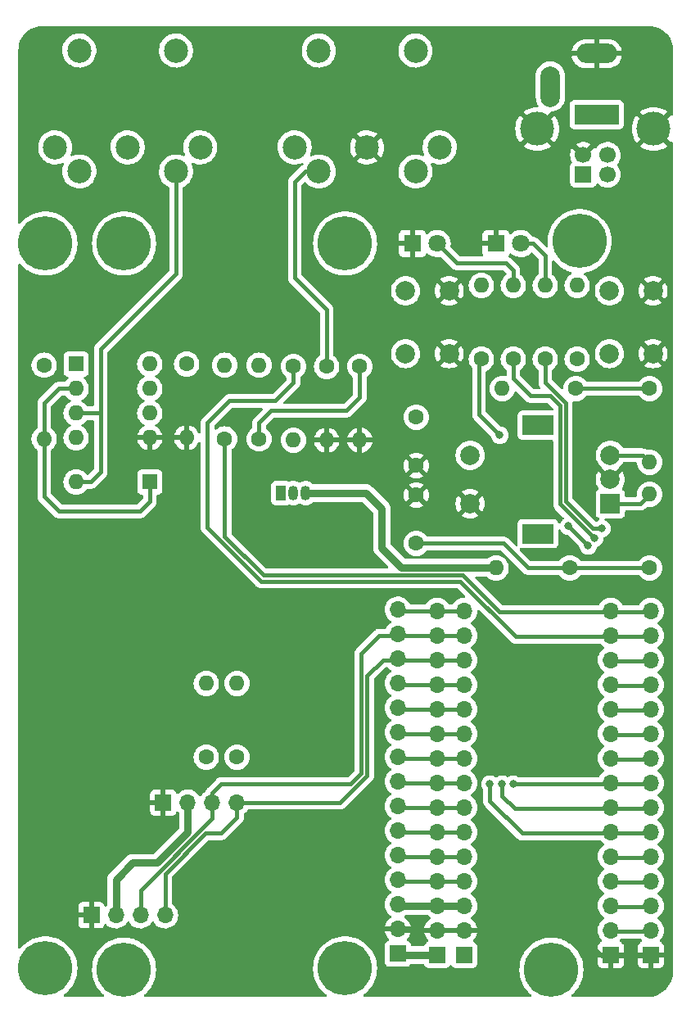
<source format=gbr>
%TF.GenerationSoftware,KiCad,Pcbnew,(6.0.7)*%
%TF.CreationDate,2023-07-03T15:41:19-04:00*%
%TF.ProjectId,ATMega328pb_MIDI_breakout,41544d65-6761-4333-9238-70625f4d4944,rev?*%
%TF.SameCoordinates,Original*%
%TF.FileFunction,Copper,L1,Top*%
%TF.FilePolarity,Positive*%
%FSLAX46Y46*%
G04 Gerber Fmt 4.6, Leading zero omitted, Abs format (unit mm)*
G04 Created by KiCad (PCBNEW (6.0.7)) date 2023-07-03 15:41:19*
%MOMM*%
%LPD*%
G01*
G04 APERTURE LIST*
%TA.AperFunction,ComponentPad*%
%ADD10R,1.600000X1.600000*%
%TD*%
%TA.AperFunction,ComponentPad*%
%ADD11O,1.600000X1.600000*%
%TD*%
%TA.AperFunction,ComponentPad*%
%ADD12R,1.700000X1.700000*%
%TD*%
%TA.AperFunction,ComponentPad*%
%ADD13O,1.700000X1.700000*%
%TD*%
%TA.AperFunction,ComponentPad*%
%ADD14C,1.600000*%
%TD*%
%TA.AperFunction,ComponentPad*%
%ADD15R,1.800000X1.800000*%
%TD*%
%TA.AperFunction,ComponentPad*%
%ADD16C,1.800000*%
%TD*%
%TA.AperFunction,ComponentPad*%
%ADD17R,4.600000X2.000000*%
%TD*%
%TA.AperFunction,ComponentPad*%
%ADD18O,4.200000X2.000000*%
%TD*%
%TA.AperFunction,ComponentPad*%
%ADD19O,2.000000X4.200000*%
%TD*%
%TA.AperFunction,ComponentPad*%
%ADD20R,1.050000X1.500000*%
%TD*%
%TA.AperFunction,ComponentPad*%
%ADD21O,1.050000X1.500000*%
%TD*%
%TA.AperFunction,ComponentPad*%
%ADD22C,5.600000*%
%TD*%
%TA.AperFunction,ComponentPad*%
%ADD23C,2.500000*%
%TD*%
%TA.AperFunction,ComponentPad*%
%ADD24C,2.000000*%
%TD*%
%TA.AperFunction,ComponentPad*%
%ADD25R,2.000000X2.000000*%
%TD*%
%TA.AperFunction,ComponentPad*%
%ADD26R,3.200000X2.000000*%
%TD*%
%TA.AperFunction,ComponentPad*%
%ADD27C,1.700000*%
%TD*%
%TA.AperFunction,ComponentPad*%
%ADD28C,3.500000*%
%TD*%
%TA.AperFunction,ViaPad*%
%ADD29C,0.800000*%
%TD*%
%TA.AperFunction,Conductor*%
%ADD30C,0.400000*%
%TD*%
%TA.AperFunction,Conductor*%
%ADD31C,0.800000*%
%TD*%
G04 APERTURE END LIST*
D10*
%TO.P,U2,1,NC*%
%TO.N,unconnected-(U2-Pad1)*%
X119888000Y-90932000D03*
D11*
%TO.P,U2,2,C1*%
%TO.N,Net-(D1-Pad1)*%
X119888000Y-93472000D03*
%TO.P,U2,3,C2*%
%TO.N,Net-(D1-Pad2)*%
X119888000Y-96012000D03*
%TO.P,U2,4,NC*%
%TO.N,unconnected-(U2-Pad4)*%
X119888000Y-98552000D03*
%TO.P,U2,5,GND*%
%TO.N,GND*%
X127508000Y-98552000D03*
%TO.P,U2,6,VO2*%
%TO.N,RX1*%
X127508000Y-96012000D03*
%TO.P,U2,7,VO1*%
%TO.N,Net-(R15-Pad1)*%
X127508000Y-93472000D03*
%TO.P,U2,8,VCC*%
%TO.N,+5V*%
X127508000Y-90932000D03*
%TD*%
D10*
%TO.P,D1,1,K*%
%TO.N,Net-(D1-Pad1)*%
X127508000Y-103124000D03*
D11*
%TO.P,D1,2,A*%
%TO.N,Net-(D1-Pad2)*%
X119888000Y-103124000D03*
%TD*%
D12*
%TO.P,J4,1,Pin_1*%
%TO.N,GND*%
X128905000Y-136271000D03*
D13*
%TO.P,J4,2,Pin_2*%
%TO.N,+5V*%
X131445000Y-136271000D03*
%TO.P,J4,3,Pin_3*%
%TO.N,SDA1*%
X133985000Y-136271000D03*
%TO.P,J4,4,Pin_4*%
%TO.N,SCL1*%
X136525000Y-136271000D03*
%TD*%
D14*
%TO.P,R10,1*%
%TO.N,D3*%
X179197000Y-93472000D03*
D11*
%TO.P,R10,2*%
%TO.N,Net-(R10-Pad2)*%
X179197000Y-101092000D03*
%TD*%
D12*
%TO.P,J8,1,Pin_1*%
%TO.N,GND*%
X121463000Y-147916000D03*
D13*
%TO.P,J8,2,Pin_2*%
%TO.N,+5V*%
X124003000Y-147916000D03*
%TO.P,J8,3,Pin_3*%
%TO.N,SDA1*%
X126543000Y-147916000D03*
%TO.P,J8,4,Pin_4*%
%TO.N,SCL1*%
X129083000Y-147916000D03*
%TD*%
D15*
%TO.P,D2,1,K*%
%TO.N,GND*%
X163322000Y-78486000D03*
D16*
%TO.P,D2,2,A*%
%TO.N,Net-(D2-Pad2)*%
X165862000Y-78486000D03*
%TD*%
D17*
%TO.P,J7,1*%
%TO.N,+VDC*%
X173736000Y-65151000D03*
D18*
%TO.P,J7,2*%
%TO.N,GND*%
X173736000Y-58851000D03*
D19*
%TO.P,J7,3*%
%TO.N,unconnected-(J7-Pad3)*%
X168936000Y-62251000D03*
%TD*%
D20*
%TO.P,Q1,1,E*%
%TO.N,Net-(Q1-Pad1)*%
X141097000Y-104267000D03*
D21*
%TO.P,Q1,2,B*%
%TO.N,Net-(Q1-Pad2)*%
X142367000Y-104267000D03*
%TO.P,Q1,3,C*%
%TO.N,+5V*%
X143637000Y-104267000D03*
%TD*%
D12*
%TO.P,J5,1,Pin_1*%
%TO.N,GND*%
X179324000Y-152019000D03*
D13*
%TO.P,J5,2,Pin_2*%
%TO.N,Net-(J5-Pad2)*%
X179324000Y-149479000D03*
%TO.P,J5,3,Pin_3*%
%TO.N,Net-(J5-Pad3)*%
X179324000Y-146939000D03*
%TO.P,J5,4,Pin_4*%
%TO.N,Net-(J5-Pad4)*%
X179324000Y-144399000D03*
%TO.P,J5,5,Pin_5*%
%TO.N,D2*%
X179324000Y-141859000D03*
%TO.P,J5,6,Pin_6*%
%TO.N,D3*%
X179324000Y-139319000D03*
%TO.P,J5,7,Pin_7*%
%TO.N,D4*%
X179324000Y-136779000D03*
%TO.P,J5,8,Pin_8*%
%TO.N,D5*%
X179324000Y-134239000D03*
%TO.P,J5,9,Pin_9*%
%TO.N,D6*%
X179324000Y-131699000D03*
%TO.P,J5,10,Pin_10*%
%TO.N,D7*%
X179324000Y-129159000D03*
%TO.P,J5,11,Pin_11*%
%TO.N,D8*%
X179324000Y-126619000D03*
%TO.P,J5,12,Pin_12*%
%TO.N,Net-(J5-Pad12)*%
X179324000Y-124079000D03*
%TO.P,J5,13,Pin_13*%
%TO.N,Net-(J5-Pad13)*%
X179324000Y-121539000D03*
%TO.P,J5,14,Pin_14*%
%TO.N,TX1*%
X179324000Y-118999000D03*
%TO.P,J5,15,Pin_15*%
%TO.N,RX1*%
X179324000Y-116459000D03*
%TD*%
D14*
%TO.P,R6,1*%
%TO.N,RX1*%
X135255000Y-98679000D03*
D11*
%TO.P,R6,2*%
%TO.N,+5V*%
X135255000Y-91059000D03*
%TD*%
D14*
%TO.P,R7,1*%
%TO.N,D3*%
X171577000Y-93472000D03*
D11*
%TO.P,R7,2*%
%TO.N,+5V*%
X163957000Y-93472000D03*
%TD*%
D22*
%TO.P,H4,1*%
%TO.N,N/C*%
X171958000Y-78232000D03*
%TD*%
D14*
%TO.P,R1,1*%
%TO.N,Net-(J2-Pad4)*%
X145796000Y-91186000D03*
D11*
%TO.P,R1,2*%
%TO.N,GND*%
X145796000Y-98806000D03*
%TD*%
D23*
%TO.P,J3,1*%
%TO.N,unconnected-(J3-Pad1)*%
X117722000Y-68532000D03*
%TO.P,J3,2*%
%TO.N,unconnected-(J3-Pad2)*%
X125222000Y-68532000D03*
%TO.P,J3,3*%
%TO.N,unconnected-(J3-Pad3)*%
X132722000Y-68532000D03*
%TO.P,J3,4*%
%TO.N,Net-(J3-Pad4)*%
X120222000Y-71032000D03*
%TO.P,J3,5*%
%TO.N,Net-(D1-Pad2)*%
X130222000Y-71032000D03*
%TO.P,J3,6*%
%TO.N,N/C*%
X120222000Y-58532000D03*
X130222000Y-58532000D03*
%TD*%
D14*
%TO.P,R17,1*%
%TO.N,D7*%
X165100000Y-90424000D03*
D11*
%TO.P,R17,2*%
%TO.N,Net-(D3-Pad2)*%
X165100000Y-82804000D03*
%TD*%
D14*
%TO.P,R4,1*%
%TO.N,Net-(Q1-Pad1)*%
X138811000Y-98679000D03*
D11*
%TO.P,R4,2*%
%TO.N,Net-(J2-Pad5)*%
X138811000Y-91059000D03*
%TD*%
D14*
%TO.P,R9,1*%
%TO.N,D2*%
X179197000Y-112014000D03*
D11*
%TO.P,R9,2*%
%TO.N,Net-(R9-Pad2)*%
X179197000Y-104394000D03*
%TD*%
D22*
%TO.P,H6,1*%
%TO.N,N/C*%
X147701000Y-153416000D03*
%TD*%
%TO.P,H8,1*%
%TO.N,N/C*%
X147701000Y-78486000D03*
%TD*%
D14*
%TO.P,R3,1*%
%TO.N,Net-(Q1-Pad1)*%
X149225000Y-91186000D03*
D11*
%TO.P,R3,2*%
%TO.N,GND*%
X149225000Y-98806000D03*
%TD*%
D14*
%TO.P,R11,1*%
%TO.N,D6*%
X171704000Y-90424000D03*
D11*
%TO.P,R11,2*%
%TO.N,+5V*%
X171704000Y-82804000D03*
%TD*%
D14*
%TO.P,R5,1*%
%TO.N,Net-(J3-Pad4)*%
X116586000Y-91059000D03*
D11*
%TO.P,R5,2*%
%TO.N,Net-(D1-Pad1)*%
X116586000Y-98679000D03*
%TD*%
D22*
%TO.P,H1,1*%
%TO.N,N/C*%
X169037000Y-153543000D03*
%TD*%
D24*
%TO.P,SW3,1,1*%
%TO.N,D6*%
X175042000Y-83364000D03*
X175042000Y-89864000D03*
%TO.P,SW3,2,2*%
%TO.N,GND*%
X179542000Y-89864000D03*
X179542000Y-83364000D03*
%TD*%
D15*
%TO.P,D3,1,K*%
%TO.N,GND*%
X154681000Y-78486000D03*
D16*
%TO.P,D3,2,A*%
%TO.N,Net-(D3-Pad2)*%
X157221000Y-78486000D03*
%TD*%
D14*
%TO.P,C1,1*%
%TO.N,D3*%
X155067000Y-96433000D03*
%TO.P,C1,2*%
%TO.N,GND*%
X155067000Y-101433000D03*
%TD*%
%TO.P,C2,1*%
%TO.N,D2*%
X155067000Y-109474000D03*
%TO.P,C2,2*%
%TO.N,GND*%
X155067000Y-104474000D03*
%TD*%
%TO.P,R2,1*%
%TO.N,TX1*%
X142367000Y-91186000D03*
D11*
%TO.P,R2,2*%
%TO.N,Net-(Q1-Pad2)*%
X142367000Y-98806000D03*
%TD*%
D12*
%TO.P,J9,1,Pin_1*%
%TO.N,+VDC*%
X160020000Y-152019000D03*
D13*
%TO.P,J9,2,Pin_2*%
%TO.N,GND*%
X160020000Y-149479000D03*
%TO.P,J9,3,Pin_3*%
%TO.N,+5V*%
X160020000Y-146939000D03*
%TO.P,J9,4,Pin_4*%
%TO.N,Net-(J6-Pad4)*%
X160020000Y-144399000D03*
%TO.P,J9,5,Pin_5*%
%TO.N,Net-(J6-Pad5)*%
X160020000Y-141859000D03*
%TO.P,J9,6,Pin_6*%
%TO.N,Net-(J6-Pad6)*%
X160020000Y-139319000D03*
%TO.P,J9,7,Pin_7*%
%TO.N,Net-(J6-Pad7)*%
X160020000Y-136779000D03*
%TO.P,J9,8,Pin_8*%
%TO.N,Net-(J6-Pad8)*%
X160020000Y-134239000D03*
%TO.P,J9,9,Pin_9*%
%TO.N,Net-(J6-Pad9)*%
X160020000Y-131699000D03*
%TO.P,J9,10,Pin_10*%
%TO.N,Net-(J6-Pad10)*%
X160020000Y-129159000D03*
%TO.P,J9,11,Pin_11*%
%TO.N,Net-(J6-Pad11)*%
X160020000Y-126619000D03*
%TO.P,J9,12,Pin_12*%
%TO.N,Net-(J6-Pad12)*%
X160020000Y-124079000D03*
%TO.P,J9,13,Pin_13*%
%TO.N,SCL1*%
X160020000Y-121539000D03*
%TO.P,J9,14,Pin_14*%
%TO.N,SDA1*%
X160020000Y-118999000D03*
%TO.P,J9,15,Pin_15*%
%TO.N,Net-(J6-Pad15)*%
X160020000Y-116459000D03*
%TD*%
D22*
%TO.P,H7,1*%
%TO.N,N/C*%
X116713000Y-153416000D03*
%TD*%
D23*
%TO.P,J2,1*%
%TO.N,unconnected-(J2-Pad1)*%
X142487000Y-68532000D03*
%TO.P,J2,2*%
%TO.N,GND*%
X149987000Y-68532000D03*
%TO.P,J2,3*%
%TO.N,unconnected-(J2-Pad3)*%
X157487000Y-68532000D03*
%TO.P,J2,4*%
%TO.N,Net-(J2-Pad4)*%
X144987000Y-71032000D03*
%TO.P,J2,5*%
%TO.N,Net-(J2-Pad5)*%
X154987000Y-71032000D03*
%TO.P,J2,6*%
%TO.N,N/C*%
X154987000Y-58532000D03*
X144987000Y-58532000D03*
%TD*%
D22*
%TO.P,H5,1*%
%TO.N,N/C*%
X116713000Y-78486000D03*
%TD*%
%TO.P,H3,1*%
%TO.N,N/C*%
X124841000Y-78486000D03*
%TD*%
D14*
%TO.P,R16,1*%
%TO.N,D8*%
X168402000Y-90424000D03*
D11*
%TO.P,R16,2*%
%TO.N,Net-(D2-Pad2)*%
X168402000Y-82804000D03*
%TD*%
D14*
%TO.P,R13,1*%
%TO.N,SDA1*%
X133350000Y-131572000D03*
D11*
%TO.P,R13,2*%
%TO.N,+5V*%
X133350000Y-123952000D03*
%TD*%
D14*
%TO.P,R12,1*%
%TO.N,D5*%
X161798000Y-90424000D03*
D11*
%TO.P,R12,2*%
%TO.N,+5V*%
X161798000Y-82804000D03*
%TD*%
D24*
%TO.P,SW2,1,1*%
%TO.N,D5*%
X153960000Y-83364000D03*
X153960000Y-89864000D03*
%TO.P,SW2,2,2*%
%TO.N,GND*%
X158460000Y-83364000D03*
X158460000Y-89864000D03*
%TD*%
D25*
%TO.P,SW1,A,A*%
%TO.N,Net-(R9-Pad2)*%
X175133000Y-105370000D03*
D24*
%TO.P,SW1,B,B*%
%TO.N,Net-(R10-Pad2)*%
X175133000Y-100370000D03*
%TO.P,SW1,C,C*%
%TO.N,GND*%
X175133000Y-102870000D03*
D26*
%TO.P,SW1,MP*%
%TO.N,N/C*%
X167633000Y-97270000D03*
X167633000Y-108470000D03*
D24*
%TO.P,SW1,S1,S1*%
%TO.N,D4*%
X160633000Y-100370000D03*
%TO.P,SW1,S2,S2*%
%TO.N,GND*%
X160633000Y-105370000D03*
%TD*%
D14*
%TO.P,R15,1*%
%TO.N,Net-(R15-Pad1)*%
X131318000Y-90932000D03*
D11*
%TO.P,R15,2*%
%TO.N,GND*%
X131318000Y-98552000D03*
%TD*%
D14*
%TO.P,R14,1*%
%TO.N,SCL1*%
X136525000Y-131572000D03*
D11*
%TO.P,R14,2*%
%TO.N,+5V*%
X136525000Y-123952000D03*
%TD*%
D12*
%TO.P,J1,1,VBUS*%
%TO.N,+5V*%
X172339000Y-71342000D03*
D27*
%TO.P,J1,2,D-*%
%TO.N,unconnected-(J1-Pad2)*%
X174839000Y-71342000D03*
%TO.P,J1,3,D+*%
%TO.N,unconnected-(J1-Pad3)*%
X174839000Y-69342000D03*
%TO.P,J1,4,GND*%
%TO.N,GND*%
X172339000Y-69342000D03*
D28*
%TO.P,J1,5,Shield*%
X167569000Y-66632000D03*
X179609000Y-66632000D03*
%TD*%
D22*
%TO.P,H2,1*%
%TO.N,N/C*%
X124841000Y-153543000D03*
%TD*%
D14*
%TO.P,R8,1*%
%TO.N,D2*%
X170942000Y-112014000D03*
D11*
%TO.P,R8,2*%
%TO.N,+5V*%
X163322000Y-112014000D03*
%TD*%
D12*
%TO.P,U1,1,GND*%
%TO.N,GND*%
X175187300Y-152019000D03*
D13*
%TO.P,U1,2,~{RST}*%
%TO.N,Net-(J5-Pad2)*%
X175187300Y-149479000D03*
%TO.P,U1,3,D0*%
%TO.N,Net-(J5-Pad3)*%
X175187300Y-146939000D03*
%TO.P,U1,4,D1*%
%TO.N,Net-(J5-Pad4)*%
X175187300Y-144399000D03*
%TO.P,U1,5,D2*%
%TO.N,D2*%
X175187300Y-141859000D03*
%TO.P,U1,6,D3*%
%TO.N,D3*%
X175187300Y-139319000D03*
%TO.P,U1,7,D4*%
%TO.N,D4*%
X175187300Y-136779000D03*
%TO.P,U1,8,D5*%
%TO.N,D5*%
X175187300Y-134239000D03*
%TO.P,U1,9,D6*%
%TO.N,D6*%
X175187300Y-131699000D03*
%TO.P,U1,10,D7*%
%TO.N,D7*%
X175187300Y-129159000D03*
%TO.P,U1,11,D8*%
%TO.N,D8*%
X175187300Y-126619000D03*
%TO.P,U1,12,D9*%
%TO.N,Net-(J5-Pad12)*%
X175187300Y-124079000D03*
%TO.P,U1,13,D10*%
%TO.N,Net-(J5-Pad13)*%
X175187300Y-121539000D03*
%TO.P,U1,14,D11*%
%TO.N,TX1*%
X175187300Y-118999000D03*
%TO.P,U1,15,D12*%
%TO.N,RX1*%
X175187300Y-116459000D03*
%TO.P,U1,16,D13*%
%TO.N,Net-(J6-Pad15)*%
X157226000Y-116459000D03*
%TO.P,U1,17,SDA1*%
%TO.N,SDA1*%
X157226000Y-118999000D03*
%TO.P,U1,18,SCL1*%
%TO.N,SCL1*%
X157226000Y-121539000D03*
%TO.P,U1,19,A0*%
%TO.N,Net-(J6-Pad12)*%
X157226000Y-124079000D03*
%TO.P,U1,20,A1*%
%TO.N,Net-(J6-Pad11)*%
X157226000Y-126619000D03*
%TO.P,U1,21,A2*%
%TO.N,Net-(J6-Pad10)*%
X157226000Y-129159000D03*
%TO.P,U1,22,A3*%
%TO.N,Net-(J6-Pad9)*%
X157226000Y-131699000D03*
%TO.P,U1,23,A4*%
%TO.N,Net-(J6-Pad8)*%
X157226000Y-134239000D03*
%TO.P,U1,24,A5*%
%TO.N,Net-(J6-Pad7)*%
X157226000Y-136779000D03*
%TO.P,U1,25,A6*%
%TO.N,Net-(J6-Pad6)*%
X157226000Y-139319000D03*
%TO.P,U1,26,A7*%
%TO.N,Net-(J6-Pad5)*%
X157226000Y-141859000D03*
%TO.P,U1,27,AREF*%
%TO.N,Net-(J6-Pad4)*%
X157226000Y-144399000D03*
%TO.P,U1,28,VCC*%
%TO.N,+5V*%
X157226000Y-146939000D03*
%TO.P,U1,29,GND*%
%TO.N,GND*%
X157226000Y-149479000D03*
D12*
%TO.P,U1,30,VIN*%
%TO.N,+VDC*%
X157226000Y-152019000D03*
%TD*%
%TO.P,J6,1,Pin_1*%
%TO.N,+VDC*%
X153162000Y-151892000D03*
D13*
%TO.P,J6,2,Pin_2*%
%TO.N,GND*%
X153162000Y-149352000D03*
%TO.P,J6,3,Pin_3*%
%TO.N,+5V*%
X153162000Y-146812000D03*
%TO.P,J6,4,Pin_4*%
%TO.N,Net-(J6-Pad4)*%
X153162000Y-144272000D03*
%TO.P,J6,5,Pin_5*%
%TO.N,Net-(J6-Pad5)*%
X153162000Y-141732000D03*
%TO.P,J6,6,Pin_6*%
%TO.N,Net-(J6-Pad6)*%
X153162000Y-139192000D03*
%TO.P,J6,7,Pin_7*%
%TO.N,Net-(J6-Pad7)*%
X153162000Y-136652000D03*
%TO.P,J6,8,Pin_8*%
%TO.N,Net-(J6-Pad8)*%
X153162000Y-134112000D03*
%TO.P,J6,9,Pin_9*%
%TO.N,Net-(J6-Pad9)*%
X153162000Y-131572000D03*
%TO.P,J6,10,Pin_10*%
%TO.N,Net-(J6-Pad10)*%
X153162000Y-129032000D03*
%TO.P,J6,11,Pin_11*%
%TO.N,Net-(J6-Pad11)*%
X153162000Y-126492000D03*
%TO.P,J6,12,Pin_12*%
%TO.N,Net-(J6-Pad12)*%
X153162000Y-123952000D03*
%TO.P,J6,13,Pin_13*%
%TO.N,SCL1*%
X153162000Y-121412000D03*
%TO.P,J6,14,Pin_14*%
%TO.N,SDA1*%
X153162000Y-118872000D03*
%TO.P,J6,15,Pin_15*%
%TO.N,Net-(J6-Pad15)*%
X153162000Y-116332000D03*
%TD*%
D29*
%TO.N,D3*%
X162687000Y-134366000D03*
%TO.N,D4*%
X163957000Y-134366000D03*
%TO.N,D5*%
X165100000Y-134366000D03*
X163703000Y-98298000D03*
%TO.N,D6*%
X170815000Y-107696000D03*
X172847000Y-109728000D03*
%TO.N,D7*%
X173486866Y-108960161D03*
%TO.N,D8*%
X174244000Y-107950000D03*
%TD*%
D30*
%TO.N,GND*%
X174252000Y-152154000D02*
X175176000Y-152154000D01*
X157226000Y-149479000D02*
X171577000Y-149479000D01*
X179189000Y-152154000D02*
X179197000Y-152146000D01*
X171577000Y-149479000D02*
X174252000Y-152154000D01*
X153162000Y-149479000D02*
X157226000Y-149479000D01*
X145796000Y-98806000D02*
X149225000Y-98806000D01*
X175176000Y-152154000D02*
X179189000Y-152154000D01*
D31*
%TO.N,+5V*%
X160020000Y-146939000D02*
X157226000Y-146939000D01*
X128270000Y-142494000D02*
X125730000Y-142494000D01*
X149860000Y-104267000D02*
X151511000Y-105918000D01*
X125730000Y-142494000D02*
X124003000Y-144221000D01*
X153543000Y-111976000D02*
X151511000Y-109944000D01*
X151511000Y-105918000D02*
X151511000Y-109944000D01*
X131445000Y-136271000D02*
X131445000Y-139319000D01*
X163284000Y-111976000D02*
X153543000Y-111976000D01*
X163322000Y-112014000D02*
X163284000Y-111976000D01*
X124003000Y-144221000D02*
X124003000Y-147916000D01*
X131445000Y-139319000D02*
X128270000Y-142494000D01*
X143637000Y-104267000D02*
X149860000Y-104267000D01*
X157226000Y-146939000D02*
X153289000Y-146939000D01*
X153289000Y-146939000D02*
X153162000Y-146812000D01*
D30*
%TO.N,Net-(J2-Pad4)*%
X143598000Y-71032000D02*
X142494000Y-72136000D01*
X145796000Y-85344000D02*
X142494000Y-82042000D01*
X145796000Y-91186000D02*
X145796000Y-85344000D01*
X142494000Y-82042000D02*
X142494000Y-72136000D01*
X144987000Y-71032000D02*
X143598000Y-71032000D01*
%TO.N,TX1*%
X142367000Y-92837000D02*
X142367000Y-91186000D01*
X139065000Y-113411000D02*
X133477000Y-107823000D01*
X159639000Y-113411000D02*
X139065000Y-113411000D01*
X179189000Y-119134000D02*
X179197000Y-119126000D01*
X133477000Y-97028000D02*
X135763000Y-94742000D01*
X140462000Y-94742000D02*
X142367000Y-92837000D01*
X175176000Y-119134000D02*
X165362000Y-119134000D01*
X175176000Y-119134000D02*
X179189000Y-119134000D01*
X135763000Y-94742000D02*
X140462000Y-94742000D01*
X165362000Y-119134000D02*
X159639000Y-113411000D01*
X133477000Y-107823000D02*
X133477000Y-97028000D01*
%TO.N,RX1*%
X175176000Y-116594000D02*
X163670528Y-116594000D01*
X139278528Y-112776000D02*
X135255000Y-108752472D01*
X159852528Y-112776000D02*
X139278528Y-112776000D01*
X163670528Y-116594000D02*
X159852528Y-112776000D01*
X179189000Y-116594000D02*
X179197000Y-116586000D01*
X135255000Y-108752472D02*
X135255000Y-98679000D01*
X175176000Y-116594000D02*
X179189000Y-116594000D01*
%TO.N,Net-(D1-Pad1)*%
X118110000Y-106172000D02*
X119380000Y-106172000D01*
X118110000Y-93472000D02*
X116586000Y-94996000D01*
X127508000Y-103124000D02*
X127508000Y-105156000D01*
X116586000Y-94996000D02*
X116586000Y-98679000D01*
X119888000Y-93472000D02*
X118110000Y-93472000D01*
X116586000Y-104648000D02*
X118110000Y-106172000D01*
X116586000Y-98679000D02*
X116586000Y-104648000D01*
X126492000Y-106172000D02*
X119380000Y-106172000D01*
X127508000Y-105156000D02*
X126492000Y-106172000D01*
%TO.N,Net-(D1-Pad2)*%
X119888000Y-96012000D02*
X122428000Y-96012000D01*
X122428000Y-102108000D02*
X122428000Y-96012000D01*
X119888000Y-103124000D02*
X121412000Y-103124000D01*
X130222000Y-81614000D02*
X122428000Y-89408000D01*
X129540000Y-70858000D02*
X129333000Y-70651000D01*
X121412000Y-103124000D02*
X122428000Y-102108000D01*
X130222000Y-71032000D02*
X130222000Y-81614000D01*
X129333000Y-70659000D02*
X129333000Y-70651000D01*
X122428000Y-89408000D02*
X122428000Y-96012000D01*
%TO.N,Net-(Q1-Pad1)*%
X147828000Y-95758000D02*
X140081000Y-95758000D01*
X140081000Y-95758000D02*
X138811000Y-97028000D01*
X138811000Y-97028000D02*
X138811000Y-98679000D01*
X149225000Y-94361000D02*
X147828000Y-95758000D01*
X149225000Y-91186000D02*
X149225000Y-94361000D01*
%TO.N,SDA1*%
X126543000Y-145352370D02*
X133985000Y-137910370D01*
X133985000Y-135255000D02*
X133985000Y-136271000D01*
X160020000Y-118999000D02*
X157226000Y-118999000D01*
X157226000Y-118999000D02*
X151257000Y-118999000D01*
X148249472Y-134366000D02*
X134874000Y-134366000D01*
X134874000Y-134366000D02*
X133985000Y-135255000D01*
X149387000Y-133228472D02*
X148249472Y-134366000D01*
X151257000Y-118999000D02*
X149387000Y-120869000D01*
X133985000Y-137910370D02*
X133985000Y-136271000D01*
X126543000Y-147916000D02*
X126543000Y-145352370D01*
X149387000Y-120869000D02*
X149387000Y-133228472D01*
%TO.N,SCL1*%
X133297898Y-139446000D02*
X134874000Y-139446000D01*
X149987000Y-123190000D02*
X151638000Y-121539000D01*
X147193000Y-136271000D02*
X149987000Y-133477000D01*
X136525000Y-136271000D02*
X147193000Y-136271000D01*
X129083000Y-143660898D02*
X133297898Y-139446000D01*
X129083000Y-147916000D02*
X129083000Y-143660898D01*
X136525000Y-137795000D02*
X136525000Y-136271000D01*
X134874000Y-139446000D02*
X136525000Y-137795000D01*
X149987000Y-133477000D02*
X149987000Y-123190000D01*
X151638000Y-121539000D02*
X157226000Y-121539000D01*
X160020000Y-121539000D02*
X157226000Y-121539000D01*
%TO.N,D3*%
X179197000Y-93472000D02*
X171577000Y-93472000D01*
X175176000Y-139454000D02*
X165997000Y-139454000D01*
X175176000Y-139454000D02*
X179189000Y-139454000D01*
X162687000Y-136144000D02*
X162687000Y-134366000D01*
X165997000Y-139454000D02*
X162687000Y-136144000D01*
X179189000Y-139454000D02*
X179197000Y-139446000D01*
%TO.N,D2*%
X179197000Y-112014000D02*
X170942000Y-112014000D01*
X175176000Y-141994000D02*
X179189000Y-141994000D01*
X179189000Y-141994000D02*
X179197000Y-141986000D01*
X155067000Y-109474000D02*
X164084000Y-109474000D01*
X166624000Y-112014000D02*
X170942000Y-112014000D01*
X164084000Y-109474000D02*
X166624000Y-112014000D01*
%TO.N,Net-(J5-Pad2)*%
X175176000Y-149614000D02*
X179189000Y-149614000D01*
X179189000Y-149614000D02*
X179197000Y-149606000D01*
%TO.N,Net-(J5-Pad3)*%
X179189000Y-147074000D02*
X179197000Y-147066000D01*
X175176000Y-147074000D02*
X179189000Y-147074000D01*
%TO.N,D4*%
X175176000Y-136914000D02*
X165235000Y-136914000D01*
X163957000Y-135636000D02*
X163957000Y-134366000D01*
X165235000Y-136914000D02*
X163957000Y-135636000D01*
X179189000Y-136914000D02*
X179197000Y-136906000D01*
X175176000Y-136914000D02*
X179189000Y-136914000D01*
%TO.N,Net-(J5-Pad4)*%
X175176000Y-144534000D02*
X179189000Y-144534000D01*
X179189000Y-144534000D02*
X179197000Y-144526000D01*
%TO.N,Net-(J5-Pad12)*%
X175176000Y-124214000D02*
X179189000Y-124214000D01*
X179189000Y-124214000D02*
X179197000Y-124206000D01*
%TO.N,Net-(J5-Pad13)*%
X179189000Y-121674000D02*
X179197000Y-121666000D01*
X175176000Y-121674000D02*
X179189000Y-121674000D01*
%TO.N,Net-(J6-Pad4)*%
X160020000Y-144399000D02*
X157226000Y-144399000D01*
X153162000Y-144399000D02*
X157226000Y-144399000D01*
%TO.N,Net-(J6-Pad5)*%
X153162000Y-141859000D02*
X157226000Y-141859000D01*
X160020000Y-141859000D02*
X157226000Y-141859000D01*
%TO.N,Net-(J6-Pad6)*%
X160020000Y-139319000D02*
X157226000Y-139319000D01*
X153162000Y-139319000D02*
X157226000Y-139319000D01*
%TO.N,Net-(J6-Pad7)*%
X160020000Y-136779000D02*
X157226000Y-136779000D01*
X153162000Y-136779000D02*
X157226000Y-136779000D01*
%TO.N,Net-(J6-Pad8)*%
X153162000Y-134239000D02*
X157226000Y-134239000D01*
X160020000Y-134239000D02*
X157226000Y-134239000D01*
%TO.N,Net-(J6-Pad9)*%
X160020000Y-131699000D02*
X157226000Y-131699000D01*
X153162000Y-131699000D02*
X157226000Y-131699000D01*
%TO.N,Net-(J6-Pad10)*%
X160020000Y-129159000D02*
X157226000Y-129159000D01*
X153162000Y-129159000D02*
X157226000Y-129159000D01*
%TO.N,Net-(J6-Pad11)*%
X153162000Y-126619000D02*
X157226000Y-126619000D01*
X160020000Y-126619000D02*
X157226000Y-126619000D01*
%TO.N,Net-(J6-Pad12)*%
X153162000Y-124079000D02*
X157226000Y-124079000D01*
X160020000Y-124079000D02*
X157226000Y-124079000D01*
%TO.N,Net-(J6-Pad15)*%
X160020000Y-116459000D02*
X157226000Y-116459000D01*
X153162000Y-116459000D02*
X157226000Y-116459000D01*
%TO.N,D5*%
X161544000Y-90678000D02*
X161798000Y-90424000D01*
X161544000Y-96139000D02*
X161544000Y-90678000D01*
X175176000Y-134374000D02*
X165108000Y-134374000D01*
X163703000Y-98298000D02*
X161544000Y-96139000D01*
X165108000Y-134374000D02*
X165100000Y-134366000D01*
X175176000Y-134374000D02*
X179189000Y-134374000D01*
X179189000Y-134374000D02*
X179197000Y-134366000D01*
%TO.N,D6*%
X179189000Y-131834000D02*
X179197000Y-131826000D01*
X175176000Y-131834000D02*
X179189000Y-131834000D01*
X172847000Y-109728000D02*
X170815000Y-107696000D01*
D31*
%TO.N,+VDC*%
X157226000Y-152019000D02*
X153162000Y-152019000D01*
D30*
%TO.N,Net-(R9-Pad2)*%
X175133000Y-105370000D02*
X178221000Y-105370000D01*
X178221000Y-105370000D02*
X179197000Y-104394000D01*
%TO.N,Net-(R10-Pad2)*%
X175133000Y-100370000D02*
X178475000Y-100370000D01*
X178475000Y-100370000D02*
X179197000Y-101092000D01*
%TO.N,D7*%
X166878000Y-94234000D02*
X165100000Y-92456000D01*
X168910000Y-94234000D02*
X166878000Y-94234000D01*
X179189000Y-129294000D02*
X179197000Y-129286000D01*
X169926000Y-95250000D02*
X168910000Y-94234000D01*
X169926000Y-105410000D02*
X169926000Y-95250000D01*
X175176000Y-129294000D02*
X179189000Y-129294000D01*
X173486866Y-108960161D02*
X173476161Y-108960161D01*
X165100000Y-92456000D02*
X165100000Y-90424000D01*
X173476161Y-108960161D02*
X169926000Y-105410000D01*
%TO.N,D8*%
X168402000Y-92877472D02*
X170526000Y-95001472D01*
X170526000Y-105161472D02*
X173314528Y-107950000D01*
X168402000Y-90424000D02*
X168402000Y-92877472D01*
X173314528Y-107950000D02*
X174244000Y-107950000D01*
X170526000Y-96774000D02*
X170526000Y-105161472D01*
X179189000Y-126754000D02*
X179197000Y-126746000D01*
X170526000Y-95001472D02*
X170526000Y-96774000D01*
X175176000Y-126754000D02*
X179189000Y-126754000D01*
%TO.N,Net-(D2-Pad2)*%
X168402000Y-79756000D02*
X168402000Y-82804000D01*
X167132000Y-78486000D02*
X168402000Y-79756000D01*
X165862000Y-78486000D02*
X167132000Y-78486000D01*
%TO.N,Net-(D3-Pad2)*%
X164338000Y-80518000D02*
X165100000Y-81280000D01*
X159253000Y-80518000D02*
X164338000Y-80518000D01*
X165100000Y-81280000D02*
X165100000Y-82804000D01*
X157221000Y-78486000D02*
X159253000Y-80518000D01*
%TD*%
%TA.AperFunction,Conductor*%
%TO.N,GND*%
G36*
X179169137Y-56008794D02*
G01*
X179196378Y-56012729D01*
X179213547Y-56010292D01*
X179237472Y-56009195D01*
X179482146Y-56021295D01*
X179497265Y-56022962D01*
X179765607Y-56069092D01*
X179780417Y-56072569D01*
X179863340Y-56097412D01*
X180041238Y-56150708D01*
X180055524Y-56155947D01*
X180305013Y-56264950D01*
X180318562Y-56271872D01*
X180553106Y-56410160D01*
X180565719Y-56418663D01*
X180781883Y-56584215D01*
X180793375Y-56594173D01*
X180975654Y-56772489D01*
X180988006Y-56784572D01*
X180998217Y-56795845D01*
X181168485Y-57008327D01*
X181177261Y-57020747D01*
X181320664Y-57252186D01*
X181327882Y-57265580D01*
X181442349Y-57512628D01*
X181447898Y-57526787D01*
X181531751Y-57785831D01*
X181535550Y-57800544D01*
X181577565Y-58016423D01*
X181587567Y-58067815D01*
X181589566Y-58082897D01*
X181597434Y-58192919D01*
X181603376Y-58276000D01*
X181606523Y-58320011D01*
X181605555Y-58346830D01*
X181605555Y-58346975D01*
X181604271Y-58355860D01*
X181605532Y-58364744D01*
X181605532Y-58364746D01*
X181608250Y-58383893D01*
X181609500Y-58401600D01*
X181609500Y-65153752D01*
X181589498Y-65221873D01*
X181535842Y-65268366D01*
X181465568Y-65278470D01*
X181400988Y-65248976D01*
X181388887Y-65236947D01*
X181375614Y-65228528D01*
X181365849Y-65234362D01*
X179981020Y-66619190D01*
X179973408Y-66633131D01*
X179973539Y-66634966D01*
X179977790Y-66641580D01*
X181364095Y-68027884D01*
X181377856Y-68035399D01*
X181387216Y-68028941D01*
X181388768Y-68027171D01*
X181448721Y-67989143D01*
X181519716Y-67989565D01*
X181579213Y-68028303D01*
X181608322Y-68093058D01*
X181609500Y-68110248D01*
X181609500Y-153573413D01*
X181608832Y-153586365D01*
X181604667Y-153626667D01*
X181607943Y-153644515D01*
X181610012Y-153667840D01*
X181608990Y-153889340D01*
X181608874Y-153914396D01*
X181608016Y-153928499D01*
X181576006Y-154201271D01*
X181573575Y-154215189D01*
X181511228Y-154482663D01*
X181507254Y-154496223D01*
X181415349Y-154755038D01*
X181409882Y-154768066D01*
X181289578Y-155014966D01*
X181282686Y-155027302D01*
X181135492Y-155259183D01*
X181127263Y-155270668D01*
X180955041Y-155484601D01*
X180945578Y-155495093D01*
X180750480Y-155688405D01*
X180739901Y-155697772D01*
X180524384Y-155868025D01*
X180512825Y-155876147D01*
X180279599Y-156021203D01*
X180267211Y-156027975D01*
X180019210Y-156146006D01*
X180006132Y-156151353D01*
X179746484Y-156240872D01*
X179732889Y-156244721D01*
X179464851Y-156304607D01*
X179450913Y-156306910D01*
X179213019Y-156332610D01*
X179186534Y-156332671D01*
X179185942Y-156332610D01*
X179176816Y-156331667D01*
X179164925Y-156333850D01*
X179161768Y-156334429D01*
X179139020Y-156336500D01*
X171204401Y-156336500D01*
X171136280Y-156316498D01*
X171089787Y-156262842D01*
X171079683Y-156192568D01*
X171109177Y-156127988D01*
X171128748Y-156109740D01*
X171139292Y-156101823D01*
X171166786Y-156081180D01*
X171428451Y-155836319D01*
X171662140Y-155564630D01*
X171847336Y-155295168D01*
X171863190Y-155272101D01*
X171863195Y-155272094D01*
X171865120Y-155269292D01*
X171866732Y-155266298D01*
X171866737Y-155266290D01*
X172026944Y-154968753D01*
X172035017Y-154953760D01*
X172169842Y-154621724D01*
X172180142Y-154585568D01*
X172215381Y-154461859D01*
X172268020Y-154277070D01*
X172280977Y-154201271D01*
X172327829Y-153927175D01*
X172327829Y-153927173D01*
X172328401Y-153923828D01*
X172330511Y-153889340D01*
X172350168Y-153567928D01*
X172350278Y-153566131D01*
X172350359Y-153543000D01*
X172330979Y-153185159D01*
X172286521Y-152913669D01*
X173829301Y-152913669D01*
X173829671Y-152920490D01*
X173835195Y-152971352D01*
X173838821Y-152986604D01*
X173883976Y-153107054D01*
X173892514Y-153122649D01*
X173969015Y-153224724D01*
X173981576Y-153237285D01*
X174083651Y-153313786D01*
X174099246Y-153322324D01*
X174219694Y-153367478D01*
X174234949Y-153371105D01*
X174285814Y-153376631D01*
X174292628Y-153377000D01*
X174915185Y-153377000D01*
X174930424Y-153372525D01*
X174931629Y-153371135D01*
X174933300Y-153363452D01*
X174933300Y-153358884D01*
X175441300Y-153358884D01*
X175445775Y-153374123D01*
X175447165Y-153375328D01*
X175454848Y-153376999D01*
X176081969Y-153376999D01*
X176088790Y-153376629D01*
X176139652Y-153371105D01*
X176154904Y-153367479D01*
X176275354Y-153322324D01*
X176290949Y-153313786D01*
X176393024Y-153237285D01*
X176405585Y-153224724D01*
X176482086Y-153122649D01*
X176490624Y-153107054D01*
X176535778Y-152986606D01*
X176539405Y-152971351D01*
X176544931Y-152920486D01*
X176545300Y-152913672D01*
X176545300Y-152913669D01*
X177966001Y-152913669D01*
X177966371Y-152920490D01*
X177971895Y-152971352D01*
X177975521Y-152986604D01*
X178020676Y-153107054D01*
X178029214Y-153122649D01*
X178105715Y-153224724D01*
X178118276Y-153237285D01*
X178220351Y-153313786D01*
X178235946Y-153322324D01*
X178356394Y-153367478D01*
X178371649Y-153371105D01*
X178422514Y-153376631D01*
X178429328Y-153377000D01*
X179051885Y-153377000D01*
X179067124Y-153372525D01*
X179068329Y-153371135D01*
X179070000Y-153363452D01*
X179070000Y-153358884D01*
X179578000Y-153358884D01*
X179582475Y-153374123D01*
X179583865Y-153375328D01*
X179591548Y-153376999D01*
X180218669Y-153376999D01*
X180225490Y-153376629D01*
X180276352Y-153371105D01*
X180291604Y-153367479D01*
X180412054Y-153322324D01*
X180427649Y-153313786D01*
X180529724Y-153237285D01*
X180542285Y-153224724D01*
X180618786Y-153122649D01*
X180627324Y-153107054D01*
X180672478Y-152986606D01*
X180676105Y-152971351D01*
X180681631Y-152920486D01*
X180682000Y-152913672D01*
X180682000Y-152291115D01*
X180677525Y-152275876D01*
X180676135Y-152274671D01*
X180668452Y-152273000D01*
X179596115Y-152273000D01*
X179580876Y-152277475D01*
X179579671Y-152278865D01*
X179578000Y-152286548D01*
X179578000Y-153358884D01*
X179070000Y-153358884D01*
X179070000Y-152291115D01*
X179065525Y-152275876D01*
X179064135Y-152274671D01*
X179056452Y-152273000D01*
X177984116Y-152273000D01*
X177968877Y-152277475D01*
X177967672Y-152278865D01*
X177966001Y-152286548D01*
X177966001Y-152913669D01*
X176545300Y-152913669D01*
X176545300Y-152291115D01*
X176540825Y-152275876D01*
X176539435Y-152274671D01*
X176531752Y-152273000D01*
X175459415Y-152273000D01*
X175444176Y-152277475D01*
X175442971Y-152278865D01*
X175441300Y-152286548D01*
X175441300Y-153358884D01*
X174933300Y-153358884D01*
X174933300Y-152291115D01*
X174928825Y-152275876D01*
X174927435Y-152274671D01*
X174919752Y-152273000D01*
X173847416Y-152273000D01*
X173832177Y-152277475D01*
X173830972Y-152278865D01*
X173829301Y-152286548D01*
X173829301Y-152913669D01*
X172286521Y-152913669D01*
X172273066Y-152831505D01*
X172177297Y-152486173D01*
X172174243Y-152478497D01*
X172046052Y-152156369D01*
X172044793Y-152153205D01*
X171975953Y-152023189D01*
X171878702Y-151839513D01*
X171878698Y-151839506D01*
X171877103Y-151836494D01*
X171676190Y-151539746D01*
X171444403Y-151266432D01*
X171184454Y-151019750D01*
X170912951Y-150812920D01*
X170902091Y-150804647D01*
X170902089Y-150804646D01*
X170899384Y-150802585D01*
X170896472Y-150800828D01*
X170896467Y-150800825D01*
X170595443Y-150619236D01*
X170595437Y-150619233D01*
X170592528Y-150617478D01*
X170267475Y-150466593D01*
X169976829Y-150368215D01*
X169931255Y-150352789D01*
X169931250Y-150352788D01*
X169928028Y-150351697D01*
X169729681Y-150307724D01*
X169581493Y-150274871D01*
X169581487Y-150274870D01*
X169578158Y-150274132D01*
X169574769Y-150273758D01*
X169574764Y-150273757D01*
X169225338Y-150235180D01*
X169225333Y-150235180D01*
X169221957Y-150234807D01*
X169218558Y-150234801D01*
X169218557Y-150234801D01*
X169049080Y-150234505D01*
X168863592Y-150234182D01*
X168750413Y-150246277D01*
X168510639Y-150271901D01*
X168510631Y-150271902D01*
X168507256Y-150272263D01*
X168157117Y-150348606D01*
X167817271Y-150462317D01*
X167814178Y-150463739D01*
X167814177Y-150463740D01*
X167726374Y-150504125D01*
X167491694Y-150612066D01*
X167488760Y-150613822D01*
X167488758Y-150613823D01*
X167197547Y-150788109D01*
X167184193Y-150796101D01*
X167181467Y-150798163D01*
X167181465Y-150798164D01*
X166922744Y-150993834D01*
X166898367Y-151012270D01*
X166895882Y-151014612D01*
X166895877Y-151014616D01*
X166815353Y-151090498D01*
X166637559Y-151258043D01*
X166404819Y-151530546D01*
X166402900Y-151533358D01*
X166402897Y-151533363D01*
X166330133Y-151640031D01*
X166202871Y-151826591D01*
X166034077Y-152142714D01*
X165900411Y-152475218D01*
X165899491Y-152478492D01*
X165899489Y-152478497D01*
X165811892Y-152790134D01*
X165803437Y-152820213D01*
X165802875Y-152823570D01*
X165802875Y-152823571D01*
X165755737Y-153105261D01*
X165744290Y-153173663D01*
X165723661Y-153531434D01*
X165723833Y-153534829D01*
X165723833Y-153534830D01*
X165729976Y-153656085D01*
X165741792Y-153889340D01*
X165742329Y-153892695D01*
X165742330Y-153892701D01*
X165777589Y-154112829D01*
X165798470Y-154243195D01*
X165893033Y-154588859D01*
X166024374Y-154922288D01*
X166048768Y-154968752D01*
X166139879Y-155142292D01*
X166190957Y-155239582D01*
X166192858Y-155242411D01*
X166192864Y-155242421D01*
X166228309Y-155295168D01*
X166390834Y-155537029D01*
X166621665Y-155811150D01*
X166880751Y-156058738D01*
X166906968Y-156078855D01*
X166948258Y-156110538D01*
X166990125Y-156167876D01*
X166994347Y-156238746D01*
X166959583Y-156300649D01*
X166896870Y-156333931D01*
X166871554Y-156336500D01*
X149699253Y-156336500D01*
X149631132Y-156316498D01*
X149584639Y-156262842D01*
X149574535Y-156192568D01*
X149604029Y-156127988D01*
X149623600Y-156109740D01*
X149741528Y-156021197D01*
X149830786Y-155954180D01*
X150092451Y-155709319D01*
X150326140Y-155437630D01*
X150460303Y-155242421D01*
X150527190Y-155145101D01*
X150527195Y-155145094D01*
X150529120Y-155142292D01*
X150530732Y-155139298D01*
X150530737Y-155139290D01*
X150697395Y-154829772D01*
X150699017Y-154826760D01*
X150833842Y-154494724D01*
X150844142Y-154458568D01*
X150895843Y-154277070D01*
X150932020Y-154150070D01*
X150992401Y-153796828D01*
X150994511Y-153762340D01*
X151014168Y-153440928D01*
X151014278Y-153439131D01*
X151014359Y-153416000D01*
X150994979Y-153058159D01*
X150951088Y-152790134D01*
X151803500Y-152790134D01*
X151810255Y-152852316D01*
X151861385Y-152988705D01*
X151948739Y-153105261D01*
X152065295Y-153192615D01*
X152201684Y-153243745D01*
X152263866Y-153250500D01*
X154060134Y-153250500D01*
X154122316Y-153243745D01*
X154258705Y-153192615D01*
X154375261Y-153105261D01*
X154462615Y-152988705D01*
X154462899Y-152988918D01*
X154509080Y-152942843D01*
X154569338Y-152927500D01*
X155767502Y-152927500D01*
X155835623Y-152947502D01*
X155882116Y-153001158D01*
X155885484Y-153009270D01*
X155902551Y-153054795D01*
X155925385Y-153115705D01*
X156012739Y-153232261D01*
X156129295Y-153319615D01*
X156265684Y-153370745D01*
X156327866Y-153377500D01*
X158124134Y-153377500D01*
X158186316Y-153370745D01*
X158322705Y-153319615D01*
X158439261Y-153232261D01*
X158468974Y-153192615D01*
X158522174Y-153121631D01*
X158579033Y-153079116D01*
X158649852Y-153074090D01*
X158712145Y-153108150D01*
X158723826Y-153121631D01*
X158777026Y-153192615D01*
X158806739Y-153232261D01*
X158923295Y-153319615D01*
X159059684Y-153370745D01*
X159121866Y-153377500D01*
X160918134Y-153377500D01*
X160980316Y-153370745D01*
X161116705Y-153319615D01*
X161233261Y-153232261D01*
X161320615Y-153115705D01*
X161371745Y-152979316D01*
X161378500Y-152917134D01*
X161378500Y-151120866D01*
X161371745Y-151058684D01*
X161320615Y-150922295D01*
X161233261Y-150805739D01*
X161116705Y-150718385D01*
X160999237Y-150674348D01*
X160997687Y-150673767D01*
X160940923Y-150631125D01*
X160916223Y-150564564D01*
X160931430Y-150495215D01*
X160952977Y-150466535D01*
X161054052Y-150365812D01*
X161060730Y-150357965D01*
X161185003Y-150185020D01*
X161190313Y-150176183D01*
X161284670Y-149985267D01*
X161288469Y-149975672D01*
X161350377Y-149771910D01*
X161352555Y-149761837D01*
X161353986Y-149750962D01*
X161351775Y-149736778D01*
X161338617Y-149733000D01*
X158703225Y-149733000D01*
X158659911Y-149745718D01*
X158589636Y-149745928D01*
X158544616Y-149733000D01*
X155909225Y-149733000D01*
X155895694Y-149736973D01*
X155894257Y-149746966D01*
X155924565Y-149881446D01*
X155927645Y-149891275D01*
X156007770Y-150088603D01*
X156012413Y-150097794D01*
X156123694Y-150279388D01*
X156129777Y-150287699D01*
X156269213Y-150448667D01*
X156276577Y-150455879D01*
X156281522Y-150459985D01*
X156321156Y-150518889D01*
X156322653Y-150589870D01*
X156285537Y-150650392D01*
X156245264Y-150674910D01*
X156137705Y-150715232D01*
X156137704Y-150715233D01*
X156129295Y-150718385D01*
X156012739Y-150805739D01*
X155925385Y-150922295D01*
X155922233Y-150930703D01*
X155885484Y-151028730D01*
X155842842Y-151085494D01*
X155776281Y-151110194D01*
X155767502Y-151110500D01*
X154645993Y-151110500D01*
X154577872Y-151090498D01*
X154531379Y-151036842D01*
X154520796Y-150993834D01*
X154520500Y-150993866D01*
X154520260Y-150991654D01*
X154520259Y-150991652D01*
X154520133Y-150990492D01*
X154520133Y-150990483D01*
X154514598Y-150939540D01*
X154513745Y-150931684D01*
X154462615Y-150795295D01*
X154375261Y-150678739D01*
X154258705Y-150591385D01*
X154139687Y-150546767D01*
X154082923Y-150504125D01*
X154058223Y-150437564D01*
X154073430Y-150368215D01*
X154094977Y-150339535D01*
X154196052Y-150238812D01*
X154202730Y-150230965D01*
X154327003Y-150058020D01*
X154332313Y-150049183D01*
X154426670Y-149858267D01*
X154430469Y-149848672D01*
X154492377Y-149644910D01*
X154494555Y-149634837D01*
X154495986Y-149623962D01*
X154493775Y-149609778D01*
X154480617Y-149606000D01*
X151845225Y-149606000D01*
X151831694Y-149609973D01*
X151830257Y-149619966D01*
X151860565Y-149754446D01*
X151863645Y-149764275D01*
X151943770Y-149961603D01*
X151948413Y-149970794D01*
X152059694Y-150152388D01*
X152065777Y-150160699D01*
X152205213Y-150321667D01*
X152212577Y-150328879D01*
X152217522Y-150332985D01*
X152257156Y-150391889D01*
X152258653Y-150462870D01*
X152221537Y-150523392D01*
X152181264Y-150547910D01*
X152073705Y-150588232D01*
X152073704Y-150588233D01*
X152065295Y-150591385D01*
X151948739Y-150678739D01*
X151861385Y-150795295D01*
X151810255Y-150931684D01*
X151803500Y-150993866D01*
X151803500Y-152790134D01*
X150951088Y-152790134D01*
X150937066Y-152704505D01*
X150841297Y-152359173D01*
X150838243Y-152351497D01*
X150710052Y-152029369D01*
X150708793Y-152026205D01*
X150608346Y-151836494D01*
X150542702Y-151712513D01*
X150542698Y-151712506D01*
X150541103Y-151709494D01*
X150340190Y-151412746D01*
X150108403Y-151139432D01*
X149848454Y-150892750D01*
X149616011Y-150715676D01*
X149566091Y-150677647D01*
X149566089Y-150677646D01*
X149563384Y-150675585D01*
X149560472Y-150673828D01*
X149560467Y-150673825D01*
X149259443Y-150492236D01*
X149259437Y-150492233D01*
X149256528Y-150490478D01*
X148980800Y-150362489D01*
X148934571Y-150341030D01*
X148934569Y-150341029D01*
X148931475Y-150339593D01*
X148731487Y-150271901D01*
X148595255Y-150225789D01*
X148595250Y-150225788D01*
X148592028Y-150224697D01*
X148374348Y-150176438D01*
X148245493Y-150147871D01*
X148245487Y-150147870D01*
X148242158Y-150147132D01*
X148238769Y-150146758D01*
X148238764Y-150146757D01*
X147889338Y-150108180D01*
X147889333Y-150108180D01*
X147885957Y-150107807D01*
X147882558Y-150107801D01*
X147882557Y-150107801D01*
X147713080Y-150107505D01*
X147527592Y-150107182D01*
X147414413Y-150119277D01*
X147174639Y-150144901D01*
X147174631Y-150144902D01*
X147171256Y-150145263D01*
X146821117Y-150221606D01*
X146481271Y-150335317D01*
X146478178Y-150336739D01*
X146478177Y-150336740D01*
X146414970Y-150365812D01*
X146155694Y-150485066D01*
X146152760Y-150486822D01*
X146152758Y-150486823D01*
X145879454Y-150650392D01*
X145848193Y-150669101D01*
X145845467Y-150671163D01*
X145845465Y-150671164D01*
X145632053Y-150832567D01*
X145562367Y-150885270D01*
X145559882Y-150887612D01*
X145559877Y-150887616D01*
X145504777Y-150939540D01*
X145301559Y-151131043D01*
X145068819Y-151403546D01*
X145066900Y-151406358D01*
X145066897Y-151406363D01*
X144983951Y-151527958D01*
X144866871Y-151699591D01*
X144698077Y-152015714D01*
X144564411Y-152348218D01*
X144563491Y-152351492D01*
X144563489Y-152351497D01*
X144526525Y-152483003D01*
X144467437Y-152693213D01*
X144466875Y-152696570D01*
X144466875Y-152696571D01*
X144443731Y-152834878D01*
X144408290Y-153046663D01*
X144387661Y-153404434D01*
X144387833Y-153407829D01*
X144387833Y-153407830D01*
X144398919Y-153626667D01*
X144405792Y-153762340D01*
X144406329Y-153765695D01*
X144406330Y-153765701D01*
X144431658Y-153923828D01*
X144462470Y-154116195D01*
X144557033Y-154461859D01*
X144623560Y-154630747D01*
X144675147Y-154761708D01*
X144688374Y-154795288D01*
X144719151Y-154853909D01*
X144807048Y-155021328D01*
X144854957Y-155112582D01*
X144856858Y-155115411D01*
X144856864Y-155115421D01*
X144977649Y-155295166D01*
X145054834Y-155410029D01*
X145285665Y-155684150D01*
X145544751Y-155931738D01*
X145699829Y-156050733D01*
X145777767Y-156110538D01*
X145819634Y-156167876D01*
X145823856Y-156238747D01*
X145789092Y-156300649D01*
X145726379Y-156333931D01*
X145701063Y-156336500D01*
X127008401Y-156336500D01*
X126940280Y-156316498D01*
X126893787Y-156262842D01*
X126883683Y-156192568D01*
X126913177Y-156127988D01*
X126932748Y-156109740D01*
X126943292Y-156101823D01*
X126970786Y-156081180D01*
X127232451Y-155836319D01*
X127466140Y-155564630D01*
X127651336Y-155295168D01*
X127667190Y-155272101D01*
X127667195Y-155272094D01*
X127669120Y-155269292D01*
X127670732Y-155266298D01*
X127670737Y-155266290D01*
X127830944Y-154968753D01*
X127839017Y-154953760D01*
X127973842Y-154621724D01*
X127984142Y-154585568D01*
X128019381Y-154461859D01*
X128072020Y-154277070D01*
X128084977Y-154201271D01*
X128131829Y-153927175D01*
X128131829Y-153927173D01*
X128132401Y-153923828D01*
X128134511Y-153889340D01*
X128154168Y-153567928D01*
X128154278Y-153566131D01*
X128154359Y-153543000D01*
X128134979Y-153185159D01*
X128077066Y-152831505D01*
X127981297Y-152486173D01*
X127978243Y-152478497D01*
X127850052Y-152156369D01*
X127848793Y-152153205D01*
X127779953Y-152023189D01*
X127682702Y-151839513D01*
X127682698Y-151839506D01*
X127681103Y-151836494D01*
X127480190Y-151539746D01*
X127248403Y-151266432D01*
X126988454Y-151019750D01*
X126716951Y-150812920D01*
X126706091Y-150804647D01*
X126706089Y-150804646D01*
X126703384Y-150802585D01*
X126700472Y-150800828D01*
X126700467Y-150800825D01*
X126399443Y-150619236D01*
X126399437Y-150619233D01*
X126396528Y-150617478D01*
X126071475Y-150466593D01*
X125780829Y-150368215D01*
X125735255Y-150352789D01*
X125735250Y-150352788D01*
X125732028Y-150351697D01*
X125533681Y-150307724D01*
X125385493Y-150274871D01*
X125385487Y-150274870D01*
X125382158Y-150274132D01*
X125378769Y-150273758D01*
X125378764Y-150273757D01*
X125029338Y-150235180D01*
X125029333Y-150235180D01*
X125025957Y-150234807D01*
X125022558Y-150234801D01*
X125022557Y-150234801D01*
X124853080Y-150234505D01*
X124667592Y-150234182D01*
X124554413Y-150246277D01*
X124314639Y-150271901D01*
X124314631Y-150271902D01*
X124311256Y-150272263D01*
X123961117Y-150348606D01*
X123621271Y-150462317D01*
X123618178Y-150463739D01*
X123618177Y-150463740D01*
X123530374Y-150504125D01*
X123295694Y-150612066D01*
X123292760Y-150613822D01*
X123292758Y-150613823D01*
X123001547Y-150788109D01*
X122988193Y-150796101D01*
X122985467Y-150798163D01*
X122985465Y-150798164D01*
X122726744Y-150993834D01*
X122702367Y-151012270D01*
X122699882Y-151014612D01*
X122699877Y-151014616D01*
X122619353Y-151090498D01*
X122441559Y-151258043D01*
X122208819Y-151530546D01*
X122206900Y-151533358D01*
X122206897Y-151533363D01*
X122134133Y-151640031D01*
X122006871Y-151826591D01*
X121838077Y-152142714D01*
X121704411Y-152475218D01*
X121703491Y-152478492D01*
X121703489Y-152478497D01*
X121615892Y-152790134D01*
X121607437Y-152820213D01*
X121606875Y-152823570D01*
X121606875Y-152823571D01*
X121559737Y-153105261D01*
X121548290Y-153173663D01*
X121527661Y-153531434D01*
X121527833Y-153534829D01*
X121527833Y-153534830D01*
X121533976Y-153656085D01*
X121545792Y-153889340D01*
X121546329Y-153892695D01*
X121546330Y-153892701D01*
X121581589Y-154112829D01*
X121602470Y-154243195D01*
X121697033Y-154588859D01*
X121828374Y-154922288D01*
X121852768Y-154968752D01*
X121943879Y-155142292D01*
X121994957Y-155239582D01*
X121996858Y-155242411D01*
X121996864Y-155242421D01*
X122032309Y-155295168D01*
X122194834Y-155537029D01*
X122425665Y-155811150D01*
X122684751Y-156058738D01*
X122710968Y-156078855D01*
X122752258Y-156110538D01*
X122794125Y-156167876D01*
X122798347Y-156238746D01*
X122763583Y-156300649D01*
X122700870Y-156333931D01*
X122675554Y-156336500D01*
X118711253Y-156336500D01*
X118643132Y-156316498D01*
X118596639Y-156262842D01*
X118586535Y-156192568D01*
X118616029Y-156127988D01*
X118635600Y-156109740D01*
X118753528Y-156021197D01*
X118842786Y-155954180D01*
X119104451Y-155709319D01*
X119338140Y-155437630D01*
X119472303Y-155242421D01*
X119539190Y-155145101D01*
X119539195Y-155145094D01*
X119541120Y-155142292D01*
X119542732Y-155139298D01*
X119542737Y-155139290D01*
X119709395Y-154829772D01*
X119711017Y-154826760D01*
X119845842Y-154494724D01*
X119856142Y-154458568D01*
X119907843Y-154277070D01*
X119944020Y-154150070D01*
X120004401Y-153796828D01*
X120006511Y-153762340D01*
X120026168Y-153440928D01*
X120026278Y-153439131D01*
X120026359Y-153416000D01*
X120006979Y-153058159D01*
X119949066Y-152704505D01*
X119853297Y-152359173D01*
X119850243Y-152351497D01*
X119722052Y-152029369D01*
X119720793Y-152026205D01*
X119620346Y-151836494D01*
X119554702Y-151712513D01*
X119554698Y-151712506D01*
X119553103Y-151709494D01*
X119352190Y-151412746D01*
X119120403Y-151139432D01*
X118860454Y-150892750D01*
X118628011Y-150715676D01*
X118578091Y-150677647D01*
X118578089Y-150677646D01*
X118575384Y-150675585D01*
X118572472Y-150673828D01*
X118572467Y-150673825D01*
X118271443Y-150492236D01*
X118271437Y-150492233D01*
X118268528Y-150490478D01*
X117992800Y-150362489D01*
X117946571Y-150341030D01*
X117946569Y-150341029D01*
X117943475Y-150339593D01*
X117743487Y-150271901D01*
X117607255Y-150225789D01*
X117607250Y-150225788D01*
X117604028Y-150224697D01*
X117386348Y-150176438D01*
X117257493Y-150147871D01*
X117257487Y-150147870D01*
X117254158Y-150147132D01*
X117250769Y-150146758D01*
X117250764Y-150146757D01*
X116901338Y-150108180D01*
X116901333Y-150108180D01*
X116897957Y-150107807D01*
X116894558Y-150107801D01*
X116894557Y-150107801D01*
X116725080Y-150107505D01*
X116539592Y-150107182D01*
X116426413Y-150119277D01*
X116186639Y-150144901D01*
X116186631Y-150144902D01*
X116183256Y-150145263D01*
X115833117Y-150221606D01*
X115493271Y-150335317D01*
X115490178Y-150336739D01*
X115490177Y-150336740D01*
X115426970Y-150365812D01*
X115167694Y-150485066D01*
X115164760Y-150486822D01*
X115164758Y-150486823D01*
X114891454Y-150650392D01*
X114860193Y-150669101D01*
X114857467Y-150671163D01*
X114857465Y-150671164D01*
X114644053Y-150832567D01*
X114574367Y-150885270D01*
X114571882Y-150887612D01*
X114571877Y-150887616D01*
X114516777Y-150939540D01*
X114313559Y-151131043D01*
X114311347Y-151133633D01*
X114311345Y-151133635D01*
X114141311Y-151332719D01*
X114081860Y-151371528D01*
X114010866Y-151372034D01*
X113950867Y-151334078D01*
X113920914Y-151269710D01*
X113919500Y-151250888D01*
X113919500Y-148810669D01*
X120105001Y-148810669D01*
X120105371Y-148817490D01*
X120110895Y-148868352D01*
X120114521Y-148883604D01*
X120159676Y-149004054D01*
X120168214Y-149019649D01*
X120244715Y-149121724D01*
X120257276Y-149134285D01*
X120359351Y-149210786D01*
X120374946Y-149219324D01*
X120495394Y-149264478D01*
X120510649Y-149268105D01*
X120561514Y-149273631D01*
X120568328Y-149274000D01*
X121190885Y-149274000D01*
X121206124Y-149269525D01*
X121207329Y-149268135D01*
X121209000Y-149260452D01*
X121209000Y-149255884D01*
X121717000Y-149255884D01*
X121721475Y-149271123D01*
X121722865Y-149272328D01*
X121730548Y-149273999D01*
X122357669Y-149273999D01*
X122364490Y-149273629D01*
X122415352Y-149268105D01*
X122430604Y-149264479D01*
X122551054Y-149219324D01*
X122566649Y-149210786D01*
X122668724Y-149134285D01*
X122681285Y-149121724D01*
X122757786Y-149019649D01*
X122766324Y-149004054D01*
X122807225Y-148894952D01*
X122849867Y-148838188D01*
X122916428Y-148813488D01*
X122985777Y-148828696D01*
X123020444Y-148856684D01*
X123045865Y-148886031D01*
X123045869Y-148886035D01*
X123049250Y-148889938D01*
X123221126Y-149032632D01*
X123414000Y-149145338D01*
X123622692Y-149225030D01*
X123627760Y-149226061D01*
X123627763Y-149226062D01*
X123735017Y-149247883D01*
X123841597Y-149269567D01*
X123846772Y-149269757D01*
X123846774Y-149269757D01*
X124059673Y-149277564D01*
X124059677Y-149277564D01*
X124064837Y-149277753D01*
X124069957Y-149277097D01*
X124069959Y-149277097D01*
X124281288Y-149250025D01*
X124281289Y-149250025D01*
X124286416Y-149249368D01*
X124291366Y-149247883D01*
X124495429Y-149186661D01*
X124495434Y-149186659D01*
X124500384Y-149185174D01*
X124700994Y-149086896D01*
X124882860Y-148957173D01*
X125041096Y-148799489D01*
X125171453Y-148618077D01*
X125172776Y-148619028D01*
X125219645Y-148575857D01*
X125289580Y-148563625D01*
X125355026Y-148591144D01*
X125382875Y-148622994D01*
X125442987Y-148721088D01*
X125589250Y-148889938D01*
X125761126Y-149032632D01*
X125954000Y-149145338D01*
X126162692Y-149225030D01*
X126167760Y-149226061D01*
X126167763Y-149226062D01*
X126275017Y-149247883D01*
X126381597Y-149269567D01*
X126386772Y-149269757D01*
X126386774Y-149269757D01*
X126599673Y-149277564D01*
X126599677Y-149277564D01*
X126604837Y-149277753D01*
X126609957Y-149277097D01*
X126609959Y-149277097D01*
X126821288Y-149250025D01*
X126821289Y-149250025D01*
X126826416Y-149249368D01*
X126831366Y-149247883D01*
X127035429Y-149186661D01*
X127035434Y-149186659D01*
X127040384Y-149185174D01*
X127240994Y-149086896D01*
X127422860Y-148957173D01*
X127581096Y-148799489D01*
X127711453Y-148618077D01*
X127712776Y-148619028D01*
X127759645Y-148575857D01*
X127829580Y-148563625D01*
X127895026Y-148591144D01*
X127922875Y-148622994D01*
X127982987Y-148721088D01*
X128129250Y-148889938D01*
X128301126Y-149032632D01*
X128494000Y-149145338D01*
X128702692Y-149225030D01*
X128707760Y-149226061D01*
X128707763Y-149226062D01*
X128815017Y-149247883D01*
X128921597Y-149269567D01*
X128926772Y-149269757D01*
X128926774Y-149269757D01*
X129139673Y-149277564D01*
X129139677Y-149277564D01*
X129144837Y-149277753D01*
X129149957Y-149277097D01*
X129149959Y-149277097D01*
X129361288Y-149250025D01*
X129361289Y-149250025D01*
X129366416Y-149249368D01*
X129371366Y-149247883D01*
X129575429Y-149186661D01*
X129575434Y-149186659D01*
X129580384Y-149185174D01*
X129780994Y-149086896D01*
X129962860Y-148957173D01*
X130121096Y-148799489D01*
X130251453Y-148618077D01*
X130272320Y-148575857D01*
X130348136Y-148422453D01*
X130348137Y-148422451D01*
X130350430Y-148417811D01*
X130415370Y-148204069D01*
X130444529Y-147982590D01*
X130445784Y-147931242D01*
X130446074Y-147919365D01*
X130446074Y-147919361D01*
X130446156Y-147916000D01*
X130427852Y-147693361D01*
X130373431Y-147476702D01*
X130284354Y-147271840D01*
X130163014Y-147084277D01*
X130012670Y-146919051D01*
X130008619Y-146915852D01*
X130008615Y-146915848D01*
X129839408Y-146782216D01*
X129798345Y-146724298D01*
X129791500Y-146683334D01*
X129791500Y-144006558D01*
X129811502Y-143938437D01*
X129828405Y-143917463D01*
X133554463Y-140191405D01*
X133616775Y-140157379D01*
X133643558Y-140154500D01*
X134845088Y-140154500D01*
X134853658Y-140154792D01*
X134903776Y-140158209D01*
X134903780Y-140158209D01*
X134911352Y-140158725D01*
X134918829Y-140157420D01*
X134918830Y-140157420D01*
X134945308Y-140152799D01*
X134974303Y-140147738D01*
X134980821Y-140146777D01*
X135044242Y-140139102D01*
X135051343Y-140136419D01*
X135053952Y-140135778D01*
X135070262Y-140131315D01*
X135072798Y-140130550D01*
X135080284Y-140129243D01*
X135138800Y-140103556D01*
X135144904Y-140101065D01*
X135197548Y-140081173D01*
X135197549Y-140081172D01*
X135204656Y-140078487D01*
X135210919Y-140074183D01*
X135213285Y-140072946D01*
X135228097Y-140064701D01*
X135230351Y-140063368D01*
X135237305Y-140060315D01*
X135288002Y-140021413D01*
X135293332Y-140017541D01*
X135339720Y-139985661D01*
X135339725Y-139985656D01*
X135345981Y-139981357D01*
X135387436Y-139934829D01*
X135392416Y-139929554D01*
X137005520Y-138316450D01*
X137011785Y-138310596D01*
X137039911Y-138286060D01*
X137055385Y-138272561D01*
X137092114Y-138220300D01*
X137096046Y-138215005D01*
X137130791Y-138170694D01*
X137135477Y-138164718D01*
X137138602Y-138157796D01*
X137139964Y-138155548D01*
X137148368Y-138140815D01*
X137149622Y-138138476D01*
X137153990Y-138132261D01*
X137156749Y-138125185D01*
X137156751Y-138125181D01*
X137177202Y-138072726D01*
X137179758Y-138066646D01*
X137198783Y-138024509D01*
X137206045Y-138008426D01*
X137207429Y-138000955D01*
X137208230Y-137998401D01*
X137212867Y-137982122D01*
X137213523Y-137979567D01*
X137216282Y-137972491D01*
X137221494Y-137932897D01*
X137224621Y-137909149D01*
X137225653Y-137902633D01*
X137235912Y-137847280D01*
X137237296Y-137839813D01*
X137236337Y-137823171D01*
X137233709Y-137777602D01*
X137233500Y-137770349D01*
X137233500Y-137499297D01*
X137253502Y-137431176D01*
X137286332Y-137396718D01*
X137400656Y-137315172D01*
X137400659Y-137315170D01*
X137404860Y-137312173D01*
X137450577Y-137266616D01*
X137505701Y-137211684D01*
X137563096Y-137154489D01*
X137622354Y-137072023D01*
X137651132Y-137031974D01*
X137707127Y-136988326D01*
X137753455Y-136979500D01*
X147164088Y-136979500D01*
X147172658Y-136979792D01*
X147222776Y-136983209D01*
X147222780Y-136983209D01*
X147230352Y-136983725D01*
X147237829Y-136982420D01*
X147237830Y-136982420D01*
X147264308Y-136977799D01*
X147293303Y-136972738D01*
X147299821Y-136971777D01*
X147363242Y-136964102D01*
X147370343Y-136961419D01*
X147372952Y-136960778D01*
X147389262Y-136956315D01*
X147391798Y-136955550D01*
X147399284Y-136954243D01*
X147457800Y-136928556D01*
X147463904Y-136926065D01*
X147516548Y-136906173D01*
X147516549Y-136906172D01*
X147523656Y-136903487D01*
X147529919Y-136899183D01*
X147532285Y-136897946D01*
X147547097Y-136889701D01*
X147549351Y-136888368D01*
X147556305Y-136885315D01*
X147607002Y-136846413D01*
X147612332Y-136842541D01*
X147658720Y-136810661D01*
X147658725Y-136810656D01*
X147664981Y-136806357D01*
X147706436Y-136759829D01*
X147711416Y-136754554D01*
X150467520Y-133998450D01*
X150473785Y-133992596D01*
X150511660Y-133959555D01*
X150517385Y-133954561D01*
X150554114Y-133902300D01*
X150558046Y-133897005D01*
X150592791Y-133852694D01*
X150597477Y-133846718D01*
X150600602Y-133839796D01*
X150601964Y-133837548D01*
X150610368Y-133822815D01*
X150611622Y-133820476D01*
X150615990Y-133814261D01*
X150618749Y-133807185D01*
X150618751Y-133807181D01*
X150639200Y-133754731D01*
X150641749Y-133748666D01*
X150668045Y-133690427D01*
X150669429Y-133682962D01*
X150670226Y-133680418D01*
X150674859Y-133664152D01*
X150675521Y-133661572D01*
X150678282Y-133654491D01*
X150686622Y-133591143D01*
X150687653Y-133584629D01*
X150688741Y-133578763D01*
X150699296Y-133521813D01*
X150695709Y-133459602D01*
X150695500Y-133452349D01*
X150695500Y-123535660D01*
X150715502Y-123467539D01*
X150732405Y-123446565D01*
X151894565Y-122284405D01*
X151956877Y-122250379D01*
X151983660Y-122247500D01*
X152030778Y-122247500D01*
X152098899Y-122267502D01*
X152126010Y-122290998D01*
X152208250Y-122385938D01*
X152380126Y-122528632D01*
X152450595Y-122569811D01*
X152453445Y-122571476D01*
X152502169Y-122623114D01*
X152515240Y-122692897D01*
X152488509Y-122758669D01*
X152448055Y-122792027D01*
X152435607Y-122798507D01*
X152431474Y-122801610D01*
X152431471Y-122801612D01*
X152262323Y-122928612D01*
X152256965Y-122932635D01*
X152253393Y-122936373D01*
X152114180Y-123082051D01*
X152102629Y-123094138D01*
X152099715Y-123098410D01*
X152099714Y-123098411D01*
X152090300Y-123112211D01*
X151976743Y-123278680D01*
X151960840Y-123312941D01*
X151898814Y-123446565D01*
X151882688Y-123481305D01*
X151822989Y-123696570D01*
X151799251Y-123918695D01*
X151799548Y-123923848D01*
X151799548Y-123923851D01*
X151808494Y-124079000D01*
X151812110Y-124141715D01*
X151813247Y-124146761D01*
X151813248Y-124146767D01*
X151821955Y-124185402D01*
X151861222Y-124359639D01*
X151945266Y-124566616D01*
X152061987Y-124757088D01*
X152208250Y-124925938D01*
X152380126Y-125068632D01*
X152450595Y-125109811D01*
X152453445Y-125111476D01*
X152502169Y-125163114D01*
X152515240Y-125232897D01*
X152488509Y-125298669D01*
X152448055Y-125332027D01*
X152435607Y-125338507D01*
X152431474Y-125341610D01*
X152431471Y-125341612D01*
X152262323Y-125468612D01*
X152256965Y-125472635D01*
X152253393Y-125476373D01*
X152114180Y-125622051D01*
X152102629Y-125634138D01*
X151976743Y-125818680D01*
X151960840Y-125852941D01*
X151902307Y-125979040D01*
X151882688Y-126021305D01*
X151822989Y-126236570D01*
X151799251Y-126458695D01*
X151799548Y-126463848D01*
X151799548Y-126463851D01*
X151808494Y-126619000D01*
X151812110Y-126681715D01*
X151813247Y-126686761D01*
X151813248Y-126686767D01*
X151813731Y-126688908D01*
X151861222Y-126899639D01*
X151945266Y-127106616D01*
X152061987Y-127297088D01*
X152208250Y-127465938D01*
X152380126Y-127608632D01*
X152450595Y-127649811D01*
X152453445Y-127651476D01*
X152502169Y-127703114D01*
X152515240Y-127772897D01*
X152488509Y-127838669D01*
X152448055Y-127872027D01*
X152435607Y-127878507D01*
X152431474Y-127881610D01*
X152431471Y-127881612D01*
X152262323Y-128008612D01*
X152256965Y-128012635D01*
X152253393Y-128016373D01*
X152114180Y-128162051D01*
X152102629Y-128174138D01*
X151976743Y-128358680D01*
X151960840Y-128392941D01*
X151902307Y-128519040D01*
X151882688Y-128561305D01*
X151822989Y-128776570D01*
X151799251Y-128998695D01*
X151799548Y-129003848D01*
X151799548Y-129003851D01*
X151808494Y-129159000D01*
X151812110Y-129221715D01*
X151813247Y-129226761D01*
X151813248Y-129226767D01*
X151813731Y-129228908D01*
X151861222Y-129439639D01*
X151945266Y-129646616D01*
X152061987Y-129837088D01*
X152208250Y-130005938D01*
X152380126Y-130148632D01*
X152450595Y-130189811D01*
X152453445Y-130191476D01*
X152502169Y-130243114D01*
X152515240Y-130312897D01*
X152488509Y-130378669D01*
X152448055Y-130412027D01*
X152435607Y-130418507D01*
X152431474Y-130421610D01*
X152431471Y-130421612D01*
X152262323Y-130548612D01*
X152256965Y-130552635D01*
X152253393Y-130556373D01*
X152114180Y-130702051D01*
X152102629Y-130714138D01*
X152099715Y-130718410D01*
X152099714Y-130718411D01*
X152090300Y-130732211D01*
X151976743Y-130898680D01*
X151960840Y-130932941D01*
X151902307Y-131059040D01*
X151882688Y-131101305D01*
X151822989Y-131316570D01*
X151799251Y-131538695D01*
X151799548Y-131543848D01*
X151799548Y-131543851D01*
X151808494Y-131699000D01*
X151812110Y-131761715D01*
X151813247Y-131766761D01*
X151813248Y-131766767D01*
X151821955Y-131805402D01*
X151861222Y-131979639D01*
X151945266Y-132186616D01*
X152061987Y-132377088D01*
X152208250Y-132545938D01*
X152380126Y-132688632D01*
X152450595Y-132729811D01*
X152453445Y-132731476D01*
X152502169Y-132783114D01*
X152515240Y-132852897D01*
X152488509Y-132918669D01*
X152448055Y-132952027D01*
X152435607Y-132958507D01*
X152431474Y-132961610D01*
X152431471Y-132961612D01*
X152262323Y-133088612D01*
X152256965Y-133092635D01*
X152253393Y-133096373D01*
X152114180Y-133242051D01*
X152102629Y-133254138D01*
X151976743Y-133438680D01*
X151960840Y-133472941D01*
X151899799Y-133604443D01*
X151882688Y-133641305D01*
X151822989Y-133856570D01*
X151799251Y-134078695D01*
X151799548Y-134083848D01*
X151799548Y-134083851D01*
X151808494Y-134239000D01*
X151812110Y-134301715D01*
X151813247Y-134306761D01*
X151813248Y-134306767D01*
X151813731Y-134308908D01*
X151861222Y-134519639D01*
X151945266Y-134726616D01*
X151953965Y-134740811D01*
X152053320Y-134902944D01*
X152061987Y-134917088D01*
X152208250Y-135085938D01*
X152380126Y-135228632D01*
X152419491Y-135251635D01*
X152453445Y-135271476D01*
X152502169Y-135323114D01*
X152515240Y-135392897D01*
X152488509Y-135458669D01*
X152448055Y-135492027D01*
X152435607Y-135498507D01*
X152431474Y-135501610D01*
X152431471Y-135501612D01*
X152264683Y-135626840D01*
X152256965Y-135632635D01*
X152253393Y-135636373D01*
X152114180Y-135782051D01*
X152102629Y-135794138D01*
X151976743Y-135978680D01*
X151958956Y-136017000D01*
X151888588Y-136168595D01*
X151882688Y-136181305D01*
X151822989Y-136396570D01*
X151799251Y-136618695D01*
X151799548Y-136623848D01*
X151799548Y-136623851D01*
X151808494Y-136779000D01*
X151812110Y-136841715D01*
X151813247Y-136846761D01*
X151813248Y-136846767D01*
X151831119Y-136926065D01*
X151861222Y-137059639D01*
X151901218Y-137158137D01*
X151938500Y-137249952D01*
X151945266Y-137266616D01*
X152061987Y-137457088D01*
X152208250Y-137625938D01*
X152380126Y-137768632D01*
X152450595Y-137809811D01*
X152453445Y-137811476D01*
X152502169Y-137863114D01*
X152515240Y-137932897D01*
X152488509Y-137998669D01*
X152448055Y-138032027D01*
X152435607Y-138038507D01*
X152431474Y-138041610D01*
X152431471Y-138041612D01*
X152262323Y-138168612D01*
X152256965Y-138172635D01*
X152253393Y-138176373D01*
X152114180Y-138322051D01*
X152102629Y-138334138D01*
X152099715Y-138338410D01*
X152099714Y-138338411D01*
X152084798Y-138360277D01*
X151976743Y-138518680D01*
X151960840Y-138552941D01*
X151888588Y-138708595D01*
X151882688Y-138721305D01*
X151822989Y-138936570D01*
X151799251Y-139158695D01*
X151799548Y-139163848D01*
X151799548Y-139163851D01*
X151808494Y-139319000D01*
X151812110Y-139381715D01*
X151813247Y-139386761D01*
X151813248Y-139386767D01*
X151813731Y-139388908D01*
X151861222Y-139599639D01*
X151945266Y-139806616D01*
X151947965Y-139811020D01*
X152056879Y-139988752D01*
X152061987Y-139997088D01*
X152208250Y-140165938D01*
X152380126Y-140308632D01*
X152450595Y-140349811D01*
X152453445Y-140351476D01*
X152502169Y-140403114D01*
X152515240Y-140472897D01*
X152488509Y-140538669D01*
X152448055Y-140572027D01*
X152435607Y-140578507D01*
X152431474Y-140581610D01*
X152431471Y-140581612D01*
X152262323Y-140708612D01*
X152256965Y-140712635D01*
X152253393Y-140716373D01*
X152114180Y-140862051D01*
X152102629Y-140874138D01*
X151976743Y-141058680D01*
X151960840Y-141092941D01*
X151902307Y-141219040D01*
X151882688Y-141261305D01*
X151822989Y-141476570D01*
X151799251Y-141698695D01*
X151799548Y-141703848D01*
X151799548Y-141703851D01*
X151808494Y-141859000D01*
X151812110Y-141921715D01*
X151813247Y-141926761D01*
X151813248Y-141926767D01*
X151813731Y-141928908D01*
X151861222Y-142139639D01*
X151945266Y-142346616D01*
X152061987Y-142537088D01*
X152208250Y-142705938D01*
X152380126Y-142848632D01*
X152450595Y-142889811D01*
X152453445Y-142891476D01*
X152502169Y-142943114D01*
X152515240Y-143012897D01*
X152488509Y-143078669D01*
X152448055Y-143112027D01*
X152435607Y-143118507D01*
X152431474Y-143121610D01*
X152431471Y-143121612D01*
X152262323Y-143248612D01*
X152256965Y-143252635D01*
X152253393Y-143256373D01*
X152113751Y-143402500D01*
X152102629Y-143414138D01*
X151976743Y-143598680D01*
X151963033Y-143628216D01*
X151902307Y-143759040D01*
X151882688Y-143801305D01*
X151822989Y-144016570D01*
X151799251Y-144238695D01*
X151799548Y-144243848D01*
X151799548Y-144243851D01*
X151808494Y-144399000D01*
X151812110Y-144461715D01*
X151813247Y-144466761D01*
X151813248Y-144466767D01*
X151813731Y-144468908D01*
X151861222Y-144679639D01*
X151945266Y-144886616D01*
X151973313Y-144932384D01*
X152028346Y-145022190D01*
X152061987Y-145077088D01*
X152208250Y-145245938D01*
X152380126Y-145388632D01*
X152450595Y-145429811D01*
X152453445Y-145431476D01*
X152502169Y-145483114D01*
X152515240Y-145552897D01*
X152488509Y-145618669D01*
X152448055Y-145652027D01*
X152435607Y-145658507D01*
X152431474Y-145661610D01*
X152431471Y-145661612D01*
X152262323Y-145788612D01*
X152256965Y-145792635D01*
X152253393Y-145796373D01*
X152114180Y-145942051D01*
X152102629Y-145954138D01*
X152099715Y-145958410D01*
X152099714Y-145958411D01*
X152064183Y-146010498D01*
X151976743Y-146138680D01*
X151974564Y-146143375D01*
X151902307Y-146299040D01*
X151882688Y-146341305D01*
X151822989Y-146556570D01*
X151799251Y-146778695D01*
X151799548Y-146783848D01*
X151799548Y-146783851D01*
X151808366Y-146936789D01*
X151812110Y-147001715D01*
X151813247Y-147006761D01*
X151813248Y-147006767D01*
X151830716Y-147084277D01*
X151861222Y-147219639D01*
X151945266Y-147426616D01*
X152061987Y-147617088D01*
X152208250Y-147785938D01*
X152380126Y-147928632D01*
X152453955Y-147971774D01*
X152502679Y-148023412D01*
X152515750Y-148093195D01*
X152489019Y-148158967D01*
X152448562Y-148192327D01*
X152440457Y-148196546D01*
X152431738Y-148202036D01*
X152261433Y-148329905D01*
X152253726Y-148336748D01*
X152106590Y-148490717D01*
X152100104Y-148498727D01*
X151980098Y-148674649D01*
X151975000Y-148683623D01*
X151885338Y-148876783D01*
X151881775Y-148886470D01*
X151826389Y-149086183D01*
X151827912Y-149094607D01*
X151840292Y-149098000D01*
X154480344Y-149098000D01*
X154493875Y-149094027D01*
X154495180Y-149084947D01*
X154453214Y-148917875D01*
X154449894Y-148908124D01*
X154364972Y-148712814D01*
X154360105Y-148703739D01*
X154244426Y-148524926D01*
X154238136Y-148516757D01*
X154094806Y-148359240D01*
X154087273Y-148352215D01*
X153920139Y-148220222D01*
X153911556Y-148214520D01*
X153874602Y-148194120D01*
X153824631Y-148143687D01*
X153809859Y-148074245D01*
X153834975Y-148007839D01*
X153862327Y-147981232D01*
X154016978Y-147870921D01*
X154090146Y-147847500D01*
X156158011Y-147847500D01*
X156226132Y-147867502D01*
X156253248Y-147891002D01*
X156268864Y-147909030D01*
X156268869Y-147909035D01*
X156272250Y-147912938D01*
X156444126Y-148055632D01*
X156487836Y-148081174D01*
X156517955Y-148098774D01*
X156566679Y-148150412D01*
X156579750Y-148220195D01*
X156553019Y-148285967D01*
X156512562Y-148319327D01*
X156504457Y-148323546D01*
X156495738Y-148329036D01*
X156325433Y-148456905D01*
X156317726Y-148463748D01*
X156170590Y-148617717D01*
X156164104Y-148625727D01*
X156044098Y-148801649D01*
X156039000Y-148810623D01*
X155949338Y-149003783D01*
X155945775Y-149013470D01*
X155890389Y-149213183D01*
X155891912Y-149221607D01*
X155904292Y-149225000D01*
X158544344Y-149225000D01*
X158584355Y-149213252D01*
X158653159Y-149212630D01*
X158698292Y-149225000D01*
X161338344Y-149225000D01*
X161351875Y-149221027D01*
X161353180Y-149211947D01*
X161311214Y-149044875D01*
X161307894Y-149035124D01*
X161222972Y-148839814D01*
X161218105Y-148830739D01*
X161102426Y-148651926D01*
X161096136Y-148643757D01*
X160952806Y-148486240D01*
X160945273Y-148479215D01*
X160778139Y-148347222D01*
X160769556Y-148341520D01*
X160732602Y-148321120D01*
X160682631Y-148270687D01*
X160667859Y-148201245D01*
X160692975Y-148134839D01*
X160720327Y-148108232D01*
X160767975Y-148074245D01*
X160899860Y-147980173D01*
X160908289Y-147971774D01*
X161012925Y-147867502D01*
X161058096Y-147822489D01*
X161084361Y-147785938D01*
X161185435Y-147645277D01*
X161188453Y-147641077D01*
X161287430Y-147440811D01*
X161337324Y-147276590D01*
X161350865Y-147232023D01*
X161350865Y-147232021D01*
X161352370Y-147227069D01*
X161381529Y-147005590D01*
X161381750Y-146996547D01*
X161383074Y-146942365D01*
X161383074Y-146942361D01*
X161383156Y-146939000D01*
X161364852Y-146716361D01*
X161310431Y-146499702D01*
X161221354Y-146294840D01*
X161120330Y-146138680D01*
X161102822Y-146111617D01*
X161102820Y-146111614D01*
X161100014Y-146107277D01*
X160949670Y-145942051D01*
X160945619Y-145938852D01*
X160945615Y-145938848D01*
X160778414Y-145806800D01*
X160778410Y-145806798D01*
X160774359Y-145803598D01*
X160733053Y-145780796D01*
X160683084Y-145730364D01*
X160668312Y-145660921D01*
X160693428Y-145594516D01*
X160720780Y-145567909D01*
X160768429Y-145533921D01*
X160899860Y-145440173D01*
X160908588Y-145431476D01*
X161025334Y-145315137D01*
X161058096Y-145282489D01*
X161084361Y-145245938D01*
X161185435Y-145105277D01*
X161188453Y-145101077D01*
X161201517Y-145074645D01*
X161285136Y-144905453D01*
X161285137Y-144905451D01*
X161287430Y-144900811D01*
X161352370Y-144687069D01*
X161381529Y-144465590D01*
X161383156Y-144399000D01*
X161364852Y-144176361D01*
X161310431Y-143959702D01*
X161221354Y-143754840D01*
X161129114Y-143612259D01*
X161102822Y-143571617D01*
X161102818Y-143571612D01*
X161100014Y-143567277D01*
X160949670Y-143402051D01*
X160945619Y-143398852D01*
X160945615Y-143398848D01*
X160778414Y-143266800D01*
X160778410Y-143266798D01*
X160774359Y-143263598D01*
X160733053Y-143240796D01*
X160683084Y-143190364D01*
X160668312Y-143120921D01*
X160693428Y-143054516D01*
X160720780Y-143027909D01*
X160768429Y-142993921D01*
X160899860Y-142900173D01*
X160908588Y-142891476D01*
X161024296Y-142776171D01*
X161058096Y-142742489D01*
X161084361Y-142705938D01*
X161185435Y-142565277D01*
X161188453Y-142561077D01*
X161287430Y-142360811D01*
X161352370Y-142147069D01*
X161381529Y-141925590D01*
X161382298Y-141894135D01*
X161383074Y-141862365D01*
X161383074Y-141862361D01*
X161383156Y-141859000D01*
X161364852Y-141636361D01*
X161310431Y-141419702D01*
X161221354Y-141214840D01*
X161120330Y-141058680D01*
X161102822Y-141031617D01*
X161102818Y-141031612D01*
X161100014Y-141027277D01*
X160949670Y-140862051D01*
X160945619Y-140858852D01*
X160945615Y-140858848D01*
X160778414Y-140726800D01*
X160778410Y-140726798D01*
X160774359Y-140723598D01*
X160733053Y-140700796D01*
X160683084Y-140650364D01*
X160668312Y-140580921D01*
X160693428Y-140514516D01*
X160720780Y-140487909D01*
X160768429Y-140453921D01*
X160899860Y-140360173D01*
X160908588Y-140351476D01*
X161024296Y-140236171D01*
X161058096Y-140202489D01*
X161084361Y-140165938D01*
X161185435Y-140025277D01*
X161188453Y-140021077D01*
X161210887Y-139975686D01*
X161285136Y-139825453D01*
X161285137Y-139825451D01*
X161287430Y-139820811D01*
X161352370Y-139607069D01*
X161381529Y-139385590D01*
X161383156Y-139319000D01*
X161364852Y-139096361D01*
X161310431Y-138879702D01*
X161221354Y-138674840D01*
X161136385Y-138543498D01*
X161102822Y-138491617D01*
X161102818Y-138491612D01*
X161100014Y-138487277D01*
X160949670Y-138322051D01*
X160945619Y-138318852D01*
X160945615Y-138318848D01*
X160778414Y-138186800D01*
X160778410Y-138186798D01*
X160774359Y-138183598D01*
X160733053Y-138160796D01*
X160683084Y-138110364D01*
X160668312Y-138040921D01*
X160693428Y-137974516D01*
X160720780Y-137947909D01*
X160768429Y-137913921D01*
X160899860Y-137820173D01*
X160908588Y-137811476D01*
X161024296Y-137696171D01*
X161058096Y-137662489D01*
X161084228Y-137626123D01*
X161185435Y-137485277D01*
X161188453Y-137481077D01*
X161207180Y-137443187D01*
X161285136Y-137285453D01*
X161285137Y-137285451D01*
X161287430Y-137280811D01*
X161352370Y-137067069D01*
X161381529Y-136845590D01*
X161381750Y-136836547D01*
X161383074Y-136782365D01*
X161383074Y-136782361D01*
X161383156Y-136779000D01*
X161364852Y-136556361D01*
X161310431Y-136339702D01*
X161221354Y-136134840D01*
X161120330Y-135978680D01*
X161102822Y-135951617D01*
X161102818Y-135951612D01*
X161100014Y-135947277D01*
X160949670Y-135782051D01*
X160945619Y-135778852D01*
X160945615Y-135778848D01*
X160778414Y-135646800D01*
X160778410Y-135646798D01*
X160774359Y-135643598D01*
X160733053Y-135620796D01*
X160683084Y-135570364D01*
X160668312Y-135500921D01*
X160693428Y-135434516D01*
X160720780Y-135407909D01*
X160776116Y-135368438D01*
X160899860Y-135280173D01*
X160906004Y-135274051D01*
X161027240Y-135153237D01*
X161058096Y-135122489D01*
X161084361Y-135085938D01*
X161185435Y-134945277D01*
X161188453Y-134941077D01*
X161197624Y-134922522D01*
X161285136Y-134745453D01*
X161285137Y-134745451D01*
X161287430Y-134740811D01*
X161352370Y-134527069D01*
X161381529Y-134305590D01*
X161383156Y-134239000D01*
X161364852Y-134016361D01*
X161310431Y-133799702D01*
X161221354Y-133594840D01*
X161133865Y-133459602D01*
X161102822Y-133411617D01*
X161102818Y-133411612D01*
X161100014Y-133407277D01*
X160949670Y-133242051D01*
X160945619Y-133238852D01*
X160945615Y-133238848D01*
X160778414Y-133106800D01*
X160778410Y-133106798D01*
X160774359Y-133103598D01*
X160733053Y-133080796D01*
X160683084Y-133030364D01*
X160668312Y-132960921D01*
X160693428Y-132894516D01*
X160720780Y-132867909D01*
X160768429Y-132833921D01*
X160899860Y-132740173D01*
X160908588Y-132731476D01*
X161024296Y-132616171D01*
X161058096Y-132582489D01*
X161061180Y-132578198D01*
X161185435Y-132405277D01*
X161188453Y-132401077D01*
X161271395Y-132233257D01*
X161285136Y-132205453D01*
X161285137Y-132205451D01*
X161287430Y-132200811D01*
X161319900Y-132093940D01*
X161350865Y-131992023D01*
X161350865Y-131992021D01*
X161352370Y-131987069D01*
X161381529Y-131765590D01*
X161383156Y-131699000D01*
X161364852Y-131476361D01*
X161310431Y-131259702D01*
X161221354Y-131054840D01*
X161131050Y-130915251D01*
X161102822Y-130871617D01*
X161102818Y-130871612D01*
X161100014Y-130867277D01*
X160949670Y-130702051D01*
X160945619Y-130698852D01*
X160945615Y-130698848D01*
X160778414Y-130566800D01*
X160778410Y-130566798D01*
X160774359Y-130563598D01*
X160733053Y-130540796D01*
X160683084Y-130490364D01*
X160668312Y-130420921D01*
X160693428Y-130354516D01*
X160720780Y-130327909D01*
X160790109Y-130278457D01*
X160899860Y-130200173D01*
X160908588Y-130191476D01*
X161024296Y-130076171D01*
X161058096Y-130042489D01*
X161084361Y-130005938D01*
X161185435Y-129865277D01*
X161188453Y-129861077D01*
X161287430Y-129660811D01*
X161352370Y-129447069D01*
X161381529Y-129225590D01*
X161383156Y-129159000D01*
X161364852Y-128936361D01*
X161310431Y-128719702D01*
X161221354Y-128514840D01*
X161120330Y-128358680D01*
X161102822Y-128331617D01*
X161102818Y-128331612D01*
X161100014Y-128327277D01*
X160949670Y-128162051D01*
X160945619Y-128158852D01*
X160945615Y-128158848D01*
X160778414Y-128026800D01*
X160778410Y-128026798D01*
X160774359Y-128023598D01*
X160733053Y-128000796D01*
X160683084Y-127950364D01*
X160668312Y-127880921D01*
X160693428Y-127814516D01*
X160720780Y-127787909D01*
X160768429Y-127753921D01*
X160899860Y-127660173D01*
X160908588Y-127651476D01*
X161024296Y-127536171D01*
X161058096Y-127502489D01*
X161084361Y-127465938D01*
X161185435Y-127325277D01*
X161188453Y-127321077D01*
X161287430Y-127120811D01*
X161352370Y-126907069D01*
X161381529Y-126685590D01*
X161383156Y-126619000D01*
X161364852Y-126396361D01*
X161310431Y-126179702D01*
X161221354Y-125974840D01*
X161120330Y-125818680D01*
X161102822Y-125791617D01*
X161102818Y-125791612D01*
X161100014Y-125787277D01*
X160949670Y-125622051D01*
X160945619Y-125618852D01*
X160945615Y-125618848D01*
X160778414Y-125486800D01*
X160778410Y-125486798D01*
X160774359Y-125483598D01*
X160733053Y-125460796D01*
X160683084Y-125410364D01*
X160668312Y-125340921D01*
X160693428Y-125274516D01*
X160720780Y-125247909D01*
X160768429Y-125213921D01*
X160899860Y-125120173D01*
X160908588Y-125111476D01*
X161024296Y-124996171D01*
X161058096Y-124962489D01*
X161061180Y-124958198D01*
X161185435Y-124785277D01*
X161188453Y-124781077D01*
X161271395Y-124613257D01*
X161285136Y-124585453D01*
X161285137Y-124585451D01*
X161287430Y-124580811D01*
X161319900Y-124473940D01*
X161350865Y-124372023D01*
X161350865Y-124372021D01*
X161352370Y-124367069D01*
X161381529Y-124145590D01*
X161383156Y-124079000D01*
X161364852Y-123856361D01*
X161310431Y-123639702D01*
X161221354Y-123434840D01*
X161131050Y-123295251D01*
X161102822Y-123251617D01*
X161102818Y-123251612D01*
X161100014Y-123247277D01*
X160949670Y-123082051D01*
X160945619Y-123078852D01*
X160945615Y-123078848D01*
X160778414Y-122946800D01*
X160778410Y-122946798D01*
X160774359Y-122943598D01*
X160733053Y-122920796D01*
X160683084Y-122870364D01*
X160668312Y-122800921D01*
X160693428Y-122734516D01*
X160720780Y-122707909D01*
X160790109Y-122658457D01*
X160899860Y-122580173D01*
X160908588Y-122571476D01*
X161024296Y-122456171D01*
X161058096Y-122422489D01*
X161084361Y-122385938D01*
X161185435Y-122245277D01*
X161188453Y-122241077D01*
X161287430Y-122040811D01*
X161352370Y-121827069D01*
X161381529Y-121605590D01*
X161383156Y-121539000D01*
X161364852Y-121316361D01*
X161310431Y-121099702D01*
X161221354Y-120894840D01*
X161135007Y-120761368D01*
X161102822Y-120711617D01*
X161102818Y-120711612D01*
X161100014Y-120707277D01*
X160949670Y-120542051D01*
X160945619Y-120538852D01*
X160945615Y-120538848D01*
X160778414Y-120406800D01*
X160778410Y-120406798D01*
X160774359Y-120403598D01*
X160733053Y-120380796D01*
X160683084Y-120330364D01*
X160668312Y-120260921D01*
X160693428Y-120194516D01*
X160720780Y-120167909D01*
X160768429Y-120133921D01*
X160899860Y-120040173D01*
X160908588Y-120031476D01*
X161024296Y-119916171D01*
X161058096Y-119882489D01*
X161084361Y-119845938D01*
X161185435Y-119705277D01*
X161188453Y-119701077D01*
X161287430Y-119500811D01*
X161352370Y-119287069D01*
X161381529Y-119065590D01*
X161383156Y-118999000D01*
X161364852Y-118776361D01*
X161310431Y-118559702D01*
X161221354Y-118354840D01*
X161120330Y-118198680D01*
X161102822Y-118171617D01*
X161102818Y-118171612D01*
X161100014Y-118167277D01*
X160949670Y-118002051D01*
X160945619Y-117998852D01*
X160945615Y-117998848D01*
X160778414Y-117866800D01*
X160778410Y-117866798D01*
X160774359Y-117863598D01*
X160733053Y-117840796D01*
X160683084Y-117790364D01*
X160668312Y-117720921D01*
X160693428Y-117654516D01*
X160720780Y-117627909D01*
X160768429Y-117593921D01*
X160899860Y-117500173D01*
X160908588Y-117491476D01*
X161024296Y-117376171D01*
X161058096Y-117342489D01*
X161084361Y-117305938D01*
X161185435Y-117165277D01*
X161188453Y-117161077D01*
X161287430Y-116960811D01*
X161352370Y-116747069D01*
X161381529Y-116525590D01*
X161383156Y-116459000D01*
X161384690Y-116459037D01*
X161401158Y-116396248D01*
X161453437Y-116348213D01*
X161523387Y-116336067D01*
X161588799Y-116363668D01*
X161598188Y-116372158D01*
X163224877Y-117998848D01*
X164840557Y-119614528D01*
X164846411Y-119620793D01*
X164884439Y-119664385D01*
X164936729Y-119701136D01*
X164941971Y-119705028D01*
X164992282Y-119744476D01*
X164999201Y-119747600D01*
X165001493Y-119748988D01*
X165016165Y-119757357D01*
X165018525Y-119758622D01*
X165024739Y-119762990D01*
X165031818Y-119765750D01*
X165031820Y-119765751D01*
X165084275Y-119786202D01*
X165090344Y-119788753D01*
X165148573Y-119815045D01*
X165156046Y-119816430D01*
X165158612Y-119817234D01*
X165174835Y-119821855D01*
X165177427Y-119822520D01*
X165184509Y-119825282D01*
X165192044Y-119826274D01*
X165247861Y-119833622D01*
X165254377Y-119834654D01*
X165292770Y-119841770D01*
X165317186Y-119846295D01*
X165324766Y-119845858D01*
X165324767Y-119845858D01*
X165379380Y-119842709D01*
X165386633Y-119842500D01*
X174063007Y-119842500D01*
X174131128Y-119862502D01*
X174158243Y-119886001D01*
X174233550Y-119972938D01*
X174405426Y-120115632D01*
X174436724Y-120133921D01*
X174478745Y-120158476D01*
X174527469Y-120210114D01*
X174540540Y-120279897D01*
X174513809Y-120345669D01*
X174473355Y-120379027D01*
X174460907Y-120385507D01*
X174456774Y-120388610D01*
X174456771Y-120388612D01*
X174286596Y-120516383D01*
X174282265Y-120519635D01*
X174278693Y-120523373D01*
X174152360Y-120655573D01*
X174127929Y-120681138D01*
X174125015Y-120685410D01*
X174125014Y-120685411D01*
X174085474Y-120743375D01*
X174002043Y-120865680D01*
X173955708Y-120965500D01*
X173935371Y-121009314D01*
X173907988Y-121068305D01*
X173848289Y-121283570D01*
X173824551Y-121505695D01*
X173824848Y-121510848D01*
X173824848Y-121510851D01*
X173830311Y-121605590D01*
X173837410Y-121728715D01*
X173838547Y-121733761D01*
X173838548Y-121733767D01*
X173849943Y-121784329D01*
X173886522Y-121946639D01*
X173970566Y-122153616D01*
X173973265Y-122158020D01*
X174084591Y-122339688D01*
X174087287Y-122344088D01*
X174233550Y-122512938D01*
X174405426Y-122655632D01*
X174436724Y-122673921D01*
X174478745Y-122698476D01*
X174527469Y-122750114D01*
X174540540Y-122819897D01*
X174513809Y-122885669D01*
X174473355Y-122919027D01*
X174460907Y-122925507D01*
X174456774Y-122928610D01*
X174456771Y-122928612D01*
X174286400Y-123056530D01*
X174282265Y-123059635D01*
X174127929Y-123221138D01*
X174125015Y-123225410D01*
X174125014Y-123225411D01*
X174073971Y-123300238D01*
X174002043Y-123405680D01*
X173986558Y-123439040D01*
X173941709Y-123535660D01*
X173907988Y-123608305D01*
X173848289Y-123823570D01*
X173824551Y-124045695D01*
X173824848Y-124050848D01*
X173824848Y-124050851D01*
X173830502Y-124148908D01*
X173837410Y-124268715D01*
X173838547Y-124273761D01*
X173838548Y-124273767D01*
X173856764Y-124354596D01*
X173886522Y-124486639D01*
X173970566Y-124693616D01*
X173973265Y-124698020D01*
X174084591Y-124879688D01*
X174087287Y-124884088D01*
X174233550Y-125052938D01*
X174405426Y-125195632D01*
X174436724Y-125213921D01*
X174478745Y-125238476D01*
X174527469Y-125290114D01*
X174540540Y-125359897D01*
X174513809Y-125425669D01*
X174473355Y-125459027D01*
X174460907Y-125465507D01*
X174456774Y-125468610D01*
X174456771Y-125468612D01*
X174286400Y-125596530D01*
X174282265Y-125599635D01*
X174127929Y-125761138D01*
X174125015Y-125765410D01*
X174125014Y-125765411D01*
X174085474Y-125823375D01*
X174002043Y-125945680D01*
X173907988Y-126148305D01*
X173848289Y-126363570D01*
X173824551Y-126585695D01*
X173824848Y-126590848D01*
X173824848Y-126590851D01*
X173830502Y-126688908D01*
X173837410Y-126808715D01*
X173838547Y-126813761D01*
X173838548Y-126813767D01*
X173856764Y-126894596D01*
X173886522Y-127026639D01*
X173970566Y-127233616D01*
X173973265Y-127238020D01*
X174084591Y-127419688D01*
X174087287Y-127424088D01*
X174233550Y-127592938D01*
X174405426Y-127735632D01*
X174436724Y-127753921D01*
X174478745Y-127778476D01*
X174527469Y-127830114D01*
X174540540Y-127899897D01*
X174513809Y-127965669D01*
X174473355Y-127999027D01*
X174460907Y-128005507D01*
X174456774Y-128008610D01*
X174456771Y-128008612D01*
X174286400Y-128136530D01*
X174282265Y-128139635D01*
X174127929Y-128301138D01*
X174125015Y-128305410D01*
X174125014Y-128305411D01*
X174085474Y-128363375D01*
X174002043Y-128485680D01*
X173907988Y-128688305D01*
X173848289Y-128903570D01*
X173824551Y-129125695D01*
X173824848Y-129130848D01*
X173824848Y-129130851D01*
X173830502Y-129228908D01*
X173837410Y-129348715D01*
X173838547Y-129353761D01*
X173838548Y-129353767D01*
X173856764Y-129434596D01*
X173886522Y-129566639D01*
X173970566Y-129773616D01*
X173973265Y-129778020D01*
X174084591Y-129959688D01*
X174087287Y-129964088D01*
X174233550Y-130132938D01*
X174405426Y-130275632D01*
X174436724Y-130293921D01*
X174478745Y-130318476D01*
X174527469Y-130370114D01*
X174540540Y-130439897D01*
X174513809Y-130505669D01*
X174473355Y-130539027D01*
X174460907Y-130545507D01*
X174456774Y-130548610D01*
X174456771Y-130548612D01*
X174286400Y-130676530D01*
X174282265Y-130679635D01*
X174127929Y-130841138D01*
X174125015Y-130845410D01*
X174125014Y-130845411D01*
X174073971Y-130920238D01*
X174002043Y-131025680D01*
X173907988Y-131228305D01*
X173848289Y-131443570D01*
X173824551Y-131665695D01*
X173824848Y-131670848D01*
X173824848Y-131670851D01*
X173830502Y-131768908D01*
X173837410Y-131888715D01*
X173838547Y-131893761D01*
X173838548Y-131893767D01*
X173856764Y-131974596D01*
X173886522Y-132106639D01*
X173970566Y-132313616D01*
X173973265Y-132318020D01*
X174084591Y-132499688D01*
X174087287Y-132504088D01*
X174233550Y-132672938D01*
X174405426Y-132815632D01*
X174436724Y-132833921D01*
X174478745Y-132858476D01*
X174527469Y-132910114D01*
X174540540Y-132979897D01*
X174513809Y-133045669D01*
X174473355Y-133079027D01*
X174460907Y-133085507D01*
X174456774Y-133088610D01*
X174456771Y-133088612D01*
X174286400Y-133216530D01*
X174282265Y-133219635D01*
X174127929Y-133381138D01*
X174125015Y-133385410D01*
X174125014Y-133385411D01*
X174085474Y-133443375D01*
X174002043Y-133565680D01*
X173999867Y-133570367D01*
X173999864Y-133570373D01*
X173989570Y-133592550D01*
X173942746Y-133645917D01*
X173875282Y-133665500D01*
X165722416Y-133665500D01*
X165654295Y-133645498D01*
X165648355Y-133641436D01*
X165562094Y-133578763D01*
X165562093Y-133578762D01*
X165556752Y-133574882D01*
X165550724Y-133572198D01*
X165550722Y-133572197D01*
X165388319Y-133499891D01*
X165388318Y-133499891D01*
X165382288Y-133497206D01*
X165268131Y-133472941D01*
X165201944Y-133458872D01*
X165201939Y-133458872D01*
X165195487Y-133457500D01*
X165004513Y-133457500D01*
X164998061Y-133458872D01*
X164998056Y-133458872D01*
X164931869Y-133472941D01*
X164817712Y-133497206D01*
X164811682Y-133499891D01*
X164811681Y-133499891D01*
X164649278Y-133572197D01*
X164649276Y-133572198D01*
X164643248Y-133574882D01*
X164637907Y-133578762D01*
X164637906Y-133578763D01*
X164602561Y-133604443D01*
X164535694Y-133628301D01*
X164466542Y-133612221D01*
X164454439Y-133604443D01*
X164419094Y-133578763D01*
X164419093Y-133578762D01*
X164413752Y-133574882D01*
X164407724Y-133572198D01*
X164407722Y-133572197D01*
X164245319Y-133499891D01*
X164245318Y-133499891D01*
X164239288Y-133497206D01*
X164125131Y-133472941D01*
X164058944Y-133458872D01*
X164058939Y-133458872D01*
X164052487Y-133457500D01*
X163861513Y-133457500D01*
X163855061Y-133458872D01*
X163855056Y-133458872D01*
X163788869Y-133472941D01*
X163674712Y-133497206D01*
X163668682Y-133499891D01*
X163668681Y-133499891D01*
X163506278Y-133572197D01*
X163506276Y-133572198D01*
X163500248Y-133574882D01*
X163396060Y-133650579D01*
X163329194Y-133674437D01*
X163260042Y-133658357D01*
X163247944Y-133650582D01*
X163143752Y-133574882D01*
X163137724Y-133572198D01*
X163137722Y-133572197D01*
X162975319Y-133499891D01*
X162975318Y-133499891D01*
X162969288Y-133497206D01*
X162855131Y-133472941D01*
X162788944Y-133458872D01*
X162788939Y-133458872D01*
X162782487Y-133457500D01*
X162591513Y-133457500D01*
X162585061Y-133458872D01*
X162585056Y-133458872D01*
X162518869Y-133472941D01*
X162404712Y-133497206D01*
X162398682Y-133499891D01*
X162398681Y-133499891D01*
X162236278Y-133572197D01*
X162236276Y-133572198D01*
X162230248Y-133574882D01*
X162075747Y-133687134D01*
X162071326Y-133692044D01*
X162071325Y-133692045D01*
X161978666Y-133794954D01*
X161947960Y-133829056D01*
X161944659Y-133834774D01*
X161875500Y-133954561D01*
X161852473Y-133994444D01*
X161793458Y-134176072D01*
X161792768Y-134182633D01*
X161792768Y-134182635D01*
X161774186Y-134359435D01*
X161773496Y-134366000D01*
X161774186Y-134372565D01*
X161790946Y-134532023D01*
X161793458Y-134555928D01*
X161852473Y-134737556D01*
X161855776Y-134743278D01*
X161855777Y-134743279D01*
X161944658Y-134897225D01*
X161947960Y-134902944D01*
X161952379Y-134907852D01*
X161954436Y-134910683D01*
X161978295Y-134977551D01*
X161978500Y-134984744D01*
X161978500Y-136115088D01*
X161978208Y-136123658D01*
X161975145Y-136168595D01*
X161974275Y-136181352D01*
X161975580Y-136188829D01*
X161975580Y-136188830D01*
X161985261Y-136244299D01*
X161986223Y-136250821D01*
X161993898Y-136314242D01*
X161996581Y-136321343D01*
X161997222Y-136323952D01*
X162001685Y-136340262D01*
X162002450Y-136342798D01*
X162003757Y-136350284D01*
X162026331Y-136401707D01*
X162029442Y-136408795D01*
X162031933Y-136414899D01*
X162054513Y-136474656D01*
X162058817Y-136480919D01*
X162060054Y-136483285D01*
X162068299Y-136498097D01*
X162069632Y-136500351D01*
X162072685Y-136507305D01*
X162106477Y-136551342D01*
X162111579Y-136557991D01*
X162115459Y-136563332D01*
X162147339Y-136609720D01*
X162147344Y-136609725D01*
X162151643Y-136615981D01*
X162157313Y-136621032D01*
X162157314Y-136621034D01*
X162198170Y-136657435D01*
X162203446Y-136662416D01*
X165475550Y-139934520D01*
X165481404Y-139940785D01*
X165519439Y-139984385D01*
X165537514Y-139997088D01*
X165571719Y-140021128D01*
X165577014Y-140025061D01*
X165627282Y-140064476D01*
X165634198Y-140067599D01*
X165636484Y-140068983D01*
X165651165Y-140077357D01*
X165653525Y-140078622D01*
X165659739Y-140082990D01*
X165666818Y-140085750D01*
X165666820Y-140085751D01*
X165719275Y-140106202D01*
X165725344Y-140108753D01*
X165783573Y-140135045D01*
X165791040Y-140136429D01*
X165793595Y-140137230D01*
X165809848Y-140141859D01*
X165812428Y-140142522D01*
X165819509Y-140145282D01*
X165827040Y-140146273D01*
X165827042Y-140146274D01*
X165856661Y-140150173D01*
X165882861Y-140153622D01*
X165889359Y-140154652D01*
X165952186Y-140166296D01*
X165959766Y-140165859D01*
X165959767Y-140165859D01*
X166014392Y-140162709D01*
X166021646Y-140162500D01*
X174063007Y-140162500D01*
X174131128Y-140182502D01*
X174158243Y-140206001D01*
X174233550Y-140292938D01*
X174405426Y-140435632D01*
X174436724Y-140453921D01*
X174478745Y-140478476D01*
X174527469Y-140530114D01*
X174540540Y-140599897D01*
X174513809Y-140665669D01*
X174473355Y-140699027D01*
X174460907Y-140705507D01*
X174456774Y-140708610D01*
X174456771Y-140708612D01*
X174286400Y-140836530D01*
X174282265Y-140839635D01*
X174127929Y-141001138D01*
X174125015Y-141005410D01*
X174125014Y-141005411D01*
X174085474Y-141063375D01*
X174002043Y-141185680D01*
X173907988Y-141388305D01*
X173848289Y-141603570D01*
X173824551Y-141825695D01*
X173824848Y-141830848D01*
X173824848Y-141830851D01*
X173830502Y-141928908D01*
X173837410Y-142048715D01*
X173838547Y-142053761D01*
X173838548Y-142053767D01*
X173856764Y-142134596D01*
X173886522Y-142266639D01*
X173970566Y-142473616D01*
X173973265Y-142478020D01*
X174084591Y-142659688D01*
X174087287Y-142664088D01*
X174233550Y-142832938D01*
X174405426Y-142975632D01*
X174436724Y-142993921D01*
X174478745Y-143018476D01*
X174527469Y-143070114D01*
X174540540Y-143139897D01*
X174513809Y-143205669D01*
X174473355Y-143239027D01*
X174460907Y-143245507D01*
X174456774Y-143248610D01*
X174456771Y-143248612D01*
X174286400Y-143376530D01*
X174282265Y-143379635D01*
X174257194Y-143405870D01*
X174140450Y-143528036D01*
X174127929Y-143541138D01*
X174125015Y-143545410D01*
X174125014Y-143545411D01*
X174075774Y-143617595D01*
X174002043Y-143725680D01*
X173972086Y-143790218D01*
X173913021Y-143917463D01*
X173907988Y-143928305D01*
X173848289Y-144143570D01*
X173824551Y-144365695D01*
X173824848Y-144370848D01*
X173824848Y-144370851D01*
X173830502Y-144468908D01*
X173837410Y-144588715D01*
X173838547Y-144593761D01*
X173838548Y-144593767D01*
X173851109Y-144649503D01*
X173886522Y-144806639D01*
X173970566Y-145013616D01*
X174009462Y-145077088D01*
X174084591Y-145199688D01*
X174087287Y-145204088D01*
X174233550Y-145372938D01*
X174405426Y-145515632D01*
X174436724Y-145533921D01*
X174478745Y-145558476D01*
X174527469Y-145610114D01*
X174540540Y-145679897D01*
X174513809Y-145745669D01*
X174473355Y-145779027D01*
X174460907Y-145785507D01*
X174456774Y-145788610D01*
X174456771Y-145788612D01*
X174286400Y-145916530D01*
X174282265Y-145919635D01*
X174127929Y-146081138D01*
X174125015Y-146085410D01*
X174125014Y-146085411D01*
X174085474Y-146143375D01*
X174002043Y-146265680D01*
X173907988Y-146468305D01*
X173848289Y-146683570D01*
X173824551Y-146905695D01*
X173824848Y-146910848D01*
X173824848Y-146910851D01*
X173834848Y-147084277D01*
X173837410Y-147128715D01*
X173838547Y-147133761D01*
X173838548Y-147133767D01*
X173856417Y-147213054D01*
X173886522Y-147346639D01*
X173970566Y-147553616D01*
X173973265Y-147558020D01*
X174056202Y-147693361D01*
X174087287Y-147744088D01*
X174233550Y-147912938D01*
X174405426Y-148055632D01*
X174449136Y-148081174D01*
X174478745Y-148098476D01*
X174527469Y-148150114D01*
X174540540Y-148219897D01*
X174513809Y-148285669D01*
X174473355Y-148319027D01*
X174460907Y-148325507D01*
X174456774Y-148328610D01*
X174456771Y-148328612D01*
X174286400Y-148456530D01*
X174282265Y-148459635D01*
X174278693Y-148463373D01*
X174171201Y-148575857D01*
X174127929Y-148621138D01*
X174125015Y-148625410D01*
X174125014Y-148625411D01*
X174112704Y-148643457D01*
X174002043Y-148805680D01*
X173955708Y-148905500D01*
X173931723Y-148957173D01*
X173907988Y-149008305D01*
X173848289Y-149223570D01*
X173824551Y-149445695D01*
X173824848Y-149450848D01*
X173824848Y-149450851D01*
X173830311Y-149545590D01*
X173837410Y-149668715D01*
X173838547Y-149673761D01*
X173838548Y-149673767D01*
X173858396Y-149761837D01*
X173886522Y-149886639D01*
X173970566Y-150093616D01*
X174003131Y-150146757D01*
X174080041Y-150272263D01*
X174087287Y-150284088D01*
X174233550Y-150452938D01*
X174237525Y-150456238D01*
X174237531Y-150456244D01*
X174242725Y-150460556D01*
X174282359Y-150519460D01*
X174283855Y-150590441D01*
X174246739Y-150650962D01*
X174206468Y-150675480D01*
X174099246Y-150715676D01*
X174083651Y-150724214D01*
X173981576Y-150800715D01*
X173969015Y-150813276D01*
X173892514Y-150915351D01*
X173883976Y-150930946D01*
X173838822Y-151051394D01*
X173835195Y-151066649D01*
X173829669Y-151117514D01*
X173829300Y-151124328D01*
X173829300Y-151746885D01*
X173833775Y-151762124D01*
X173835165Y-151763329D01*
X173842848Y-151765000D01*
X176527184Y-151765000D01*
X176542423Y-151760525D01*
X176543628Y-151759135D01*
X176545299Y-151751452D01*
X176545299Y-151124331D01*
X176544929Y-151117510D01*
X176539405Y-151066648D01*
X176535779Y-151051396D01*
X176490624Y-150930946D01*
X176482086Y-150915351D01*
X176405585Y-150813276D01*
X176393024Y-150800715D01*
X176290949Y-150724214D01*
X176275354Y-150715676D01*
X176165113Y-150674348D01*
X176108349Y-150631706D01*
X176083649Y-150565145D01*
X176098857Y-150495796D01*
X176120404Y-150467115D01*
X176225397Y-150362489D01*
X176226338Y-150363433D01*
X176280512Y-150327927D01*
X176317093Y-150322500D01*
X178199707Y-150322500D01*
X178267828Y-150342502D01*
X178294943Y-150366001D01*
X178370250Y-150452938D01*
X178374225Y-150456238D01*
X178374231Y-150456244D01*
X178379425Y-150460556D01*
X178419059Y-150519460D01*
X178420555Y-150590441D01*
X178383439Y-150650962D01*
X178343168Y-150675480D01*
X178235946Y-150715676D01*
X178220351Y-150724214D01*
X178118276Y-150800715D01*
X178105715Y-150813276D01*
X178029214Y-150915351D01*
X178020676Y-150930946D01*
X177975522Y-151051394D01*
X177971895Y-151066649D01*
X177966369Y-151117514D01*
X177966000Y-151124328D01*
X177966000Y-151746885D01*
X177970475Y-151762124D01*
X177971865Y-151763329D01*
X177979548Y-151765000D01*
X180663884Y-151765000D01*
X180679123Y-151760525D01*
X180680328Y-151759135D01*
X180681999Y-151751452D01*
X180681999Y-151124331D01*
X180681629Y-151117510D01*
X180676105Y-151066648D01*
X180672479Y-151051396D01*
X180627324Y-150930946D01*
X180618786Y-150915351D01*
X180542285Y-150813276D01*
X180529724Y-150800715D01*
X180427649Y-150724214D01*
X180412054Y-150715676D01*
X180301813Y-150674348D01*
X180245049Y-150631706D01*
X180220349Y-150565145D01*
X180235557Y-150495796D01*
X180257104Y-150467115D01*
X180358430Y-150366144D01*
X180358440Y-150366132D01*
X180362096Y-150362489D01*
X180380599Y-150336740D01*
X180489435Y-150185277D01*
X180492453Y-150181077D01*
X180502525Y-150160699D01*
X180589136Y-149985453D01*
X180589137Y-149985451D01*
X180591430Y-149980811D01*
X180656370Y-149767069D01*
X180685529Y-149545590D01*
X180687156Y-149479000D01*
X180668852Y-149256361D01*
X180614431Y-149039702D01*
X180525354Y-148834840D01*
X180454289Y-148724990D01*
X180406822Y-148651617D01*
X180406820Y-148651614D01*
X180404014Y-148647277D01*
X180253670Y-148482051D01*
X180249619Y-148478852D01*
X180249615Y-148478848D01*
X180082414Y-148346800D01*
X180082410Y-148346798D01*
X180078359Y-148343598D01*
X180037053Y-148320796D01*
X179987084Y-148270364D01*
X179972312Y-148200921D01*
X179997428Y-148134516D01*
X180024780Y-148107909D01*
X180071975Y-148074245D01*
X180203860Y-147980173D01*
X180212289Y-147971774D01*
X180316925Y-147867502D01*
X180362096Y-147822489D01*
X180388361Y-147785938D01*
X180489435Y-147645277D01*
X180492453Y-147641077D01*
X180591430Y-147440811D01*
X180641324Y-147276590D01*
X180654865Y-147232023D01*
X180654865Y-147232021D01*
X180656370Y-147227069D01*
X180685529Y-147005590D01*
X180685750Y-146996547D01*
X180687074Y-146942365D01*
X180687074Y-146942361D01*
X180687156Y-146939000D01*
X180668852Y-146716361D01*
X180614431Y-146499702D01*
X180525354Y-146294840D01*
X180424330Y-146138680D01*
X180406822Y-146111617D01*
X180406820Y-146111614D01*
X180404014Y-146107277D01*
X180253670Y-145942051D01*
X180249619Y-145938852D01*
X180249615Y-145938848D01*
X180082414Y-145806800D01*
X180082410Y-145806798D01*
X180078359Y-145803598D01*
X180037053Y-145780796D01*
X179987084Y-145730364D01*
X179972312Y-145660921D01*
X179997428Y-145594516D01*
X180024780Y-145567909D01*
X180072429Y-145533921D01*
X180203860Y-145440173D01*
X180212588Y-145431476D01*
X180329334Y-145315137D01*
X180362096Y-145282489D01*
X180388361Y-145245938D01*
X180489435Y-145105277D01*
X180492453Y-145101077D01*
X180505517Y-145074645D01*
X180589136Y-144905453D01*
X180589137Y-144905451D01*
X180591430Y-144900811D01*
X180656370Y-144687069D01*
X180685529Y-144465590D01*
X180687156Y-144399000D01*
X180668852Y-144176361D01*
X180614431Y-143959702D01*
X180525354Y-143754840D01*
X180433114Y-143612259D01*
X180406822Y-143571617D01*
X180406818Y-143571612D01*
X180404014Y-143567277D01*
X180253670Y-143402051D01*
X180249619Y-143398852D01*
X180249615Y-143398848D01*
X180082414Y-143266800D01*
X180082410Y-143266798D01*
X180078359Y-143263598D01*
X180037053Y-143240796D01*
X179987084Y-143190364D01*
X179972312Y-143120921D01*
X179997428Y-143054516D01*
X180024780Y-143027909D01*
X180072429Y-142993921D01*
X180203860Y-142900173D01*
X180212588Y-142891476D01*
X180328296Y-142776171D01*
X180362096Y-142742489D01*
X180388361Y-142705938D01*
X180489435Y-142565277D01*
X180492453Y-142561077D01*
X180591430Y-142360811D01*
X180656370Y-142147069D01*
X180685529Y-141925590D01*
X180686298Y-141894135D01*
X180687074Y-141862365D01*
X180687074Y-141862361D01*
X180687156Y-141859000D01*
X180668852Y-141636361D01*
X180614431Y-141419702D01*
X180525354Y-141214840D01*
X180424330Y-141058680D01*
X180406822Y-141031617D01*
X180406818Y-141031612D01*
X180404014Y-141027277D01*
X180253670Y-140862051D01*
X180249619Y-140858852D01*
X180249615Y-140858848D01*
X180082414Y-140726800D01*
X180082410Y-140726798D01*
X180078359Y-140723598D01*
X180037053Y-140700796D01*
X179987084Y-140650364D01*
X179972312Y-140580921D01*
X179997428Y-140514516D01*
X180024780Y-140487909D01*
X180072429Y-140453921D01*
X180203860Y-140360173D01*
X180212588Y-140351476D01*
X180328296Y-140236171D01*
X180362096Y-140202489D01*
X180388361Y-140165938D01*
X180489435Y-140025277D01*
X180492453Y-140021077D01*
X180514887Y-139975686D01*
X180589136Y-139825453D01*
X180589137Y-139825451D01*
X180591430Y-139820811D01*
X180656370Y-139607069D01*
X180685529Y-139385590D01*
X180687156Y-139319000D01*
X180668852Y-139096361D01*
X180614431Y-138879702D01*
X180525354Y-138674840D01*
X180440385Y-138543498D01*
X180406822Y-138491617D01*
X180406818Y-138491612D01*
X180404014Y-138487277D01*
X180253670Y-138322051D01*
X180249619Y-138318852D01*
X180249615Y-138318848D01*
X180082414Y-138186800D01*
X180082410Y-138186798D01*
X180078359Y-138183598D01*
X180037053Y-138160796D01*
X179987084Y-138110364D01*
X179972312Y-138040921D01*
X179997428Y-137974516D01*
X180024780Y-137947909D01*
X180072429Y-137913921D01*
X180203860Y-137820173D01*
X180212588Y-137811476D01*
X180328296Y-137696171D01*
X180362096Y-137662489D01*
X180388228Y-137626123D01*
X180489435Y-137485277D01*
X180492453Y-137481077D01*
X180511180Y-137443187D01*
X180589136Y-137285453D01*
X180589137Y-137285451D01*
X180591430Y-137280811D01*
X180656370Y-137067069D01*
X180685529Y-136845590D01*
X180685750Y-136836547D01*
X180687074Y-136782365D01*
X180687074Y-136782361D01*
X180687156Y-136779000D01*
X180668852Y-136556361D01*
X180614431Y-136339702D01*
X180525354Y-136134840D01*
X180424330Y-135978680D01*
X180406822Y-135951617D01*
X180406818Y-135951612D01*
X180404014Y-135947277D01*
X180253670Y-135782051D01*
X180249619Y-135778852D01*
X180249615Y-135778848D01*
X180082414Y-135646800D01*
X180082410Y-135646798D01*
X180078359Y-135643598D01*
X180037053Y-135620796D01*
X179987084Y-135570364D01*
X179972312Y-135500921D01*
X179997428Y-135434516D01*
X180024780Y-135407909D01*
X180080116Y-135368438D01*
X180203860Y-135280173D01*
X180210004Y-135274051D01*
X180331240Y-135153237D01*
X180362096Y-135122489D01*
X180388361Y-135085938D01*
X180489435Y-134945277D01*
X180492453Y-134941077D01*
X180501624Y-134922522D01*
X180589136Y-134745453D01*
X180589137Y-134745451D01*
X180591430Y-134740811D01*
X180656370Y-134527069D01*
X180685529Y-134305590D01*
X180687156Y-134239000D01*
X180668852Y-134016361D01*
X180614431Y-133799702D01*
X180525354Y-133594840D01*
X180437865Y-133459602D01*
X180406822Y-133411617D01*
X180406818Y-133411612D01*
X180404014Y-133407277D01*
X180253670Y-133242051D01*
X180249619Y-133238852D01*
X180249615Y-133238848D01*
X180082414Y-133106800D01*
X180082410Y-133106798D01*
X180078359Y-133103598D01*
X180037053Y-133080796D01*
X179987084Y-133030364D01*
X179972312Y-132960921D01*
X179997428Y-132894516D01*
X180024780Y-132867909D01*
X180072429Y-132833921D01*
X180203860Y-132740173D01*
X180212588Y-132731476D01*
X180328296Y-132616171D01*
X180362096Y-132582489D01*
X180365180Y-132578198D01*
X180489435Y-132405277D01*
X180492453Y-132401077D01*
X180575395Y-132233257D01*
X180589136Y-132205453D01*
X180589137Y-132205451D01*
X180591430Y-132200811D01*
X180623900Y-132093940D01*
X180654865Y-131992023D01*
X180654865Y-131992021D01*
X180656370Y-131987069D01*
X180685529Y-131765590D01*
X180687156Y-131699000D01*
X180668852Y-131476361D01*
X180614431Y-131259702D01*
X180525354Y-131054840D01*
X180435050Y-130915251D01*
X180406822Y-130871617D01*
X180406818Y-130871612D01*
X180404014Y-130867277D01*
X180253670Y-130702051D01*
X180249619Y-130698852D01*
X180249615Y-130698848D01*
X180082414Y-130566800D01*
X180082410Y-130566798D01*
X180078359Y-130563598D01*
X180037053Y-130540796D01*
X179987084Y-130490364D01*
X179972312Y-130420921D01*
X179997428Y-130354516D01*
X180024780Y-130327909D01*
X180094109Y-130278457D01*
X180203860Y-130200173D01*
X180212588Y-130191476D01*
X180328296Y-130076171D01*
X180362096Y-130042489D01*
X180388361Y-130005938D01*
X180489435Y-129865277D01*
X180492453Y-129861077D01*
X180591430Y-129660811D01*
X180656370Y-129447069D01*
X180685529Y-129225590D01*
X180687156Y-129159000D01*
X180668852Y-128936361D01*
X180614431Y-128719702D01*
X180525354Y-128514840D01*
X180424330Y-128358680D01*
X180406822Y-128331617D01*
X180406818Y-128331612D01*
X180404014Y-128327277D01*
X180253670Y-128162051D01*
X180249619Y-128158852D01*
X180249615Y-128158848D01*
X180082414Y-128026800D01*
X180082410Y-128026798D01*
X180078359Y-128023598D01*
X180037053Y-128000796D01*
X179987084Y-127950364D01*
X179972312Y-127880921D01*
X179997428Y-127814516D01*
X180024780Y-127787909D01*
X180072429Y-127753921D01*
X180203860Y-127660173D01*
X180212588Y-127651476D01*
X180328296Y-127536171D01*
X180362096Y-127502489D01*
X180388361Y-127465938D01*
X180489435Y-127325277D01*
X180492453Y-127321077D01*
X180591430Y-127120811D01*
X180656370Y-126907069D01*
X180685529Y-126685590D01*
X180687156Y-126619000D01*
X180668852Y-126396361D01*
X180614431Y-126179702D01*
X180525354Y-125974840D01*
X180424330Y-125818680D01*
X180406822Y-125791617D01*
X180406818Y-125791612D01*
X180404014Y-125787277D01*
X180253670Y-125622051D01*
X180249619Y-125618852D01*
X180249615Y-125618848D01*
X180082414Y-125486800D01*
X180082410Y-125486798D01*
X180078359Y-125483598D01*
X180037053Y-125460796D01*
X179987084Y-125410364D01*
X179972312Y-125340921D01*
X179997428Y-125274516D01*
X180024780Y-125247909D01*
X180072429Y-125213921D01*
X180203860Y-125120173D01*
X180212588Y-125111476D01*
X180328296Y-124996171D01*
X180362096Y-124962489D01*
X180365180Y-124958198D01*
X180489435Y-124785277D01*
X180492453Y-124781077D01*
X180575395Y-124613257D01*
X180589136Y-124585453D01*
X180589137Y-124585451D01*
X180591430Y-124580811D01*
X180623900Y-124473940D01*
X180654865Y-124372023D01*
X180654865Y-124372021D01*
X180656370Y-124367069D01*
X180685529Y-124145590D01*
X180687156Y-124079000D01*
X180668852Y-123856361D01*
X180614431Y-123639702D01*
X180525354Y-123434840D01*
X180435050Y-123295251D01*
X180406822Y-123251617D01*
X180406818Y-123251612D01*
X180404014Y-123247277D01*
X180253670Y-123082051D01*
X180249619Y-123078852D01*
X180249615Y-123078848D01*
X180082414Y-122946800D01*
X180082410Y-122946798D01*
X180078359Y-122943598D01*
X180037053Y-122920796D01*
X179987084Y-122870364D01*
X179972312Y-122800921D01*
X179997428Y-122734516D01*
X180024780Y-122707909D01*
X180094109Y-122658457D01*
X180203860Y-122580173D01*
X180212588Y-122571476D01*
X180328296Y-122456171D01*
X180362096Y-122422489D01*
X180388361Y-122385938D01*
X180489435Y-122245277D01*
X180492453Y-122241077D01*
X180591430Y-122040811D01*
X180656370Y-121827069D01*
X180685529Y-121605590D01*
X180687156Y-121539000D01*
X180668852Y-121316361D01*
X180614431Y-121099702D01*
X180525354Y-120894840D01*
X180439007Y-120761368D01*
X180406822Y-120711617D01*
X180406818Y-120711612D01*
X180404014Y-120707277D01*
X180253670Y-120542051D01*
X180249619Y-120538852D01*
X180249615Y-120538848D01*
X180082414Y-120406800D01*
X180082410Y-120406798D01*
X180078359Y-120403598D01*
X180037053Y-120380796D01*
X179987084Y-120330364D01*
X179972312Y-120260921D01*
X179997428Y-120194516D01*
X180024780Y-120167909D01*
X180072429Y-120133921D01*
X180203860Y-120040173D01*
X180212588Y-120031476D01*
X180328296Y-119916171D01*
X180362096Y-119882489D01*
X180388361Y-119845938D01*
X180489435Y-119705277D01*
X180492453Y-119701077D01*
X180591430Y-119500811D01*
X180656370Y-119287069D01*
X180685529Y-119065590D01*
X180687156Y-118999000D01*
X180668852Y-118776361D01*
X180614431Y-118559702D01*
X180525354Y-118354840D01*
X180424330Y-118198680D01*
X180406822Y-118171617D01*
X180406818Y-118171612D01*
X180404014Y-118167277D01*
X180253670Y-118002051D01*
X180249619Y-117998852D01*
X180249615Y-117998848D01*
X180082414Y-117866800D01*
X180082410Y-117866798D01*
X180078359Y-117863598D01*
X180037053Y-117840796D01*
X179987084Y-117790364D01*
X179972312Y-117720921D01*
X179997428Y-117654516D01*
X180024780Y-117627909D01*
X180072429Y-117593921D01*
X180203860Y-117500173D01*
X180212588Y-117491476D01*
X180328296Y-117376171D01*
X180362096Y-117342489D01*
X180388361Y-117305938D01*
X180489435Y-117165277D01*
X180492453Y-117161077D01*
X180591430Y-116960811D01*
X180656370Y-116747069D01*
X180685529Y-116525590D01*
X180687156Y-116459000D01*
X180668852Y-116236361D01*
X180614431Y-116019702D01*
X180525354Y-115814840D01*
X180424330Y-115658680D01*
X180406822Y-115631617D01*
X180406818Y-115631612D01*
X180404014Y-115627277D01*
X180253670Y-115462051D01*
X180249619Y-115458852D01*
X180249615Y-115458848D01*
X180082414Y-115326800D01*
X180082410Y-115326798D01*
X180078359Y-115323598D01*
X180058500Y-115312635D01*
X180026136Y-115294769D01*
X179882789Y-115215638D01*
X179877920Y-115213914D01*
X179877916Y-115213912D01*
X179677087Y-115142795D01*
X179677083Y-115142794D01*
X179672212Y-115141069D01*
X179667119Y-115140162D01*
X179667116Y-115140161D01*
X179457373Y-115102800D01*
X179457367Y-115102799D01*
X179452284Y-115101894D01*
X179378452Y-115100992D01*
X179234081Y-115099228D01*
X179234079Y-115099228D01*
X179228911Y-115099165D01*
X179008091Y-115132955D01*
X178795756Y-115202357D01*
X178597607Y-115305507D01*
X178593474Y-115308610D01*
X178593471Y-115308612D01*
X178423100Y-115436530D01*
X178418965Y-115439635D01*
X178264629Y-115601138D01*
X178261715Y-115605410D01*
X178261714Y-115605411D01*
X178222174Y-115663375D01*
X178138743Y-115785680D01*
X178136567Y-115790367D01*
X178136564Y-115790373D01*
X178126270Y-115812550D01*
X178079446Y-115865917D01*
X178011982Y-115885500D01*
X176501470Y-115885500D01*
X176433349Y-115865498D01*
X176390529Y-115819153D01*
X176388654Y-115814840D01*
X176287630Y-115658680D01*
X176270122Y-115631617D01*
X176270118Y-115631612D01*
X176267314Y-115627277D01*
X176116970Y-115462051D01*
X176112919Y-115458852D01*
X176112915Y-115458848D01*
X175945714Y-115326800D01*
X175945710Y-115326798D01*
X175941659Y-115323598D01*
X175921800Y-115312635D01*
X175889436Y-115294769D01*
X175746089Y-115215638D01*
X175741220Y-115213914D01*
X175741216Y-115213912D01*
X175540387Y-115142795D01*
X175540383Y-115142794D01*
X175535512Y-115141069D01*
X175530419Y-115140162D01*
X175530416Y-115140161D01*
X175320673Y-115102800D01*
X175320667Y-115102799D01*
X175315584Y-115101894D01*
X175241752Y-115100992D01*
X175097381Y-115099228D01*
X175097379Y-115099228D01*
X175092211Y-115099165D01*
X174871391Y-115132955D01*
X174659056Y-115202357D01*
X174460907Y-115305507D01*
X174456774Y-115308610D01*
X174456771Y-115308612D01*
X174286400Y-115436530D01*
X174282265Y-115439635D01*
X174127929Y-115601138D01*
X174125015Y-115605410D01*
X174125014Y-115605411D01*
X174085474Y-115663375D01*
X174002043Y-115785680D01*
X173999867Y-115790367D01*
X173999864Y-115790373D01*
X173989570Y-115812550D01*
X173942746Y-115865917D01*
X173875282Y-115885500D01*
X164016188Y-115885500D01*
X163948067Y-115865498D01*
X163927093Y-115848595D01*
X161178093Y-113099595D01*
X161144067Y-113037283D01*
X161149132Y-112966468D01*
X161191679Y-112909632D01*
X161258199Y-112884821D01*
X161267188Y-112884500D01*
X162289812Y-112884500D01*
X162357933Y-112904502D01*
X162378907Y-112921405D01*
X162477700Y-113020198D01*
X162482208Y-113023355D01*
X162482211Y-113023357D01*
X162560389Y-113078098D01*
X162665251Y-113151523D01*
X162670233Y-113153846D01*
X162670238Y-113153849D01*
X162867775Y-113245961D01*
X162872757Y-113248284D01*
X162878065Y-113249706D01*
X162878067Y-113249707D01*
X163088598Y-113306119D01*
X163088600Y-113306119D01*
X163093913Y-113307543D01*
X163322000Y-113327498D01*
X163550087Y-113307543D01*
X163555400Y-113306119D01*
X163555402Y-113306119D01*
X163765933Y-113249707D01*
X163765935Y-113249706D01*
X163771243Y-113248284D01*
X163776225Y-113245961D01*
X163973762Y-113153849D01*
X163973767Y-113153846D01*
X163978749Y-113151523D01*
X164083611Y-113078098D01*
X164161789Y-113023357D01*
X164161792Y-113023355D01*
X164166300Y-113020198D01*
X164328198Y-112858300D01*
X164459523Y-112670749D01*
X164461846Y-112665767D01*
X164461849Y-112665762D01*
X164553961Y-112468225D01*
X164553961Y-112468224D01*
X164556284Y-112463243D01*
X164615543Y-112242087D01*
X164635498Y-112014000D01*
X164615543Y-111785913D01*
X164556284Y-111564757D01*
X164553961Y-111559775D01*
X164461849Y-111362238D01*
X164461846Y-111362233D01*
X164459523Y-111357251D01*
X164328198Y-111169700D01*
X164166300Y-111007802D01*
X164161792Y-111004645D01*
X164161789Y-111004643D01*
X164083611Y-110949902D01*
X163978749Y-110876477D01*
X163973767Y-110874154D01*
X163973762Y-110874151D01*
X163776225Y-110782039D01*
X163776224Y-110782039D01*
X163771243Y-110779716D01*
X163765935Y-110778294D01*
X163765933Y-110778293D01*
X163555402Y-110721881D01*
X163555400Y-110721881D01*
X163550087Y-110720457D01*
X163322000Y-110700502D01*
X163093913Y-110720457D01*
X163088600Y-110721881D01*
X163088598Y-110721881D01*
X162878067Y-110778293D01*
X162878065Y-110778294D01*
X162872757Y-110779716D01*
X162867776Y-110782039D01*
X162867775Y-110782039D01*
X162670238Y-110874151D01*
X162670233Y-110874154D01*
X162665251Y-110876477D01*
X162560389Y-110949902D01*
X162482211Y-111004643D01*
X162482208Y-111004645D01*
X162477700Y-111007802D01*
X162454907Y-111030595D01*
X162392595Y-111064621D01*
X162365812Y-111067500D01*
X153971503Y-111067500D01*
X153903382Y-111047498D01*
X153882408Y-111030595D01*
X152456405Y-109604592D01*
X152422379Y-109542280D01*
X152419500Y-109515497D01*
X152419500Y-109474000D01*
X153753502Y-109474000D01*
X153773457Y-109702087D01*
X153774881Y-109707400D01*
X153774881Y-109707402D01*
X153829531Y-109911358D01*
X153832716Y-109923243D01*
X153835039Y-109928224D01*
X153835039Y-109928225D01*
X153927151Y-110125762D01*
X153927154Y-110125767D01*
X153929477Y-110130749D01*
X153963451Y-110179269D01*
X154054481Y-110309272D01*
X154060802Y-110318300D01*
X154222700Y-110480198D01*
X154227208Y-110483355D01*
X154227211Y-110483357D01*
X154230779Y-110485855D01*
X154410251Y-110611523D01*
X154415233Y-110613846D01*
X154415238Y-110613849D01*
X154612775Y-110705961D01*
X154617757Y-110708284D01*
X154623065Y-110709706D01*
X154623067Y-110709707D01*
X154833598Y-110766119D01*
X154833600Y-110766119D01*
X154838913Y-110767543D01*
X155067000Y-110787498D01*
X155295087Y-110767543D01*
X155300400Y-110766119D01*
X155300402Y-110766119D01*
X155510933Y-110709707D01*
X155510935Y-110709706D01*
X155516243Y-110708284D01*
X155521225Y-110705961D01*
X155718762Y-110613849D01*
X155718767Y-110613846D01*
X155723749Y-110611523D01*
X155903221Y-110485855D01*
X155906789Y-110483357D01*
X155906792Y-110483355D01*
X155911300Y-110480198D01*
X156073198Y-110318300D01*
X156076357Y-110313789D01*
X156130665Y-110236229D01*
X156186122Y-110191901D01*
X156233878Y-110182500D01*
X163738340Y-110182500D01*
X163806461Y-110202502D01*
X163827435Y-110219405D01*
X164965280Y-111357251D01*
X166102557Y-112494528D01*
X166108411Y-112500793D01*
X166146439Y-112544385D01*
X166198729Y-112581136D01*
X166203971Y-112585028D01*
X166254282Y-112624476D01*
X166261201Y-112627600D01*
X166263493Y-112628988D01*
X166278165Y-112637357D01*
X166280525Y-112638622D01*
X166286739Y-112642990D01*
X166293818Y-112645750D01*
X166293820Y-112645751D01*
X166346275Y-112666202D01*
X166352344Y-112668753D01*
X166410573Y-112695045D01*
X166418046Y-112696430D01*
X166420612Y-112697234D01*
X166436835Y-112701855D01*
X166439427Y-112702520D01*
X166446509Y-112705282D01*
X166454044Y-112706274D01*
X166509861Y-112713622D01*
X166516377Y-112714654D01*
X166554770Y-112721770D01*
X166579186Y-112726295D01*
X166586766Y-112725858D01*
X166586767Y-112725858D01*
X166641380Y-112722709D01*
X166648633Y-112722500D01*
X169775122Y-112722500D01*
X169843243Y-112742502D01*
X169878335Y-112776229D01*
X169935802Y-112858300D01*
X170097700Y-113020198D01*
X170102208Y-113023355D01*
X170102211Y-113023357D01*
X170180389Y-113078098D01*
X170285251Y-113151523D01*
X170290233Y-113153846D01*
X170290238Y-113153849D01*
X170487775Y-113245961D01*
X170492757Y-113248284D01*
X170498065Y-113249706D01*
X170498067Y-113249707D01*
X170708598Y-113306119D01*
X170708600Y-113306119D01*
X170713913Y-113307543D01*
X170942000Y-113327498D01*
X171170087Y-113307543D01*
X171175400Y-113306119D01*
X171175402Y-113306119D01*
X171385933Y-113249707D01*
X171385935Y-113249706D01*
X171391243Y-113248284D01*
X171396225Y-113245961D01*
X171593762Y-113153849D01*
X171593767Y-113153846D01*
X171598749Y-113151523D01*
X171703611Y-113078098D01*
X171781789Y-113023357D01*
X171781792Y-113023355D01*
X171786300Y-113020198D01*
X171948198Y-112858300D01*
X172005665Y-112776229D01*
X172061122Y-112731901D01*
X172108878Y-112722500D01*
X178030122Y-112722500D01*
X178098243Y-112742502D01*
X178133335Y-112776229D01*
X178190802Y-112858300D01*
X178352700Y-113020198D01*
X178357208Y-113023355D01*
X178357211Y-113023357D01*
X178435389Y-113078098D01*
X178540251Y-113151523D01*
X178545233Y-113153846D01*
X178545238Y-113153849D01*
X178742775Y-113245961D01*
X178747757Y-113248284D01*
X178753065Y-113249706D01*
X178753067Y-113249707D01*
X178963598Y-113306119D01*
X178963600Y-113306119D01*
X178968913Y-113307543D01*
X179197000Y-113327498D01*
X179425087Y-113307543D01*
X179430400Y-113306119D01*
X179430402Y-113306119D01*
X179640933Y-113249707D01*
X179640935Y-113249706D01*
X179646243Y-113248284D01*
X179651225Y-113245961D01*
X179848762Y-113153849D01*
X179848767Y-113153846D01*
X179853749Y-113151523D01*
X179958611Y-113078098D01*
X180036789Y-113023357D01*
X180036792Y-113023355D01*
X180041300Y-113020198D01*
X180203198Y-112858300D01*
X180334523Y-112670749D01*
X180336846Y-112665767D01*
X180336849Y-112665762D01*
X180428961Y-112468225D01*
X180428961Y-112468224D01*
X180431284Y-112463243D01*
X180490543Y-112242087D01*
X180510498Y-112014000D01*
X180490543Y-111785913D01*
X180431284Y-111564757D01*
X180428961Y-111559775D01*
X180336849Y-111362238D01*
X180336846Y-111362233D01*
X180334523Y-111357251D01*
X180203198Y-111169700D01*
X180041300Y-111007802D01*
X180036792Y-111004645D01*
X180036789Y-111004643D01*
X179958611Y-110949902D01*
X179853749Y-110876477D01*
X179848767Y-110874154D01*
X179848762Y-110874151D01*
X179651225Y-110782039D01*
X179651224Y-110782039D01*
X179646243Y-110779716D01*
X179640935Y-110778294D01*
X179640933Y-110778293D01*
X179430402Y-110721881D01*
X179430400Y-110721881D01*
X179425087Y-110720457D01*
X179197000Y-110700502D01*
X178968913Y-110720457D01*
X178963600Y-110721881D01*
X178963598Y-110721881D01*
X178753067Y-110778293D01*
X178753065Y-110778294D01*
X178747757Y-110779716D01*
X178742776Y-110782039D01*
X178742775Y-110782039D01*
X178545238Y-110874151D01*
X178545233Y-110874154D01*
X178540251Y-110876477D01*
X178435389Y-110949902D01*
X178357211Y-111004643D01*
X178357208Y-111004645D01*
X178352700Y-111007802D01*
X178190802Y-111169700D01*
X178187645Y-111174208D01*
X178187643Y-111174211D01*
X178133335Y-111251771D01*
X178077878Y-111296099D01*
X178030122Y-111305500D01*
X172108878Y-111305500D01*
X172040757Y-111285498D01*
X172005665Y-111251771D01*
X171951357Y-111174211D01*
X171951355Y-111174208D01*
X171948198Y-111169700D01*
X171786300Y-111007802D01*
X171781792Y-111004645D01*
X171781789Y-111004643D01*
X171703611Y-110949902D01*
X171598749Y-110876477D01*
X171593767Y-110874154D01*
X171593762Y-110874151D01*
X171396225Y-110782039D01*
X171396224Y-110782039D01*
X171391243Y-110779716D01*
X171385935Y-110778294D01*
X171385933Y-110778293D01*
X171175402Y-110721881D01*
X171175400Y-110721881D01*
X171170087Y-110720457D01*
X170942000Y-110700502D01*
X170713913Y-110720457D01*
X170708600Y-110721881D01*
X170708598Y-110721881D01*
X170498067Y-110778293D01*
X170498065Y-110778294D01*
X170492757Y-110779716D01*
X170487776Y-110782039D01*
X170487775Y-110782039D01*
X170290238Y-110874151D01*
X170290233Y-110874154D01*
X170285251Y-110876477D01*
X170180389Y-110949902D01*
X170102211Y-111004643D01*
X170102208Y-111004645D01*
X170097700Y-111007802D01*
X169935802Y-111169700D01*
X169932645Y-111174208D01*
X169932643Y-111174211D01*
X169878335Y-111251771D01*
X169822878Y-111296099D01*
X169775122Y-111305500D01*
X166969660Y-111305500D01*
X166901539Y-111285498D01*
X166880565Y-111268595D01*
X165791239Y-110179269D01*
X165757213Y-110116957D01*
X165762278Y-110046142D01*
X165804825Y-109989306D01*
X165871345Y-109964495D01*
X165909481Y-109967591D01*
X165915284Y-109968971D01*
X165922684Y-109971745D01*
X165930539Y-109972598D01*
X165930542Y-109972599D01*
X165981469Y-109978131D01*
X165984866Y-109978500D01*
X169281134Y-109978500D01*
X169343316Y-109971745D01*
X169479705Y-109920615D01*
X169596261Y-109833261D01*
X169683615Y-109716705D01*
X169734745Y-109580316D01*
X169741500Y-109518134D01*
X169741500Y-108121900D01*
X169761502Y-108053779D01*
X169815158Y-108007286D01*
X169885432Y-107997182D01*
X169950012Y-108026676D01*
X169980361Y-108067621D01*
X169980473Y-108067556D01*
X169983773Y-108073272D01*
X169983774Y-108073274D01*
X170018468Y-108133365D01*
X170075960Y-108232944D01*
X170080378Y-108237851D01*
X170080379Y-108237852D01*
X170199325Y-108369955D01*
X170203747Y-108374866D01*
X170247717Y-108406812D01*
X170337026Y-108471699D01*
X170358248Y-108487118D01*
X170364276Y-108489802D01*
X170364278Y-108489803D01*
X170526681Y-108562109D01*
X170532712Y-108564794D01*
X170669411Y-108593850D01*
X170685569Y-108597285D01*
X170748467Y-108631437D01*
X171912335Y-109795305D01*
X171946361Y-109857617D01*
X171948550Y-109871228D01*
X171953458Y-109917928D01*
X171955498Y-109924205D01*
X171955498Y-109924207D01*
X171971222Y-109972599D01*
X172012473Y-110099556D01*
X172107960Y-110264944D01*
X172112378Y-110269851D01*
X172112379Y-110269852D01*
X172141482Y-110302174D01*
X172235747Y-110406866D01*
X172390248Y-110519118D01*
X172396276Y-110521802D01*
X172396278Y-110521803D01*
X172558681Y-110594109D01*
X172564712Y-110596794D01*
X172644949Y-110613849D01*
X172745056Y-110635128D01*
X172745061Y-110635128D01*
X172751513Y-110636500D01*
X172942487Y-110636500D01*
X172948939Y-110635128D01*
X172948944Y-110635128D01*
X173049051Y-110613849D01*
X173129288Y-110596794D01*
X173135319Y-110594109D01*
X173297722Y-110521803D01*
X173297724Y-110521802D01*
X173303752Y-110519118D01*
X173458253Y-110406866D01*
X173552518Y-110302174D01*
X173581621Y-110269852D01*
X173581622Y-110269851D01*
X173586040Y-110264944D01*
X173681527Y-110099556D01*
X173740542Y-109917928D01*
X173741233Y-109911358D01*
X173741345Y-109910295D01*
X173741581Y-109909721D01*
X173742606Y-109904900D01*
X173743488Y-109905087D01*
X173768360Y-109844639D01*
X173815405Y-109808363D01*
X173937588Y-109753964D01*
X173937590Y-109753963D01*
X173943618Y-109751279D01*
X174098119Y-109639027D01*
X174102541Y-109634116D01*
X174221487Y-109502013D01*
X174221488Y-109502012D01*
X174225906Y-109497105D01*
X174321393Y-109331717D01*
X174380408Y-109150089D01*
X174400370Y-108960161D01*
X174399680Y-108953596D01*
X174399680Y-108947739D01*
X174419682Y-108879618D01*
X174473338Y-108833125D01*
X174499481Y-108824493D01*
X174519825Y-108820168D01*
X174519827Y-108820167D01*
X174526288Y-108818794D01*
X174539879Y-108812743D01*
X174694722Y-108743803D01*
X174694724Y-108743802D01*
X174700752Y-108741118D01*
X174855253Y-108628866D01*
X174983040Y-108486944D01*
X175078527Y-108321556D01*
X175137542Y-108139928D01*
X175151115Y-108010793D01*
X175156814Y-107956565D01*
X175157504Y-107950000D01*
X175148082Y-107860352D01*
X175138232Y-107766635D01*
X175138232Y-107766633D01*
X175137542Y-107760072D01*
X175078527Y-107578444D01*
X174983040Y-107413056D01*
X174903254Y-107324444D01*
X174859675Y-107276045D01*
X174859674Y-107276044D01*
X174855253Y-107271134D01*
X174700752Y-107158882D01*
X174694726Y-107156199D01*
X174694719Y-107156195D01*
X174612539Y-107119607D01*
X174558443Y-107073627D01*
X174537793Y-107005700D01*
X174557145Y-106937392D01*
X174610356Y-106890390D01*
X174663787Y-106878500D01*
X176181134Y-106878500D01*
X176243316Y-106871745D01*
X176379705Y-106820615D01*
X176496261Y-106733261D01*
X176583615Y-106616705D01*
X176634745Y-106480316D01*
X176641500Y-106418134D01*
X176641500Y-106204500D01*
X176661502Y-106136379D01*
X176715158Y-106089886D01*
X176767500Y-106078500D01*
X178192088Y-106078500D01*
X178200658Y-106078792D01*
X178250776Y-106082209D01*
X178250780Y-106082209D01*
X178258352Y-106082725D01*
X178265829Y-106081420D01*
X178265830Y-106081420D01*
X178292308Y-106076799D01*
X178321303Y-106071738D01*
X178327821Y-106070777D01*
X178391242Y-106063102D01*
X178398343Y-106060419D01*
X178400952Y-106059778D01*
X178417262Y-106055315D01*
X178419798Y-106054550D01*
X178427284Y-106053243D01*
X178485800Y-106027556D01*
X178491904Y-106025065D01*
X178544548Y-106005173D01*
X178544549Y-106005172D01*
X178551656Y-106002487D01*
X178557919Y-105998183D01*
X178560285Y-105996946D01*
X178575097Y-105988701D01*
X178577351Y-105987368D01*
X178584305Y-105984315D01*
X178635002Y-105945413D01*
X178640332Y-105941541D01*
X178686720Y-105909661D01*
X178686725Y-105909656D01*
X178692981Y-105905357D01*
X178724136Y-105870390D01*
X178734435Y-105858830D01*
X178739416Y-105853554D01*
X178868988Y-105723982D01*
X178931300Y-105689956D01*
X178969063Y-105687556D01*
X179197000Y-105707498D01*
X179425087Y-105687543D01*
X179430400Y-105686119D01*
X179430402Y-105686119D01*
X179640933Y-105629707D01*
X179640935Y-105629706D01*
X179646243Y-105628284D01*
X179657058Y-105623241D01*
X179848762Y-105533849D01*
X179848767Y-105533846D01*
X179853749Y-105531523D01*
X179975280Y-105446426D01*
X180036789Y-105403357D01*
X180036792Y-105403355D01*
X180041300Y-105400198D01*
X180203198Y-105238300D01*
X180224219Y-105208280D01*
X180275729Y-105134715D01*
X180334523Y-105050749D01*
X180336846Y-105045767D01*
X180336849Y-105045762D01*
X180428961Y-104848225D01*
X180428961Y-104848224D01*
X180431284Y-104843243D01*
X180440004Y-104810702D01*
X180489119Y-104627402D01*
X180489119Y-104627400D01*
X180490543Y-104622087D01*
X180510498Y-104394000D01*
X180490543Y-104165913D01*
X180489119Y-104160598D01*
X180432707Y-103950067D01*
X180432706Y-103950065D01*
X180431284Y-103944757D01*
X180424504Y-103930217D01*
X180336849Y-103742238D01*
X180336846Y-103742233D01*
X180334523Y-103737251D01*
X180247402Y-103612830D01*
X180206357Y-103554211D01*
X180206355Y-103554208D01*
X180203198Y-103549700D01*
X180041300Y-103387802D01*
X180036792Y-103384645D01*
X180036789Y-103384643D01*
X179943588Y-103319383D01*
X179853749Y-103256477D01*
X179848767Y-103254154D01*
X179848762Y-103254151D01*
X179651225Y-103162039D01*
X179651224Y-103162039D01*
X179646243Y-103159716D01*
X179640935Y-103158294D01*
X179640933Y-103158293D01*
X179430402Y-103101881D01*
X179430400Y-103101881D01*
X179425087Y-103100457D01*
X179197000Y-103080502D01*
X178968913Y-103100457D01*
X178963600Y-103101881D01*
X178963598Y-103101881D01*
X178753067Y-103158293D01*
X178753065Y-103158294D01*
X178747757Y-103159716D01*
X178742776Y-103162039D01*
X178742775Y-103162039D01*
X178545238Y-103254151D01*
X178545233Y-103254154D01*
X178540251Y-103256477D01*
X178450412Y-103319383D01*
X178357211Y-103384643D01*
X178357208Y-103384645D01*
X178352700Y-103387802D01*
X178190802Y-103549700D01*
X178187645Y-103554208D01*
X178187643Y-103554211D01*
X178146598Y-103612830D01*
X178059477Y-103737251D01*
X178057154Y-103742233D01*
X178057151Y-103742238D01*
X177969496Y-103930217D01*
X177962716Y-103944757D01*
X177961294Y-103950065D01*
X177961293Y-103950067D01*
X177904881Y-104160598D01*
X177903457Y-104165913D01*
X177883502Y-104394000D01*
X177890761Y-104476965D01*
X177894921Y-104524518D01*
X177880932Y-104594123D01*
X177831532Y-104645115D01*
X177769400Y-104661500D01*
X176767500Y-104661500D01*
X176699379Y-104641498D01*
X176652886Y-104587842D01*
X176641500Y-104535500D01*
X176641500Y-104321866D01*
X176634745Y-104259684D01*
X176583615Y-104123295D01*
X176496261Y-104006739D01*
X176489080Y-104001357D01*
X176388497Y-103925974D01*
X176345982Y-103869115D01*
X176340956Y-103798296D01*
X176358176Y-103759983D01*
X176356770Y-103759121D01*
X176478205Y-103560958D01*
X176482687Y-103552163D01*
X176569734Y-103342012D01*
X176572783Y-103332627D01*
X176625885Y-103111446D01*
X176627428Y-103101699D01*
X176645275Y-102874930D01*
X176645275Y-102865070D01*
X176627428Y-102638301D01*
X176625885Y-102628554D01*
X176572783Y-102407373D01*
X176569734Y-102397988D01*
X176482687Y-102187837D01*
X176478205Y-102179042D01*
X176375568Y-102011555D01*
X176365110Y-102002093D01*
X176356334Y-102005876D01*
X175222095Y-103140115D01*
X175159783Y-103174141D01*
X175088968Y-103169076D01*
X175043905Y-103140115D01*
X173912710Y-102008920D01*
X173900330Y-102002160D01*
X173892680Y-102007887D01*
X173787795Y-102179042D01*
X173783313Y-102187837D01*
X173696266Y-102397988D01*
X173693217Y-102407373D01*
X173640115Y-102628554D01*
X173638572Y-102638301D01*
X173620725Y-102865070D01*
X173620725Y-102874930D01*
X173638572Y-103101699D01*
X173640115Y-103111446D01*
X173693217Y-103332627D01*
X173696266Y-103342012D01*
X173783313Y-103552163D01*
X173787795Y-103560958D01*
X173909230Y-103759121D01*
X173907149Y-103760396D01*
X173927720Y-103817739D01*
X173911758Y-103886918D01*
X173877503Y-103925974D01*
X173776920Y-104001357D01*
X173769739Y-104006739D01*
X173682385Y-104123295D01*
X173631255Y-104259684D01*
X173624500Y-104321866D01*
X173624500Y-106418134D01*
X173631255Y-106480316D01*
X173682385Y-106616705D01*
X173769739Y-106733261D01*
X173886295Y-106820615D01*
X173894704Y-106823767D01*
X173894705Y-106823768D01*
X173957351Y-106847253D01*
X174014116Y-106889894D01*
X174038816Y-106956456D01*
X174023609Y-107025805D01*
X173973323Y-107075923D01*
X173961604Y-107080963D01*
X173961712Y-107081206D01*
X173793278Y-107156197D01*
X173793276Y-107156198D01*
X173787248Y-107158882D01*
X173722638Y-107205824D01*
X173655772Y-107229683D01*
X173586620Y-107213604D01*
X173559482Y-107192984D01*
X171271405Y-104904907D01*
X171237379Y-104842595D01*
X171234500Y-104815812D01*
X171234500Y-100370000D01*
X173619835Y-100370000D01*
X173638465Y-100606711D01*
X173639619Y-100611518D01*
X173639620Y-100611524D01*
X173665338Y-100718644D01*
X173693895Y-100837594D01*
X173695788Y-100842165D01*
X173695789Y-100842167D01*
X173704797Y-100863913D01*
X173784760Y-101056963D01*
X173787346Y-101061183D01*
X173906241Y-101255202D01*
X173906245Y-101255208D01*
X173908824Y-101259416D01*
X174063031Y-101439969D01*
X174066787Y-101443177D01*
X174225526Y-101578753D01*
X174259402Y-101624686D01*
X174268878Y-101646668D01*
X175120188Y-102497978D01*
X175134132Y-102505592D01*
X175135965Y-102505461D01*
X175142580Y-102501210D01*
X175994080Y-101649710D01*
X176015026Y-101611352D01*
X176043782Y-101575928D01*
X176199213Y-101443177D01*
X176202969Y-101439969D01*
X176357176Y-101259416D01*
X176359758Y-101255202D01*
X176359765Y-101255193D01*
X176431174Y-101138665D01*
X176483821Y-101091034D01*
X176538606Y-101078500D01*
X177766863Y-101078500D01*
X177834984Y-101098502D01*
X177881477Y-101152158D01*
X177892384Y-101193518D01*
X177893868Y-101210481D01*
X177902977Y-101314606D01*
X177902978Y-101314611D01*
X177903457Y-101320087D01*
X177904881Y-101325400D01*
X177904881Y-101325402D01*
X177935580Y-101439969D01*
X177962716Y-101541243D01*
X177965039Y-101546224D01*
X177965039Y-101546225D01*
X178057151Y-101743762D01*
X178057154Y-101743767D01*
X178059477Y-101748749D01*
X178190802Y-101936300D01*
X178352700Y-102098198D01*
X178357208Y-102101355D01*
X178357211Y-102101357D01*
X178432999Y-102154424D01*
X178540251Y-102229523D01*
X178545233Y-102231846D01*
X178545238Y-102231849D01*
X178737341Y-102321427D01*
X178747757Y-102326284D01*
X178753065Y-102327706D01*
X178753067Y-102327707D01*
X178963598Y-102384119D01*
X178963600Y-102384119D01*
X178968913Y-102385543D01*
X179197000Y-102405498D01*
X179425087Y-102385543D01*
X179430400Y-102384119D01*
X179430402Y-102384119D01*
X179640933Y-102327707D01*
X179640935Y-102327706D01*
X179646243Y-102326284D01*
X179656659Y-102321427D01*
X179848762Y-102231849D01*
X179848767Y-102231846D01*
X179853749Y-102229523D01*
X179961001Y-102154424D01*
X180036789Y-102101357D01*
X180036792Y-102101355D01*
X180041300Y-102098198D01*
X180203198Y-101936300D01*
X180334523Y-101748749D01*
X180336846Y-101743767D01*
X180336849Y-101743762D01*
X180428961Y-101546225D01*
X180428961Y-101546224D01*
X180431284Y-101541243D01*
X180458421Y-101439969D01*
X180489119Y-101325402D01*
X180489119Y-101325400D01*
X180490543Y-101320087D01*
X180510498Y-101092000D01*
X180490543Y-100863913D01*
X180483491Y-100837594D01*
X180432707Y-100648067D01*
X180432706Y-100648065D01*
X180431284Y-100642757D01*
X180412175Y-100601777D01*
X180336849Y-100440238D01*
X180336846Y-100440233D01*
X180334523Y-100435251D01*
X180203198Y-100247700D01*
X180041300Y-100085802D01*
X180036792Y-100082645D01*
X180036789Y-100082643D01*
X179907364Y-99992019D01*
X179853749Y-99954477D01*
X179848767Y-99952154D01*
X179848762Y-99952151D01*
X179651225Y-99860039D01*
X179651224Y-99860039D01*
X179646243Y-99857716D01*
X179640935Y-99856294D01*
X179640933Y-99856293D01*
X179430402Y-99799881D01*
X179430400Y-99799881D01*
X179425087Y-99798457D01*
X179197000Y-99778502D01*
X178968913Y-99798457D01*
X178963861Y-99799811D01*
X178893384Y-99791953D01*
X178864314Y-99774889D01*
X178850693Y-99764209D01*
X178844718Y-99759524D01*
X178837802Y-99756401D01*
X178835516Y-99755017D01*
X178820835Y-99746643D01*
X178818475Y-99745378D01*
X178812261Y-99741010D01*
X178805182Y-99738250D01*
X178805180Y-99738249D01*
X178752725Y-99717798D01*
X178746656Y-99715247D01*
X178688427Y-99688955D01*
X178680960Y-99687571D01*
X178678405Y-99686770D01*
X178662152Y-99682141D01*
X178659572Y-99681478D01*
X178652491Y-99678718D01*
X178644960Y-99677727D01*
X178644958Y-99677726D01*
X178615339Y-99673827D01*
X178589139Y-99670378D01*
X178582641Y-99669348D01*
X178519814Y-99657704D01*
X178512234Y-99658141D01*
X178512233Y-99658141D01*
X178457608Y-99661291D01*
X178450354Y-99661500D01*
X176538606Y-99661500D01*
X176470485Y-99641498D01*
X176431174Y-99601335D01*
X176359765Y-99484807D01*
X176359758Y-99484797D01*
X176357176Y-99480584D01*
X176202969Y-99300031D01*
X176022416Y-99145824D01*
X176018208Y-99143245D01*
X176018202Y-99143241D01*
X175824183Y-99024346D01*
X175819963Y-99021760D01*
X175815393Y-99019867D01*
X175815389Y-99019865D01*
X175605167Y-98932789D01*
X175605165Y-98932788D01*
X175600594Y-98930895D01*
X175520391Y-98911640D01*
X175374524Y-98876620D01*
X175374518Y-98876619D01*
X175369711Y-98875465D01*
X175133000Y-98856835D01*
X174896289Y-98875465D01*
X174891482Y-98876619D01*
X174891476Y-98876620D01*
X174745609Y-98911640D01*
X174665406Y-98930895D01*
X174660835Y-98932788D01*
X174660833Y-98932789D01*
X174450611Y-99019865D01*
X174450607Y-99019867D01*
X174446037Y-99021760D01*
X174441817Y-99024346D01*
X174247798Y-99143241D01*
X174247792Y-99143245D01*
X174243584Y-99145824D01*
X174063031Y-99300031D01*
X173908824Y-99480584D01*
X173906245Y-99484792D01*
X173906241Y-99484798D01*
X173802433Y-99654197D01*
X173784760Y-99683037D01*
X173782867Y-99687607D01*
X173782865Y-99687611D01*
X173695789Y-99897833D01*
X173693895Y-99902406D01*
X173677057Y-99972543D01*
X173641776Y-100119498D01*
X173638465Y-100133289D01*
X173619835Y-100370000D01*
X171234500Y-100370000D01*
X171234500Y-95030399D01*
X171234792Y-95021830D01*
X171238210Y-94971697D01*
X171238210Y-94971693D01*
X171238726Y-94964120D01*
X171233479Y-94934052D01*
X171230004Y-94914144D01*
X171237997Y-94843598D01*
X171282860Y-94788573D01*
X171350351Y-94766538D01*
X171365109Y-94766960D01*
X171577000Y-94785498D01*
X171805087Y-94765543D01*
X171810400Y-94764119D01*
X171810402Y-94764119D01*
X172020933Y-94707707D01*
X172020935Y-94707706D01*
X172026243Y-94706284D01*
X172031225Y-94703961D01*
X172228762Y-94611849D01*
X172228767Y-94611846D01*
X172233749Y-94609523D01*
X172363830Y-94518439D01*
X172416789Y-94481357D01*
X172416792Y-94481355D01*
X172421300Y-94478198D01*
X172583198Y-94316300D01*
X172623708Y-94258446D01*
X172640665Y-94234229D01*
X172696122Y-94189901D01*
X172743878Y-94180500D01*
X178030122Y-94180500D01*
X178098243Y-94200502D01*
X178133335Y-94234229D01*
X178150292Y-94258446D01*
X178190802Y-94316300D01*
X178352700Y-94478198D01*
X178357208Y-94481355D01*
X178357211Y-94481357D01*
X178410170Y-94518439D01*
X178540251Y-94609523D01*
X178545233Y-94611846D01*
X178545238Y-94611849D01*
X178742775Y-94703961D01*
X178747757Y-94706284D01*
X178753065Y-94707706D01*
X178753067Y-94707707D01*
X178963598Y-94764119D01*
X178963600Y-94764119D01*
X178968913Y-94765543D01*
X179197000Y-94785498D01*
X179425087Y-94765543D01*
X179430400Y-94764119D01*
X179430402Y-94764119D01*
X179640933Y-94707707D01*
X179640935Y-94707706D01*
X179646243Y-94706284D01*
X179651225Y-94703961D01*
X179848762Y-94611849D01*
X179848767Y-94611846D01*
X179853749Y-94609523D01*
X179983830Y-94518439D01*
X180036789Y-94481357D01*
X180036792Y-94481355D01*
X180041300Y-94478198D01*
X180203198Y-94316300D01*
X180245508Y-94255876D01*
X180279981Y-94206643D01*
X180334523Y-94128749D01*
X180336846Y-94123767D01*
X180336849Y-94123762D01*
X180428961Y-93926225D01*
X180428961Y-93926224D01*
X180431284Y-93921243D01*
X180469655Y-93778044D01*
X180489119Y-93705402D01*
X180489119Y-93705400D01*
X180490543Y-93700087D01*
X180510498Y-93472000D01*
X180490543Y-93243913D01*
X180489119Y-93238598D01*
X180432707Y-93028067D01*
X180432706Y-93028065D01*
X180431284Y-93022757D01*
X180427430Y-93014491D01*
X180336849Y-92820238D01*
X180336846Y-92820233D01*
X180334523Y-92815251D01*
X180203198Y-92627700D01*
X180041300Y-92465802D01*
X180036792Y-92462645D01*
X180036789Y-92462643D01*
X179958611Y-92407902D01*
X179853749Y-92334477D01*
X179848767Y-92332154D01*
X179848762Y-92332151D01*
X179651225Y-92240039D01*
X179651224Y-92240039D01*
X179646243Y-92237716D01*
X179640935Y-92236294D01*
X179640933Y-92236293D01*
X179430402Y-92179881D01*
X179430400Y-92179881D01*
X179425087Y-92178457D01*
X179197000Y-92158502D01*
X178968913Y-92178457D01*
X178963600Y-92179881D01*
X178963598Y-92179881D01*
X178753067Y-92236293D01*
X178753065Y-92236294D01*
X178747757Y-92237716D01*
X178742776Y-92240039D01*
X178742775Y-92240039D01*
X178545238Y-92332151D01*
X178545233Y-92332154D01*
X178540251Y-92334477D01*
X178435389Y-92407902D01*
X178357211Y-92462643D01*
X178357208Y-92462645D01*
X178352700Y-92465802D01*
X178190802Y-92627700D01*
X178187645Y-92632208D01*
X178187643Y-92632211D01*
X178133335Y-92709771D01*
X178077878Y-92754099D01*
X178030122Y-92763500D01*
X172743878Y-92763500D01*
X172675757Y-92743498D01*
X172640665Y-92709771D01*
X172586357Y-92632211D01*
X172586355Y-92632208D01*
X172583198Y-92627700D01*
X172421300Y-92465802D01*
X172416792Y-92462645D01*
X172416789Y-92462643D01*
X172338611Y-92407902D01*
X172233749Y-92334477D01*
X172228767Y-92332154D01*
X172228762Y-92332151D01*
X172031225Y-92240039D01*
X172031224Y-92240039D01*
X172026243Y-92237716D01*
X172020935Y-92236294D01*
X172020933Y-92236293D01*
X171810402Y-92179881D01*
X171810400Y-92179881D01*
X171805087Y-92178457D01*
X171577000Y-92158502D01*
X171348913Y-92178457D01*
X171343600Y-92179881D01*
X171343598Y-92179881D01*
X171133067Y-92236293D01*
X171133065Y-92236294D01*
X171127757Y-92237716D01*
X171122776Y-92240039D01*
X171122775Y-92240039D01*
X170925238Y-92332151D01*
X170925233Y-92332154D01*
X170920251Y-92334477D01*
X170815389Y-92407902D01*
X170737211Y-92462643D01*
X170737208Y-92462645D01*
X170732700Y-92465802D01*
X170570802Y-92627700D01*
X170439477Y-92815251D01*
X170437154Y-92820233D01*
X170437151Y-92820238D01*
X170346570Y-93014491D01*
X170342716Y-93022757D01*
X170341294Y-93028065D01*
X170341293Y-93028067D01*
X170284881Y-93238598D01*
X170283457Y-93243913D01*
X170282978Y-93249389D01*
X170282977Y-93249394D01*
X170265733Y-93446504D01*
X170239870Y-93512623D01*
X170182366Y-93554262D01*
X170111479Y-93558203D01*
X170051119Y-93524620D01*
X169147404Y-92620906D01*
X169113380Y-92558595D01*
X169110500Y-92531812D01*
X169110500Y-91590878D01*
X169130502Y-91522757D01*
X169164229Y-91487665D01*
X169241789Y-91433357D01*
X169241792Y-91433355D01*
X169246300Y-91430198D01*
X169408198Y-91268300D01*
X169449263Y-91209654D01*
X169528767Y-91096110D01*
X169539523Y-91080749D01*
X169541846Y-91075767D01*
X169541849Y-91075762D01*
X169633961Y-90878225D01*
X169633961Y-90878224D01*
X169636284Y-90873243D01*
X169647627Y-90830913D01*
X169694119Y-90657402D01*
X169694119Y-90657400D01*
X169695543Y-90652087D01*
X169715498Y-90424000D01*
X170390502Y-90424000D01*
X170410457Y-90652087D01*
X170411881Y-90657400D01*
X170411881Y-90657402D01*
X170458374Y-90830913D01*
X170469716Y-90873243D01*
X170472039Y-90878224D01*
X170472039Y-90878225D01*
X170564151Y-91075762D01*
X170564154Y-91075767D01*
X170566477Y-91080749D01*
X170577233Y-91096110D01*
X170656738Y-91209654D01*
X170697802Y-91268300D01*
X170859700Y-91430198D01*
X170864208Y-91433355D01*
X170864211Y-91433357D01*
X170941771Y-91487665D01*
X171047251Y-91561523D01*
X171052233Y-91563846D01*
X171052238Y-91563849D01*
X171205345Y-91635243D01*
X171254757Y-91658284D01*
X171260065Y-91659706D01*
X171260067Y-91659707D01*
X171470598Y-91716119D01*
X171470600Y-91716119D01*
X171475913Y-91717543D01*
X171704000Y-91737498D01*
X171932087Y-91717543D01*
X171937400Y-91716119D01*
X171937402Y-91716119D01*
X172147933Y-91659707D01*
X172147935Y-91659706D01*
X172153243Y-91658284D01*
X172202655Y-91635243D01*
X172355762Y-91563849D01*
X172355767Y-91563846D01*
X172360749Y-91561523D01*
X172466229Y-91487665D01*
X172543789Y-91433357D01*
X172543792Y-91433355D01*
X172548300Y-91430198D01*
X172710198Y-91268300D01*
X172751263Y-91209654D01*
X172830767Y-91096110D01*
X172841523Y-91080749D01*
X172843846Y-91075767D01*
X172843849Y-91075762D01*
X172935961Y-90878225D01*
X172935961Y-90878224D01*
X172938284Y-90873243D01*
X172949627Y-90830913D01*
X172996119Y-90657402D01*
X172996119Y-90657400D01*
X172997543Y-90652087D01*
X173017498Y-90424000D01*
X172997543Y-90195913D01*
X172972034Y-90100711D01*
X172939707Y-89980067D01*
X172939706Y-89980065D01*
X172938284Y-89974757D01*
X172915456Y-89925802D01*
X172886638Y-89864000D01*
X173528835Y-89864000D01*
X173547465Y-90100711D01*
X173548619Y-90105518D01*
X173548620Y-90105524D01*
X173573896Y-90210803D01*
X173602895Y-90331594D01*
X173604788Y-90336165D01*
X173604789Y-90336167D01*
X173691772Y-90546163D01*
X173693760Y-90550963D01*
X173696346Y-90555183D01*
X173815241Y-90749202D01*
X173815245Y-90749208D01*
X173817824Y-90753416D01*
X173972031Y-90933969D01*
X174152584Y-91088176D01*
X174156792Y-91090755D01*
X174156798Y-91090759D01*
X174303283Y-91180525D01*
X174355037Y-91212240D01*
X174359607Y-91214133D01*
X174359611Y-91214135D01*
X174569833Y-91301211D01*
X174574406Y-91303105D01*
X174654609Y-91322360D01*
X174800476Y-91357380D01*
X174800482Y-91357381D01*
X174805289Y-91358535D01*
X175042000Y-91377165D01*
X175278711Y-91358535D01*
X175283518Y-91357381D01*
X175283524Y-91357380D01*
X175429391Y-91322360D01*
X175509594Y-91303105D01*
X175514167Y-91301211D01*
X175724389Y-91214135D01*
X175724393Y-91214133D01*
X175728963Y-91212240D01*
X175780717Y-91180525D01*
X175917556Y-91096670D01*
X178674160Y-91096670D01*
X178679887Y-91104320D01*
X178851042Y-91209205D01*
X178859837Y-91213687D01*
X179069988Y-91300734D01*
X179079373Y-91303783D01*
X179300554Y-91356885D01*
X179310301Y-91358428D01*
X179537070Y-91376275D01*
X179546930Y-91376275D01*
X179773699Y-91358428D01*
X179783446Y-91356885D01*
X180004627Y-91303783D01*
X180014012Y-91300734D01*
X180224163Y-91213687D01*
X180232958Y-91209205D01*
X180400445Y-91106568D01*
X180409907Y-91096110D01*
X180406124Y-91087334D01*
X179554812Y-90236022D01*
X179540868Y-90228408D01*
X179539035Y-90228539D01*
X179532420Y-90232790D01*
X178680920Y-91084290D01*
X178674160Y-91096670D01*
X175917556Y-91096670D01*
X175927202Y-91090759D01*
X175927208Y-91090755D01*
X175931416Y-91088176D01*
X176111969Y-90933969D01*
X176266176Y-90753416D01*
X176268755Y-90749208D01*
X176268759Y-90749202D01*
X176387654Y-90555183D01*
X176390240Y-90550963D01*
X176392229Y-90546163D01*
X176479211Y-90336167D01*
X176479212Y-90336165D01*
X176481105Y-90331594D01*
X176510104Y-90210803D01*
X176535380Y-90105524D01*
X176535381Y-90105518D01*
X176536535Y-90100711D01*
X176554777Y-89868930D01*
X178029725Y-89868930D01*
X178047572Y-90095699D01*
X178049115Y-90105446D01*
X178102217Y-90326627D01*
X178105266Y-90336012D01*
X178192313Y-90546163D01*
X178196795Y-90554958D01*
X178299432Y-90722445D01*
X178309890Y-90731907D01*
X178318666Y-90728124D01*
X179169978Y-89876812D01*
X179176356Y-89865132D01*
X179906408Y-89865132D01*
X179906539Y-89866965D01*
X179910790Y-89873580D01*
X180762290Y-90725080D01*
X180774670Y-90731840D01*
X180782320Y-90726113D01*
X180887205Y-90554958D01*
X180891687Y-90546163D01*
X180978734Y-90336012D01*
X180981783Y-90326627D01*
X181034885Y-90105446D01*
X181036428Y-90095699D01*
X181054275Y-89868930D01*
X181054275Y-89859070D01*
X181036428Y-89632301D01*
X181034885Y-89622554D01*
X180981783Y-89401373D01*
X180978734Y-89391988D01*
X180891687Y-89181837D01*
X180887205Y-89173042D01*
X180784568Y-89005555D01*
X180774110Y-88996093D01*
X180765334Y-88999876D01*
X179914022Y-89851188D01*
X179906408Y-89865132D01*
X179176356Y-89865132D01*
X179177592Y-89862868D01*
X179177461Y-89861035D01*
X179173210Y-89854420D01*
X178321710Y-89002920D01*
X178309330Y-88996160D01*
X178301680Y-89001887D01*
X178196795Y-89173042D01*
X178192313Y-89181837D01*
X178105266Y-89391988D01*
X178102217Y-89401373D01*
X178049115Y-89622554D01*
X178047572Y-89632301D01*
X178029725Y-89859070D01*
X178029725Y-89868930D01*
X176554777Y-89868930D01*
X176555165Y-89864000D01*
X176536535Y-89627289D01*
X176534541Y-89618981D01*
X176482260Y-89401218D01*
X176481105Y-89396406D01*
X176467345Y-89363186D01*
X176392135Y-89181611D01*
X176392133Y-89181607D01*
X176390240Y-89177037D01*
X176365312Y-89136358D01*
X176268759Y-88978798D01*
X176268755Y-88978792D01*
X176266176Y-88974584D01*
X176111969Y-88794031D01*
X175931416Y-88639824D01*
X175927208Y-88637245D01*
X175927202Y-88637241D01*
X175918470Y-88631890D01*
X178674093Y-88631890D01*
X178677876Y-88640666D01*
X179529188Y-89491978D01*
X179543132Y-89499592D01*
X179544965Y-89499461D01*
X179551580Y-89495210D01*
X180403080Y-88643710D01*
X180409840Y-88631330D01*
X180404113Y-88623680D01*
X180232958Y-88518795D01*
X180224163Y-88514313D01*
X180014012Y-88427266D01*
X180004627Y-88424217D01*
X179783446Y-88371115D01*
X179773699Y-88369572D01*
X179546930Y-88351725D01*
X179537070Y-88351725D01*
X179310301Y-88369572D01*
X179300554Y-88371115D01*
X179079373Y-88424217D01*
X179069988Y-88427266D01*
X178859837Y-88514313D01*
X178851042Y-88518795D01*
X178683555Y-88621432D01*
X178674093Y-88631890D01*
X175918470Y-88631890D01*
X175733183Y-88518346D01*
X175728963Y-88515760D01*
X175724393Y-88513867D01*
X175724389Y-88513865D01*
X175514167Y-88426789D01*
X175514165Y-88426788D01*
X175509594Y-88424895D01*
X175429391Y-88405640D01*
X175283524Y-88370620D01*
X175283518Y-88370619D01*
X175278711Y-88369465D01*
X175042000Y-88350835D01*
X174805289Y-88369465D01*
X174800482Y-88370619D01*
X174800476Y-88370620D01*
X174654609Y-88405640D01*
X174574406Y-88424895D01*
X174569835Y-88426788D01*
X174569833Y-88426789D01*
X174359611Y-88513865D01*
X174359607Y-88513867D01*
X174355037Y-88515760D01*
X174350817Y-88518346D01*
X174156798Y-88637241D01*
X174156792Y-88637245D01*
X174152584Y-88639824D01*
X173972031Y-88794031D01*
X173817824Y-88974584D01*
X173815245Y-88978792D01*
X173815241Y-88978798D01*
X173718688Y-89136358D01*
X173693760Y-89177037D01*
X173691867Y-89181607D01*
X173691865Y-89181611D01*
X173616655Y-89363186D01*
X173602895Y-89396406D01*
X173601740Y-89401218D01*
X173549460Y-89618981D01*
X173547465Y-89627289D01*
X173528835Y-89864000D01*
X172886638Y-89864000D01*
X172843849Y-89772238D01*
X172843846Y-89772233D01*
X172841523Y-89767251D01*
X172751005Y-89637978D01*
X172713357Y-89584211D01*
X172713355Y-89584208D01*
X172710198Y-89579700D01*
X172548300Y-89417802D01*
X172543792Y-89414645D01*
X172543789Y-89414643D01*
X172375954Y-89297124D01*
X172360749Y-89286477D01*
X172355767Y-89284154D01*
X172355762Y-89284151D01*
X172158225Y-89192039D01*
X172158224Y-89192039D01*
X172153243Y-89189716D01*
X172147935Y-89188294D01*
X172147933Y-89188293D01*
X171937402Y-89131881D01*
X171937400Y-89131881D01*
X171932087Y-89130457D01*
X171704000Y-89110502D01*
X171475913Y-89130457D01*
X171470600Y-89131881D01*
X171470598Y-89131881D01*
X171260067Y-89188293D01*
X171260065Y-89188294D01*
X171254757Y-89189716D01*
X171249776Y-89192039D01*
X171249775Y-89192039D01*
X171052238Y-89284151D01*
X171052233Y-89284154D01*
X171047251Y-89286477D01*
X171032046Y-89297124D01*
X170864211Y-89414643D01*
X170864208Y-89414645D01*
X170859700Y-89417802D01*
X170697802Y-89579700D01*
X170694645Y-89584208D01*
X170694643Y-89584211D01*
X170656995Y-89637978D01*
X170566477Y-89767251D01*
X170564154Y-89772233D01*
X170564151Y-89772238D01*
X170492544Y-89925802D01*
X170469716Y-89974757D01*
X170468294Y-89980065D01*
X170468293Y-89980067D01*
X170435966Y-90100711D01*
X170410457Y-90195913D01*
X170390502Y-90424000D01*
X169715498Y-90424000D01*
X169695543Y-90195913D01*
X169670034Y-90100711D01*
X169637707Y-89980067D01*
X169637706Y-89980065D01*
X169636284Y-89974757D01*
X169613456Y-89925802D01*
X169541849Y-89772238D01*
X169541846Y-89772233D01*
X169539523Y-89767251D01*
X169449005Y-89637978D01*
X169411357Y-89584211D01*
X169411355Y-89584208D01*
X169408198Y-89579700D01*
X169246300Y-89417802D01*
X169241792Y-89414645D01*
X169241789Y-89414643D01*
X169073954Y-89297124D01*
X169058749Y-89286477D01*
X169053767Y-89284154D01*
X169053762Y-89284151D01*
X168856225Y-89192039D01*
X168856224Y-89192039D01*
X168851243Y-89189716D01*
X168845935Y-89188294D01*
X168845933Y-89188293D01*
X168635402Y-89131881D01*
X168635400Y-89131881D01*
X168630087Y-89130457D01*
X168402000Y-89110502D01*
X168173913Y-89130457D01*
X168168600Y-89131881D01*
X168168598Y-89131881D01*
X167958067Y-89188293D01*
X167958065Y-89188294D01*
X167952757Y-89189716D01*
X167947776Y-89192039D01*
X167947775Y-89192039D01*
X167750238Y-89284151D01*
X167750233Y-89284154D01*
X167745251Y-89286477D01*
X167730046Y-89297124D01*
X167562211Y-89414643D01*
X167562208Y-89414645D01*
X167557700Y-89417802D01*
X167395802Y-89579700D01*
X167392645Y-89584208D01*
X167392643Y-89584211D01*
X167354995Y-89637978D01*
X167264477Y-89767251D01*
X167262154Y-89772233D01*
X167262151Y-89772238D01*
X167190544Y-89925802D01*
X167167716Y-89974757D01*
X167166294Y-89980065D01*
X167166293Y-89980067D01*
X167133966Y-90100711D01*
X167108457Y-90195913D01*
X167088502Y-90424000D01*
X167108457Y-90652087D01*
X167109881Y-90657400D01*
X167109881Y-90657402D01*
X167156374Y-90830913D01*
X167167716Y-90873243D01*
X167170039Y-90878224D01*
X167170039Y-90878225D01*
X167262151Y-91075762D01*
X167262154Y-91075767D01*
X167264477Y-91080749D01*
X167275233Y-91096110D01*
X167354738Y-91209654D01*
X167395802Y-91268300D01*
X167557700Y-91430198D01*
X167562208Y-91433355D01*
X167562211Y-91433357D01*
X167639771Y-91487665D01*
X167684099Y-91543122D01*
X167693500Y-91590878D01*
X167693500Y-92848560D01*
X167693208Y-92857130D01*
X167690382Y-92898589D01*
X167689275Y-92914824D01*
X167690580Y-92922301D01*
X167690580Y-92922302D01*
X167700261Y-92977771D01*
X167701223Y-92984293D01*
X167708898Y-93047714D01*
X167711581Y-93054815D01*
X167712222Y-93057424D01*
X167716685Y-93073734D01*
X167717450Y-93076270D01*
X167718757Y-93083756D01*
X167721811Y-93090713D01*
X167744442Y-93142267D01*
X167746933Y-93148371D01*
X167769513Y-93208128D01*
X167773817Y-93214391D01*
X167775054Y-93216757D01*
X167783299Y-93231569D01*
X167784632Y-93233823D01*
X167787685Y-93240777D01*
X167800138Y-93257005D01*
X167826579Y-93291463D01*
X167830460Y-93296805D01*
X167851992Y-93328136D01*
X167874090Y-93395605D01*
X167856203Y-93464312D01*
X167804010Y-93512441D01*
X167748150Y-93525500D01*
X167223660Y-93525500D01*
X167155539Y-93505498D01*
X167134565Y-93488595D01*
X165845405Y-92199435D01*
X165811379Y-92137123D01*
X165808500Y-92110340D01*
X165808500Y-91590878D01*
X165828502Y-91522757D01*
X165862229Y-91487665D01*
X165939789Y-91433357D01*
X165939792Y-91433355D01*
X165944300Y-91430198D01*
X166106198Y-91268300D01*
X166147263Y-91209654D01*
X166226767Y-91096110D01*
X166237523Y-91080749D01*
X166239846Y-91075767D01*
X166239849Y-91075762D01*
X166331961Y-90878225D01*
X166331961Y-90878224D01*
X166334284Y-90873243D01*
X166345627Y-90830913D01*
X166392119Y-90657402D01*
X166392119Y-90657400D01*
X166393543Y-90652087D01*
X166413498Y-90424000D01*
X166393543Y-90195913D01*
X166368034Y-90100711D01*
X166335707Y-89980067D01*
X166335706Y-89980065D01*
X166334284Y-89974757D01*
X166311456Y-89925802D01*
X166239849Y-89772238D01*
X166239846Y-89772233D01*
X166237523Y-89767251D01*
X166147005Y-89637978D01*
X166109357Y-89584211D01*
X166109355Y-89584208D01*
X166106198Y-89579700D01*
X165944300Y-89417802D01*
X165939792Y-89414645D01*
X165939789Y-89414643D01*
X165771954Y-89297124D01*
X165756749Y-89286477D01*
X165751767Y-89284154D01*
X165751762Y-89284151D01*
X165554225Y-89192039D01*
X165554224Y-89192039D01*
X165549243Y-89189716D01*
X165543935Y-89188294D01*
X165543933Y-89188293D01*
X165333402Y-89131881D01*
X165333400Y-89131881D01*
X165328087Y-89130457D01*
X165100000Y-89110502D01*
X164871913Y-89130457D01*
X164866600Y-89131881D01*
X164866598Y-89131881D01*
X164656067Y-89188293D01*
X164656065Y-89188294D01*
X164650757Y-89189716D01*
X164645776Y-89192039D01*
X164645775Y-89192039D01*
X164448238Y-89284151D01*
X164448233Y-89284154D01*
X164443251Y-89286477D01*
X164428046Y-89297124D01*
X164260211Y-89414643D01*
X164260208Y-89414645D01*
X164255700Y-89417802D01*
X164093802Y-89579700D01*
X164090645Y-89584208D01*
X164090643Y-89584211D01*
X164052995Y-89637978D01*
X163962477Y-89767251D01*
X163960154Y-89772233D01*
X163960151Y-89772238D01*
X163888544Y-89925802D01*
X163865716Y-89974757D01*
X163864294Y-89980065D01*
X163864293Y-89980067D01*
X163831966Y-90100711D01*
X163806457Y-90195913D01*
X163786502Y-90424000D01*
X163806457Y-90652087D01*
X163807881Y-90657400D01*
X163807881Y-90657402D01*
X163854374Y-90830913D01*
X163865716Y-90873243D01*
X163868039Y-90878224D01*
X163868039Y-90878225D01*
X163960151Y-91075762D01*
X163960154Y-91075767D01*
X163962477Y-91080749D01*
X163973233Y-91096110D01*
X164052738Y-91209654D01*
X164093802Y-91268300D01*
X164255700Y-91430198D01*
X164260208Y-91433355D01*
X164260211Y-91433357D01*
X164337771Y-91487665D01*
X164382099Y-91543122D01*
X164391500Y-91590878D01*
X164391500Y-92069558D01*
X164371498Y-92137679D01*
X164317842Y-92184172D01*
X164247568Y-92194276D01*
X164232889Y-92191265D01*
X164190402Y-92179881D01*
X164190400Y-92179881D01*
X164185087Y-92178457D01*
X163957000Y-92158502D01*
X163728913Y-92178457D01*
X163723600Y-92179881D01*
X163723598Y-92179881D01*
X163513067Y-92236293D01*
X163513065Y-92236294D01*
X163507757Y-92237716D01*
X163502776Y-92240039D01*
X163502775Y-92240039D01*
X163305238Y-92332151D01*
X163305233Y-92332154D01*
X163300251Y-92334477D01*
X163195389Y-92407902D01*
X163117211Y-92462643D01*
X163117208Y-92462645D01*
X163112700Y-92465802D01*
X162950802Y-92627700D01*
X162819477Y-92815251D01*
X162817154Y-92820233D01*
X162817151Y-92820238D01*
X162726570Y-93014491D01*
X162722716Y-93022757D01*
X162721294Y-93028065D01*
X162721293Y-93028067D01*
X162664881Y-93238598D01*
X162663457Y-93243913D01*
X162643502Y-93472000D01*
X162663457Y-93700087D01*
X162664881Y-93705400D01*
X162664881Y-93705402D01*
X162684346Y-93778044D01*
X162722716Y-93921243D01*
X162725039Y-93926224D01*
X162725039Y-93926225D01*
X162817151Y-94123762D01*
X162817154Y-94123767D01*
X162819477Y-94128749D01*
X162874019Y-94206643D01*
X162908493Y-94255876D01*
X162950802Y-94316300D01*
X163112700Y-94478198D01*
X163117208Y-94481355D01*
X163117211Y-94481357D01*
X163170170Y-94518439D01*
X163300251Y-94609523D01*
X163305233Y-94611846D01*
X163305238Y-94611849D01*
X163502775Y-94703961D01*
X163507757Y-94706284D01*
X163513065Y-94707706D01*
X163513067Y-94707707D01*
X163723598Y-94764119D01*
X163723600Y-94764119D01*
X163728913Y-94765543D01*
X163957000Y-94785498D01*
X164185087Y-94765543D01*
X164190400Y-94764119D01*
X164190402Y-94764119D01*
X164400933Y-94707707D01*
X164400935Y-94707706D01*
X164406243Y-94706284D01*
X164411225Y-94703961D01*
X164608762Y-94611849D01*
X164608767Y-94611846D01*
X164613749Y-94609523D01*
X164743830Y-94518439D01*
X164796789Y-94481357D01*
X164796792Y-94481355D01*
X164801300Y-94478198D01*
X164963198Y-94316300D01*
X165005508Y-94255876D01*
X165039981Y-94206643D01*
X165094523Y-94128749D01*
X165096846Y-94123767D01*
X165096849Y-94123762D01*
X165188961Y-93926225D01*
X165188961Y-93926224D01*
X165191284Y-93921243D01*
X165213411Y-93838664D01*
X165250361Y-93778044D01*
X165314222Y-93747022D01*
X165384716Y-93755450D01*
X165424212Y-93782182D01*
X166356550Y-94714520D01*
X166362404Y-94720785D01*
X166400439Y-94764385D01*
X166434856Y-94788573D01*
X166452697Y-94801112D01*
X166457993Y-94805045D01*
X166508282Y-94844477D01*
X166515204Y-94847602D01*
X166517452Y-94848964D01*
X166532185Y-94857368D01*
X166534524Y-94858622D01*
X166540739Y-94862990D01*
X166547815Y-94865749D01*
X166547819Y-94865751D01*
X166600269Y-94886200D01*
X166606334Y-94888749D01*
X166664573Y-94915045D01*
X166672038Y-94916429D01*
X166674582Y-94917226D01*
X166690848Y-94921859D01*
X166693428Y-94922521D01*
X166700509Y-94925282D01*
X166708042Y-94926274D01*
X166708043Y-94926274D01*
X166740699Y-94930573D01*
X166763857Y-94933622D01*
X166770355Y-94934650D01*
X166833187Y-94946296D01*
X166840767Y-94945859D01*
X166840768Y-94945859D01*
X166895398Y-94942709D01*
X166902651Y-94942500D01*
X168564340Y-94942500D01*
X168632461Y-94962502D01*
X168653435Y-94979405D01*
X169180595Y-95506565D01*
X169214621Y-95568877D01*
X169217500Y-95595660D01*
X169217500Y-95635500D01*
X169197498Y-95703621D01*
X169143842Y-95750114D01*
X169091500Y-95761500D01*
X165984866Y-95761500D01*
X165922684Y-95768255D01*
X165786295Y-95819385D01*
X165669739Y-95906739D01*
X165582385Y-96023295D01*
X165531255Y-96159684D01*
X165524500Y-96221866D01*
X165524500Y-98318134D01*
X165531255Y-98380316D01*
X165582385Y-98516705D01*
X165669739Y-98633261D01*
X165786295Y-98720615D01*
X165922684Y-98771745D01*
X165984866Y-98778500D01*
X169091500Y-98778500D01*
X169159621Y-98798502D01*
X169206114Y-98852158D01*
X169217500Y-98904500D01*
X169217500Y-105381088D01*
X169217208Y-105389658D01*
X169214619Y-105427642D01*
X169213275Y-105447352D01*
X169214580Y-105454829D01*
X169214580Y-105454830D01*
X169217362Y-105470768D01*
X169220052Y-105486180D01*
X169224261Y-105510299D01*
X169225223Y-105516821D01*
X169232898Y-105580242D01*
X169235581Y-105587343D01*
X169236222Y-105589952D01*
X169240685Y-105606262D01*
X169241450Y-105608798D01*
X169242757Y-105616284D01*
X169245811Y-105623241D01*
X169268442Y-105674795D01*
X169270933Y-105680899D01*
X169293513Y-105740656D01*
X169297817Y-105746919D01*
X169299054Y-105749285D01*
X169307299Y-105764097D01*
X169308632Y-105766351D01*
X169311685Y-105773305D01*
X169316307Y-105779328D01*
X169350579Y-105823991D01*
X169354459Y-105829332D01*
X169386339Y-105875720D01*
X169386344Y-105875725D01*
X169390643Y-105881981D01*
X169396313Y-105887032D01*
X169396314Y-105887034D01*
X169437170Y-105923435D01*
X169442446Y-105928416D01*
X170289067Y-106775037D01*
X170323093Y-106837349D01*
X170318028Y-106908164D01*
X170274033Y-106966068D01*
X170203747Y-107017134D01*
X170199326Y-107022044D01*
X170199325Y-107022045D01*
X170152881Y-107073627D01*
X170075960Y-107159056D01*
X169980473Y-107324444D01*
X169978431Y-107330729D01*
X169978430Y-107330731D01*
X169971587Y-107351792D01*
X169931514Y-107410398D01*
X169866118Y-107438036D01*
X169796161Y-107425930D01*
X169743855Y-107377924D01*
X169733772Y-107357087D01*
X169686767Y-107231703D01*
X169683615Y-107223295D01*
X169596261Y-107106739D01*
X169479705Y-107019385D01*
X169343316Y-106968255D01*
X169281134Y-106961500D01*
X165984866Y-106961500D01*
X165922684Y-106968255D01*
X165786295Y-107019385D01*
X165669739Y-107106739D01*
X165582385Y-107223295D01*
X165531255Y-107359684D01*
X165524500Y-107421866D01*
X165524500Y-109518134D01*
X165524869Y-109521531D01*
X165530401Y-109572458D01*
X165530402Y-109572461D01*
X165531255Y-109580316D01*
X165534029Y-109587715D01*
X165535409Y-109593519D01*
X165531707Y-109664420D01*
X165490261Y-109722063D01*
X165424231Y-109748149D01*
X165354579Y-109734395D01*
X165323731Y-109711761D01*
X164605450Y-108993480D01*
X164599596Y-108987215D01*
X164575995Y-108960161D01*
X164561561Y-108943615D01*
X164509280Y-108906871D01*
X164503986Y-108902939D01*
X164453718Y-108863524D01*
X164446802Y-108860401D01*
X164444516Y-108859017D01*
X164429835Y-108850643D01*
X164427475Y-108849378D01*
X164421261Y-108845010D01*
X164414182Y-108842250D01*
X164414180Y-108842249D01*
X164361725Y-108821798D01*
X164355656Y-108819247D01*
X164297427Y-108792955D01*
X164289960Y-108791571D01*
X164287405Y-108790770D01*
X164271152Y-108786141D01*
X164268572Y-108785478D01*
X164261491Y-108782718D01*
X164253960Y-108781727D01*
X164253958Y-108781726D01*
X164224339Y-108777827D01*
X164198139Y-108774378D01*
X164191641Y-108773348D01*
X164128814Y-108761704D01*
X164121234Y-108762141D01*
X164121233Y-108762141D01*
X164066608Y-108765291D01*
X164059354Y-108765500D01*
X156233878Y-108765500D01*
X156165757Y-108745498D01*
X156130665Y-108711771D01*
X156076357Y-108634211D01*
X156076355Y-108634208D01*
X156073198Y-108629700D01*
X155911300Y-108467802D01*
X155906792Y-108464645D01*
X155906789Y-108464643D01*
X155828611Y-108409902D01*
X155723749Y-108336477D01*
X155718767Y-108334154D01*
X155718762Y-108334151D01*
X155521225Y-108242039D01*
X155521224Y-108242039D01*
X155516243Y-108239716D01*
X155510935Y-108238294D01*
X155510933Y-108238293D01*
X155300402Y-108181881D01*
X155300400Y-108181881D01*
X155295087Y-108180457D01*
X155067000Y-108160502D01*
X154838913Y-108180457D01*
X154833600Y-108181881D01*
X154833598Y-108181881D01*
X154623067Y-108238293D01*
X154623065Y-108238294D01*
X154617757Y-108239716D01*
X154612776Y-108242039D01*
X154612775Y-108242039D01*
X154415238Y-108334151D01*
X154415233Y-108334154D01*
X154410251Y-108336477D01*
X154305389Y-108409902D01*
X154227211Y-108464643D01*
X154227208Y-108464645D01*
X154222700Y-108467802D01*
X154060802Y-108629700D01*
X153929477Y-108817251D01*
X153927154Y-108822233D01*
X153927151Y-108822238D01*
X153835039Y-109019775D01*
X153832716Y-109024757D01*
X153773457Y-109245913D01*
X153753502Y-109474000D01*
X152419500Y-109474000D01*
X152419500Y-106602670D01*
X159765160Y-106602670D01*
X159770887Y-106610320D01*
X159942042Y-106715205D01*
X159950837Y-106719687D01*
X160160988Y-106806734D01*
X160170373Y-106809783D01*
X160391554Y-106862885D01*
X160401301Y-106864428D01*
X160628070Y-106882275D01*
X160637930Y-106882275D01*
X160864699Y-106864428D01*
X160874446Y-106862885D01*
X161095627Y-106809783D01*
X161105012Y-106806734D01*
X161315163Y-106719687D01*
X161323958Y-106715205D01*
X161491445Y-106612568D01*
X161500907Y-106602110D01*
X161497124Y-106593334D01*
X160645812Y-105742022D01*
X160631868Y-105734408D01*
X160630035Y-105734539D01*
X160623420Y-105738790D01*
X159771920Y-106590290D01*
X159765160Y-106602670D01*
X152419500Y-106602670D01*
X152419500Y-105999417D01*
X152421051Y-105979707D01*
X152422220Y-105972327D01*
X152422220Y-105972326D01*
X152423252Y-105965810D01*
X152422184Y-105945421D01*
X152419673Y-105897520D01*
X152419500Y-105890926D01*
X152419500Y-105870390D01*
X152418001Y-105856124D01*
X152417353Y-105849958D01*
X152416836Y-105843384D01*
X152413603Y-105781696D01*
X152413603Y-105781694D01*
X152413257Y-105775097D01*
X152409615Y-105761504D01*
X152406014Y-105742075D01*
X152405232Y-105734639D01*
X152404542Y-105728072D01*
X152383407Y-105663025D01*
X152381535Y-105656706D01*
X152365538Y-105597003D01*
X152365537Y-105597000D01*
X152363830Y-105590630D01*
X152357438Y-105578085D01*
X152349973Y-105560062D01*
X154345493Y-105560062D01*
X154354789Y-105572077D01*
X154405994Y-105607931D01*
X154415489Y-105613414D01*
X154612947Y-105705490D01*
X154623239Y-105709236D01*
X154833688Y-105765625D01*
X154844481Y-105767528D01*
X155061525Y-105786517D01*
X155072475Y-105786517D01*
X155289519Y-105767528D01*
X155300312Y-105765625D01*
X155510761Y-105709236D01*
X155521053Y-105705490D01*
X155718511Y-105613414D01*
X155728006Y-105607931D01*
X155780048Y-105571491D01*
X155788424Y-105561012D01*
X155781356Y-105547566D01*
X155608720Y-105374930D01*
X159120725Y-105374930D01*
X159138572Y-105601699D01*
X159140115Y-105611446D01*
X159193217Y-105832627D01*
X159196266Y-105842012D01*
X159283313Y-106052163D01*
X159287795Y-106060958D01*
X159390432Y-106228445D01*
X159400890Y-106237907D01*
X159409666Y-106234124D01*
X160260978Y-105382812D01*
X160267356Y-105371132D01*
X160997408Y-105371132D01*
X160997539Y-105372965D01*
X161001790Y-105379580D01*
X161853290Y-106231080D01*
X161865670Y-106237840D01*
X161873320Y-106232113D01*
X161978205Y-106060958D01*
X161982687Y-106052163D01*
X162069734Y-105842012D01*
X162072783Y-105832627D01*
X162125885Y-105611446D01*
X162127428Y-105601699D01*
X162145275Y-105374930D01*
X162145275Y-105365070D01*
X162127428Y-105138301D01*
X162125885Y-105128554D01*
X162072783Y-104907373D01*
X162069734Y-104897988D01*
X161982687Y-104687837D01*
X161978205Y-104679042D01*
X161875568Y-104511555D01*
X161865110Y-104502093D01*
X161856334Y-104505876D01*
X161005022Y-105357188D01*
X160997408Y-105371132D01*
X160267356Y-105371132D01*
X160268592Y-105368868D01*
X160268461Y-105367035D01*
X160264210Y-105360420D01*
X159412710Y-104508920D01*
X159400330Y-104502160D01*
X159392680Y-104507887D01*
X159287795Y-104679042D01*
X159283313Y-104687837D01*
X159196266Y-104897988D01*
X159193217Y-104907373D01*
X159140115Y-105128554D01*
X159138572Y-105138301D01*
X159120725Y-105365070D01*
X159120725Y-105374930D01*
X155608720Y-105374930D01*
X155079812Y-104846022D01*
X155065868Y-104838408D01*
X155064035Y-104838539D01*
X155057420Y-104842790D01*
X154351923Y-105548287D01*
X154345493Y-105560062D01*
X152349973Y-105560062D01*
X152349874Y-105559823D01*
X152347568Y-105552726D01*
X152345527Y-105546444D01*
X152338255Y-105533849D01*
X152311336Y-105487223D01*
X152308188Y-105481426D01*
X152280126Y-105426351D01*
X152280124Y-105426348D01*
X152277129Y-105420470D01*
X152268273Y-105409533D01*
X152257073Y-105393237D01*
X152253343Y-105386776D01*
X152253340Y-105386772D01*
X152250040Y-105381056D01*
X152245623Y-105376150D01*
X152245619Y-105376145D01*
X152204278Y-105330231D01*
X152199994Y-105325216D01*
X152189148Y-105311823D01*
X152187072Y-105309259D01*
X152172557Y-105294744D01*
X152168016Y-105289959D01*
X152126673Y-105244043D01*
X152122253Y-105239134D01*
X152114897Y-105233789D01*
X152110865Y-105230860D01*
X152095832Y-105218019D01*
X151357288Y-104479475D01*
X153754483Y-104479475D01*
X153773472Y-104696519D01*
X153775375Y-104707312D01*
X153831764Y-104917761D01*
X153835510Y-104928053D01*
X153927586Y-105125511D01*
X153933069Y-105135006D01*
X153969509Y-105187048D01*
X153979988Y-105195424D01*
X153993434Y-105188356D01*
X154694978Y-104486812D01*
X154701356Y-104475132D01*
X155431408Y-104475132D01*
X155431539Y-104476965D01*
X155435790Y-104483580D01*
X156141287Y-105189077D01*
X156153062Y-105195507D01*
X156165077Y-105186211D01*
X156200931Y-105135006D01*
X156206414Y-105125511D01*
X156298490Y-104928053D01*
X156302236Y-104917761D01*
X156358625Y-104707312D01*
X156360528Y-104696519D01*
X156379517Y-104479475D01*
X156379517Y-104468525D01*
X156360528Y-104251481D01*
X156358625Y-104240688D01*
X156331081Y-104137890D01*
X159765093Y-104137890D01*
X159768876Y-104146666D01*
X160620188Y-104997978D01*
X160634132Y-105005592D01*
X160635965Y-105005461D01*
X160642580Y-105001210D01*
X161494080Y-104149710D01*
X161500840Y-104137330D01*
X161495113Y-104129680D01*
X161323958Y-104024795D01*
X161315163Y-104020313D01*
X161105012Y-103933266D01*
X161095627Y-103930217D01*
X160874446Y-103877115D01*
X160864699Y-103875572D01*
X160637930Y-103857725D01*
X160628070Y-103857725D01*
X160401301Y-103875572D01*
X160391554Y-103877115D01*
X160170373Y-103930217D01*
X160160988Y-103933266D01*
X159950837Y-104020313D01*
X159942042Y-104024795D01*
X159774555Y-104127432D01*
X159765093Y-104137890D01*
X156331081Y-104137890D01*
X156302236Y-104030239D01*
X156298490Y-104019947D01*
X156206414Y-103822489D01*
X156200931Y-103812994D01*
X156164491Y-103760952D01*
X156154012Y-103752576D01*
X156140566Y-103759644D01*
X155439022Y-104461188D01*
X155431408Y-104475132D01*
X154701356Y-104475132D01*
X154702592Y-104472868D01*
X154702461Y-104471035D01*
X154698210Y-104464420D01*
X153992713Y-103758923D01*
X153980938Y-103752493D01*
X153968923Y-103761789D01*
X153933069Y-103812994D01*
X153927586Y-103822489D01*
X153835510Y-104019947D01*
X153831764Y-104030239D01*
X153775375Y-104240688D01*
X153773472Y-104251481D01*
X153754483Y-104468525D01*
X153754483Y-104479475D01*
X151357288Y-104479475D01*
X150559981Y-103682168D01*
X150547140Y-103667135D01*
X150542746Y-103661087D01*
X150542745Y-103661086D01*
X150538866Y-103655747D01*
X150488041Y-103609984D01*
X150483256Y-103605443D01*
X150468741Y-103590928D01*
X150453054Y-103578225D01*
X150452784Y-103578006D01*
X150447769Y-103573722D01*
X150401855Y-103532381D01*
X150401850Y-103532377D01*
X150396944Y-103527960D01*
X150391228Y-103524660D01*
X150391224Y-103524657D01*
X150384763Y-103520927D01*
X150368466Y-103509727D01*
X150362660Y-103505025D01*
X150362658Y-103505024D01*
X150357530Y-103500871D01*
X150296577Y-103469814D01*
X150290782Y-103466667D01*
X150237279Y-103435777D01*
X150237278Y-103435776D01*
X150231556Y-103432473D01*
X150225274Y-103430432D01*
X150225272Y-103430431D01*
X150218174Y-103428125D01*
X150199907Y-103420559D01*
X150187370Y-103414171D01*
X150121299Y-103396467D01*
X150114997Y-103394600D01*
X150091569Y-103386988D01*
X154345576Y-103386988D01*
X154352644Y-103400434D01*
X155054188Y-104101978D01*
X155068132Y-104109592D01*
X155069965Y-104109461D01*
X155076580Y-104105210D01*
X155782077Y-103399713D01*
X155788507Y-103387938D01*
X155779211Y-103375923D01*
X155728006Y-103340069D01*
X155718511Y-103334586D01*
X155521053Y-103242510D01*
X155510761Y-103238764D01*
X155300312Y-103182375D01*
X155289519Y-103180472D01*
X155072475Y-103161483D01*
X155061525Y-103161483D01*
X154844481Y-103180472D01*
X154833688Y-103182375D01*
X154623239Y-103238764D01*
X154612947Y-103242510D01*
X154415489Y-103334586D01*
X154405994Y-103340069D01*
X154353952Y-103376509D01*
X154345576Y-103386988D01*
X150091569Y-103386988D01*
X150049928Y-103373458D01*
X150043363Y-103372768D01*
X150043354Y-103372766D01*
X150035925Y-103371985D01*
X150016491Y-103368383D01*
X150009286Y-103366453D01*
X150009284Y-103366453D01*
X150002903Y-103364743D01*
X149996312Y-103364398D01*
X149996308Y-103364397D01*
X149934616Y-103361164D01*
X149928042Y-103360647D01*
X149910884Y-103358844D01*
X149910882Y-103358844D01*
X149907610Y-103358500D01*
X149887074Y-103358500D01*
X149880480Y-103358327D01*
X149818782Y-103355093D01*
X149818777Y-103355093D01*
X149812190Y-103354748D01*
X149798292Y-103356949D01*
X149778583Y-103358500D01*
X144473081Y-103358500D01*
X144404960Y-103338498D01*
X144382801Y-103318712D01*
X144382125Y-103319383D01*
X144377785Y-103315012D01*
X144373890Y-103310237D01*
X144287494Y-103238764D01*
X144222472Y-103184973D01*
X144222469Y-103184971D01*
X144217722Y-103181044D01*
X144039435Y-103084644D01*
X143942627Y-103054677D01*
X143851707Y-103026532D01*
X143851704Y-103026531D01*
X143845820Y-103024710D01*
X143839695Y-103024066D01*
X143839694Y-103024066D01*
X143650378Y-103004168D01*
X143650377Y-103004168D01*
X143644250Y-103003524D01*
X143560986Y-103011102D01*
X143448543Y-103021335D01*
X143448540Y-103021336D01*
X143442404Y-103021894D01*
X143436498Y-103023632D01*
X143436494Y-103023633D01*
X143301947Y-103063233D01*
X143247971Y-103079119D01*
X143242514Y-103081972D01*
X143242511Y-103081973D01*
X143172593Y-103118525D01*
X143068540Y-103172923D01*
X143068538Y-103172923D01*
X143068355Y-103173019D01*
X143068337Y-103172984D01*
X143002559Y-103192889D01*
X142941591Y-103177729D01*
X142932815Y-103172984D01*
X142769435Y-103084644D01*
X142672627Y-103054677D01*
X142581707Y-103026532D01*
X142581704Y-103026531D01*
X142575820Y-103024710D01*
X142569695Y-103024066D01*
X142569694Y-103024066D01*
X142380378Y-103004168D01*
X142380377Y-103004168D01*
X142374250Y-103003524D01*
X142290986Y-103011102D01*
X142178543Y-103021335D01*
X142178540Y-103021336D01*
X142172404Y-103021894D01*
X142166498Y-103023632D01*
X142166494Y-103023633D01*
X141983879Y-103077380D01*
X141983877Y-103077381D01*
X141982493Y-103077788D01*
X141977971Y-103079119D01*
X141977718Y-103078260D01*
X141912338Y-103084714D01*
X141875594Y-103071548D01*
X141868705Y-103066385D01*
X141860304Y-103063236D01*
X141860301Y-103063234D01*
X141748534Y-103021335D01*
X141732316Y-103015255D01*
X141670134Y-103008500D01*
X140523866Y-103008500D01*
X140461684Y-103015255D01*
X140325295Y-103066385D01*
X140208739Y-103153739D01*
X140121385Y-103270295D01*
X140070255Y-103406684D01*
X140063500Y-103468866D01*
X140063500Y-105065134D01*
X140070255Y-105127316D01*
X140121385Y-105263705D01*
X140208739Y-105380261D01*
X140325295Y-105467615D01*
X140461684Y-105518745D01*
X140523866Y-105525500D01*
X141670134Y-105525500D01*
X141732316Y-105518745D01*
X141777423Y-105501835D01*
X141860296Y-105470768D01*
X141860299Y-105470766D01*
X141868705Y-105467615D01*
X141875894Y-105462227D01*
X141876137Y-105462094D01*
X141945494Y-105446924D01*
X141973907Y-105452248D01*
X142158180Y-105509290D01*
X142164305Y-105509934D01*
X142164306Y-105509934D01*
X142353622Y-105529832D01*
X142353623Y-105529832D01*
X142359750Y-105530476D01*
X142443014Y-105522898D01*
X142555457Y-105512665D01*
X142555460Y-105512664D01*
X142561596Y-105512106D01*
X142567502Y-105510368D01*
X142567506Y-105510367D01*
X142750120Y-105456620D01*
X142750119Y-105456620D01*
X142756029Y-105454881D01*
X142761486Y-105452028D01*
X142761489Y-105452027D01*
X142888983Y-105385375D01*
X142935460Y-105361077D01*
X142935462Y-105361077D01*
X142935645Y-105360981D01*
X142935663Y-105361016D01*
X143001441Y-105341111D01*
X143062409Y-105356271D01*
X143234565Y-105449356D01*
X143303733Y-105470767D01*
X143422293Y-105507468D01*
X143422296Y-105507469D01*
X143428180Y-105509290D01*
X143434305Y-105509934D01*
X143434306Y-105509934D01*
X143623622Y-105529832D01*
X143623623Y-105529832D01*
X143629750Y-105530476D01*
X143713014Y-105522898D01*
X143825457Y-105512665D01*
X143825460Y-105512664D01*
X143831596Y-105512106D01*
X143837502Y-105510368D01*
X143837506Y-105510367D01*
X144020120Y-105456620D01*
X144020119Y-105456620D01*
X144026029Y-105454881D01*
X144031486Y-105452028D01*
X144031489Y-105452027D01*
X144158983Y-105385375D01*
X144205645Y-105360981D01*
X144218088Y-105350977D01*
X144271740Y-105307839D01*
X144363601Y-105233981D01*
X144374905Y-105220509D01*
X144434013Y-105181183D01*
X144471427Y-105175500D01*
X149431497Y-105175500D01*
X149499618Y-105195502D01*
X149520592Y-105212405D01*
X150565595Y-106257408D01*
X150599621Y-106319720D01*
X150602500Y-106346503D01*
X150602500Y-109862583D01*
X150600949Y-109882292D01*
X150598748Y-109896190D01*
X150599093Y-109902777D01*
X150599093Y-109902782D01*
X150602327Y-109964480D01*
X150602500Y-109971074D01*
X150602500Y-109991610D01*
X150602844Y-109994882D01*
X150602844Y-109994884D01*
X150604647Y-110012042D01*
X150605164Y-110018616D01*
X150608743Y-110086903D01*
X150610453Y-110093284D01*
X150610453Y-110093286D01*
X150612383Y-110100491D01*
X150615985Y-110119925D01*
X150616766Y-110127354D01*
X150616768Y-110127363D01*
X150617458Y-110133928D01*
X150638600Y-110198997D01*
X150640467Y-110205299D01*
X150658171Y-110271370D01*
X150664559Y-110283907D01*
X150672125Y-110302173D01*
X150676473Y-110315556D01*
X150679776Y-110321278D01*
X150679777Y-110321279D01*
X150710667Y-110374782D01*
X150713814Y-110380577D01*
X150744871Y-110441530D01*
X150749024Y-110446658D01*
X150749025Y-110446660D01*
X150753727Y-110452466D01*
X150764927Y-110468763D01*
X150768657Y-110475224D01*
X150768660Y-110475228D01*
X150771960Y-110480944D01*
X150776377Y-110485850D01*
X150776381Y-110485855D01*
X150817722Y-110531769D01*
X150822006Y-110536784D01*
X150834928Y-110552741D01*
X150849443Y-110567256D01*
X150853984Y-110572041D01*
X150899747Y-110622866D01*
X150905086Y-110626745D01*
X150905087Y-110626746D01*
X150911135Y-110631140D01*
X150926168Y-110643981D01*
X152134592Y-111852405D01*
X152168618Y-111914717D01*
X152163553Y-111985532D01*
X152121006Y-112042368D01*
X152054486Y-112067179D01*
X152045497Y-112067500D01*
X139624188Y-112067500D01*
X139556067Y-112047498D01*
X139535093Y-112030595D01*
X136000405Y-108495907D01*
X135966379Y-108433595D01*
X135963500Y-108406812D01*
X135963500Y-102519062D01*
X154345493Y-102519062D01*
X154354789Y-102531077D01*
X154405994Y-102566931D01*
X154415489Y-102572414D01*
X154612947Y-102664490D01*
X154623239Y-102668236D01*
X154833688Y-102724625D01*
X154844481Y-102726528D01*
X155061525Y-102745517D01*
X155072475Y-102745517D01*
X155289519Y-102726528D01*
X155300312Y-102724625D01*
X155510761Y-102668236D01*
X155521053Y-102664490D01*
X155718511Y-102572414D01*
X155728006Y-102566931D01*
X155780048Y-102530491D01*
X155788424Y-102520012D01*
X155781356Y-102506566D01*
X155079812Y-101805022D01*
X155065868Y-101797408D01*
X155064035Y-101797539D01*
X155057420Y-101801790D01*
X154351923Y-102507287D01*
X154345493Y-102519062D01*
X135963500Y-102519062D01*
X135963500Y-101438475D01*
X153754483Y-101438475D01*
X153773472Y-101655519D01*
X153775375Y-101666312D01*
X153831764Y-101876761D01*
X153835510Y-101887053D01*
X153927586Y-102084511D01*
X153933069Y-102094006D01*
X153969509Y-102146048D01*
X153979988Y-102154424D01*
X153993434Y-102147356D01*
X154694978Y-101445812D01*
X154701356Y-101434132D01*
X155431408Y-101434132D01*
X155431539Y-101435965D01*
X155435790Y-101442580D01*
X156141287Y-102148077D01*
X156153062Y-102154507D01*
X156165077Y-102145211D01*
X156200931Y-102094006D01*
X156206414Y-102084511D01*
X156298490Y-101887053D01*
X156302236Y-101876761D01*
X156358625Y-101666312D01*
X156360528Y-101655519D01*
X156379517Y-101438475D01*
X156379517Y-101427525D01*
X156360528Y-101210481D01*
X156358625Y-101199688D01*
X156302236Y-100989239D01*
X156298490Y-100978947D01*
X156206414Y-100781489D01*
X156200931Y-100771994D01*
X156164491Y-100719952D01*
X156154012Y-100711576D01*
X156140566Y-100718644D01*
X155439022Y-101420188D01*
X155431408Y-101434132D01*
X154701356Y-101434132D01*
X154702592Y-101431868D01*
X154702461Y-101430035D01*
X154698210Y-101423420D01*
X153992713Y-100717923D01*
X153980938Y-100711493D01*
X153968923Y-100720789D01*
X153933069Y-100771994D01*
X153927586Y-100781489D01*
X153835510Y-100978947D01*
X153831764Y-100989239D01*
X153775375Y-101199688D01*
X153773472Y-101210481D01*
X153754483Y-101427525D01*
X153754483Y-101438475D01*
X135963500Y-101438475D01*
X135963500Y-100345988D01*
X154345576Y-100345988D01*
X154352644Y-100359434D01*
X155054188Y-101060978D01*
X155068132Y-101068592D01*
X155069965Y-101068461D01*
X155076580Y-101064210D01*
X155770790Y-100370000D01*
X159119835Y-100370000D01*
X159138465Y-100606711D01*
X159139619Y-100611518D01*
X159139620Y-100611524D01*
X159165338Y-100718644D01*
X159193895Y-100837594D01*
X159195788Y-100842165D01*
X159195789Y-100842167D01*
X159204797Y-100863913D01*
X159284760Y-101056963D01*
X159287346Y-101061183D01*
X159406241Y-101255202D01*
X159406245Y-101255208D01*
X159408824Y-101259416D01*
X159563031Y-101439969D01*
X159743584Y-101594176D01*
X159747792Y-101596755D01*
X159747798Y-101596759D01*
X159941817Y-101715654D01*
X159946037Y-101718240D01*
X159950607Y-101720133D01*
X159950611Y-101720135D01*
X160160833Y-101807211D01*
X160165406Y-101809105D01*
X160245609Y-101828360D01*
X160391476Y-101863380D01*
X160391482Y-101863381D01*
X160396289Y-101864535D01*
X160633000Y-101883165D01*
X160869711Y-101864535D01*
X160874518Y-101863381D01*
X160874524Y-101863380D01*
X161020391Y-101828360D01*
X161100594Y-101809105D01*
X161105167Y-101807211D01*
X161315389Y-101720135D01*
X161315393Y-101720133D01*
X161319963Y-101718240D01*
X161324183Y-101715654D01*
X161518202Y-101596759D01*
X161518208Y-101596755D01*
X161522416Y-101594176D01*
X161702969Y-101439969D01*
X161857176Y-101259416D01*
X161859755Y-101255208D01*
X161859759Y-101255202D01*
X161978654Y-101061183D01*
X161981240Y-101056963D01*
X162061204Y-100863913D01*
X162070211Y-100842167D01*
X162070212Y-100842165D01*
X162072105Y-100837594D01*
X162100662Y-100718644D01*
X162126380Y-100611524D01*
X162126381Y-100611518D01*
X162127535Y-100606711D01*
X162146165Y-100370000D01*
X162127535Y-100133289D01*
X162124225Y-100119498D01*
X162088943Y-99972543D01*
X162072105Y-99902406D01*
X162070211Y-99897833D01*
X161983135Y-99687611D01*
X161983133Y-99687607D01*
X161981240Y-99683037D01*
X161963567Y-99654197D01*
X161859759Y-99484798D01*
X161859755Y-99484792D01*
X161857176Y-99480584D01*
X161702969Y-99300031D01*
X161522416Y-99145824D01*
X161518208Y-99143245D01*
X161518202Y-99143241D01*
X161324183Y-99024346D01*
X161319963Y-99021760D01*
X161315393Y-99019867D01*
X161315389Y-99019865D01*
X161105167Y-98932789D01*
X161105165Y-98932788D01*
X161100594Y-98930895D01*
X161020391Y-98911640D01*
X160874524Y-98876620D01*
X160874518Y-98876619D01*
X160869711Y-98875465D01*
X160633000Y-98856835D01*
X160396289Y-98875465D01*
X160391482Y-98876619D01*
X160391476Y-98876620D01*
X160245609Y-98911640D01*
X160165406Y-98930895D01*
X160160835Y-98932788D01*
X160160833Y-98932789D01*
X159950611Y-99019865D01*
X159950607Y-99019867D01*
X159946037Y-99021760D01*
X159941817Y-99024346D01*
X159747798Y-99143241D01*
X159747792Y-99143245D01*
X159743584Y-99145824D01*
X159563031Y-99300031D01*
X159408824Y-99480584D01*
X159406245Y-99484792D01*
X159406241Y-99484798D01*
X159302433Y-99654197D01*
X159284760Y-99683037D01*
X159282867Y-99687607D01*
X159282865Y-99687611D01*
X159195789Y-99897833D01*
X159193895Y-99902406D01*
X159177057Y-99972543D01*
X159141776Y-100119498D01*
X159138465Y-100133289D01*
X159119835Y-100370000D01*
X155770790Y-100370000D01*
X155782077Y-100358713D01*
X155788507Y-100346938D01*
X155779211Y-100334923D01*
X155728006Y-100299069D01*
X155718511Y-100293586D01*
X155521053Y-100201510D01*
X155510761Y-100197764D01*
X155300312Y-100141375D01*
X155289519Y-100139472D01*
X155072475Y-100120483D01*
X155061525Y-100120483D01*
X154844481Y-100139472D01*
X154833688Y-100141375D01*
X154623239Y-100197764D01*
X154612947Y-100201510D01*
X154415489Y-100293586D01*
X154405994Y-100299069D01*
X154353952Y-100335509D01*
X154345576Y-100345988D01*
X135963500Y-100345988D01*
X135963500Y-99845878D01*
X135983502Y-99777757D01*
X136017229Y-99742665D01*
X136094789Y-99688357D01*
X136094792Y-99688355D01*
X136099300Y-99685198D01*
X136261198Y-99523300D01*
X136288158Y-99484798D01*
X136347621Y-99399875D01*
X136392523Y-99335749D01*
X136394846Y-99330767D01*
X136394849Y-99330762D01*
X136486961Y-99133225D01*
X136486961Y-99133224D01*
X136489284Y-99128243D01*
X136502882Y-99077497D01*
X136547119Y-98912402D01*
X136547119Y-98912400D01*
X136548543Y-98907087D01*
X136568498Y-98679000D01*
X136548543Y-98450913D01*
X136547119Y-98445598D01*
X136490707Y-98235067D01*
X136490706Y-98235065D01*
X136489284Y-98229757D01*
X136432542Y-98108072D01*
X136394849Y-98027238D01*
X136394846Y-98027233D01*
X136392523Y-98022251D01*
X136261198Y-97834700D01*
X136099300Y-97672802D01*
X136094792Y-97669645D01*
X136094789Y-97669643D01*
X135967112Y-97580243D01*
X135911749Y-97541477D01*
X135906767Y-97539154D01*
X135906762Y-97539151D01*
X135709225Y-97447039D01*
X135709224Y-97447039D01*
X135704243Y-97444716D01*
X135698935Y-97443294D01*
X135698933Y-97443293D01*
X135488402Y-97386881D01*
X135488400Y-97386881D01*
X135483087Y-97385457D01*
X135255000Y-97365502D01*
X135026913Y-97385457D01*
X135021600Y-97386881D01*
X135021598Y-97386881D01*
X134811067Y-97443293D01*
X134811065Y-97443294D01*
X134805757Y-97444716D01*
X134800776Y-97447039D01*
X134800775Y-97447039D01*
X134603238Y-97539151D01*
X134603233Y-97539154D01*
X134598251Y-97541477D01*
X134542888Y-97580243D01*
X134415211Y-97669643D01*
X134415208Y-97669645D01*
X134410700Y-97672802D01*
X134400595Y-97682907D01*
X134338283Y-97716933D01*
X134267468Y-97711868D01*
X134210632Y-97669321D01*
X134185821Y-97602801D01*
X134185500Y-97593812D01*
X134185500Y-97373660D01*
X134205502Y-97305539D01*
X134222405Y-97284565D01*
X136019566Y-95487405D01*
X136081878Y-95453379D01*
X136108661Y-95450500D01*
X139082340Y-95450500D01*
X139150461Y-95470502D01*
X139196954Y-95524158D01*
X139207058Y-95594432D01*
X139177564Y-95659012D01*
X139171435Y-95665595D01*
X138330480Y-96506550D01*
X138324215Y-96512404D01*
X138280615Y-96550439D01*
X138276248Y-96556653D01*
X138243872Y-96602719D01*
X138239939Y-96608014D01*
X138200524Y-96658282D01*
X138197401Y-96665198D01*
X138196017Y-96667484D01*
X138187643Y-96682165D01*
X138186378Y-96684525D01*
X138182010Y-96690739D01*
X138179250Y-96697818D01*
X138179249Y-96697820D01*
X138158798Y-96750275D01*
X138156247Y-96756344D01*
X138129955Y-96814573D01*
X138128571Y-96822040D01*
X138127770Y-96824595D01*
X138123141Y-96840848D01*
X138122478Y-96843428D01*
X138119718Y-96850509D01*
X138118727Y-96858040D01*
X138118726Y-96858042D01*
X138111379Y-96913852D01*
X138110348Y-96920359D01*
X138098704Y-96983186D01*
X138099141Y-96990766D01*
X138099141Y-96990767D01*
X138102291Y-97045392D01*
X138102500Y-97052646D01*
X138102500Y-97512122D01*
X138082498Y-97580243D01*
X138048771Y-97615335D01*
X137971211Y-97669643D01*
X137971208Y-97669645D01*
X137966700Y-97672802D01*
X137804802Y-97834700D01*
X137673477Y-98022251D01*
X137671154Y-98027233D01*
X137671151Y-98027238D01*
X137633458Y-98108072D01*
X137576716Y-98229757D01*
X137575294Y-98235065D01*
X137575293Y-98235067D01*
X137518881Y-98445598D01*
X137517457Y-98450913D01*
X137497502Y-98679000D01*
X137517457Y-98907087D01*
X137518881Y-98912400D01*
X137518881Y-98912402D01*
X137563119Y-99077497D01*
X137576716Y-99128243D01*
X137579039Y-99133224D01*
X137579039Y-99133225D01*
X137671151Y-99330762D01*
X137671154Y-99330767D01*
X137673477Y-99335749D01*
X137718379Y-99399875D01*
X137777843Y-99484798D01*
X137804802Y-99523300D01*
X137966700Y-99685198D01*
X137971208Y-99688355D01*
X137971211Y-99688357D01*
X138011548Y-99716601D01*
X138154251Y-99816523D01*
X138159233Y-99818846D01*
X138159238Y-99818849D01*
X138328622Y-99897833D01*
X138361757Y-99913284D01*
X138367065Y-99914706D01*
X138367067Y-99914707D01*
X138577598Y-99971119D01*
X138577600Y-99971119D01*
X138582913Y-99972543D01*
X138811000Y-99992498D01*
X139039087Y-99972543D01*
X139044400Y-99971119D01*
X139044402Y-99971119D01*
X139254933Y-99914707D01*
X139254935Y-99914706D01*
X139260243Y-99913284D01*
X139293378Y-99897833D01*
X139462762Y-99818849D01*
X139462767Y-99818846D01*
X139467749Y-99816523D01*
X139610452Y-99716601D01*
X139650789Y-99688357D01*
X139650792Y-99688355D01*
X139655300Y-99685198D01*
X139817198Y-99523300D01*
X139844158Y-99484798D01*
X139903621Y-99399875D01*
X139948523Y-99335749D01*
X139950846Y-99330767D01*
X139950849Y-99330762D01*
X140042961Y-99133225D01*
X140042961Y-99133224D01*
X140045284Y-99128243D01*
X140058882Y-99077497D01*
X140103119Y-98912402D01*
X140103119Y-98912400D01*
X140104543Y-98907087D01*
X140113387Y-98806000D01*
X141053502Y-98806000D01*
X141073457Y-99034087D01*
X141074881Y-99039400D01*
X141074881Y-99039402D01*
X141119288Y-99205128D01*
X141132716Y-99255243D01*
X141135039Y-99260224D01*
X141135039Y-99260225D01*
X141227151Y-99457762D01*
X141227154Y-99457767D01*
X141229477Y-99462749D01*
X141274604Y-99527197D01*
X141354639Y-99641498D01*
X141360802Y-99650300D01*
X141522700Y-99812198D01*
X141527208Y-99815355D01*
X141527211Y-99815357D01*
X141585674Y-99856293D01*
X141710251Y-99943523D01*
X141715233Y-99945846D01*
X141715238Y-99945849D01*
X141911765Y-100037490D01*
X141917757Y-100040284D01*
X141923065Y-100041706D01*
X141923067Y-100041707D01*
X142133598Y-100098119D01*
X142133600Y-100098119D01*
X142138913Y-100099543D01*
X142367000Y-100119498D01*
X142595087Y-100099543D01*
X142600400Y-100098119D01*
X142600402Y-100098119D01*
X142810933Y-100041707D01*
X142810935Y-100041706D01*
X142816243Y-100040284D01*
X142822235Y-100037490D01*
X143018762Y-99945849D01*
X143018767Y-99945846D01*
X143023749Y-99943523D01*
X143148326Y-99856293D01*
X143206789Y-99815357D01*
X143206792Y-99815355D01*
X143211300Y-99812198D01*
X143373198Y-99650300D01*
X143379362Y-99641498D01*
X143459396Y-99527197D01*
X143504523Y-99462749D01*
X143506846Y-99457767D01*
X143506849Y-99457762D01*
X143598961Y-99260225D01*
X143598961Y-99260224D01*
X143601284Y-99255243D01*
X143614713Y-99205128D01*
X143650245Y-99072522D01*
X144513273Y-99072522D01*
X144560764Y-99249761D01*
X144564510Y-99260053D01*
X144656586Y-99457511D01*
X144662069Y-99467007D01*
X144787028Y-99645467D01*
X144794084Y-99653875D01*
X144948125Y-99807916D01*
X144956533Y-99814972D01*
X145134993Y-99939931D01*
X145144489Y-99945414D01*
X145341947Y-100037490D01*
X145352239Y-100041236D01*
X145524503Y-100087394D01*
X145538599Y-100087058D01*
X145542000Y-100079116D01*
X145542000Y-100073967D01*
X146050000Y-100073967D01*
X146053973Y-100087498D01*
X146062522Y-100088727D01*
X146239761Y-100041236D01*
X146250053Y-100037490D01*
X146447511Y-99945414D01*
X146457007Y-99939931D01*
X146635467Y-99814972D01*
X146643875Y-99807916D01*
X146797916Y-99653875D01*
X146804972Y-99645467D01*
X146929931Y-99467007D01*
X146935414Y-99457511D01*
X147027490Y-99260053D01*
X147031236Y-99249761D01*
X147077394Y-99077497D01*
X147077275Y-99072522D01*
X147942273Y-99072522D01*
X147989764Y-99249761D01*
X147993510Y-99260053D01*
X148085586Y-99457511D01*
X148091069Y-99467007D01*
X148216028Y-99645467D01*
X148223084Y-99653875D01*
X148377125Y-99807916D01*
X148385533Y-99814972D01*
X148563993Y-99939931D01*
X148573489Y-99945414D01*
X148770947Y-100037490D01*
X148781239Y-100041236D01*
X148953503Y-100087394D01*
X148967599Y-100087058D01*
X148971000Y-100079116D01*
X148971000Y-100073967D01*
X149479000Y-100073967D01*
X149482973Y-100087498D01*
X149491522Y-100088727D01*
X149668761Y-100041236D01*
X149679053Y-100037490D01*
X149876511Y-99945414D01*
X149886007Y-99939931D01*
X150064467Y-99814972D01*
X150072875Y-99807916D01*
X150226916Y-99653875D01*
X150233972Y-99645467D01*
X150358931Y-99467007D01*
X150364414Y-99457511D01*
X150456490Y-99260053D01*
X150460236Y-99249761D01*
X150506394Y-99077497D01*
X150506058Y-99063401D01*
X150498116Y-99060000D01*
X149497115Y-99060000D01*
X149481876Y-99064475D01*
X149480671Y-99065865D01*
X149479000Y-99073548D01*
X149479000Y-100073967D01*
X148971000Y-100073967D01*
X148971000Y-99078115D01*
X148966525Y-99062876D01*
X148965135Y-99061671D01*
X148957452Y-99060000D01*
X147957033Y-99060000D01*
X147943502Y-99063973D01*
X147942273Y-99072522D01*
X147077275Y-99072522D01*
X147077058Y-99063401D01*
X147069116Y-99060000D01*
X146068115Y-99060000D01*
X146052876Y-99064475D01*
X146051671Y-99065865D01*
X146050000Y-99073548D01*
X146050000Y-100073967D01*
X145542000Y-100073967D01*
X145542000Y-99078115D01*
X145537525Y-99062876D01*
X145536135Y-99061671D01*
X145528452Y-99060000D01*
X144528033Y-99060000D01*
X144514502Y-99063973D01*
X144513273Y-99072522D01*
X143650245Y-99072522D01*
X143659119Y-99039402D01*
X143659119Y-99039400D01*
X143660543Y-99034087D01*
X143680498Y-98806000D01*
X143660543Y-98577913D01*
X143650244Y-98539478D01*
X143648911Y-98534503D01*
X144514606Y-98534503D01*
X144514942Y-98548599D01*
X144522884Y-98552000D01*
X145523885Y-98552000D01*
X145539124Y-98547525D01*
X145540329Y-98546135D01*
X145542000Y-98538452D01*
X145542000Y-98533885D01*
X146050000Y-98533885D01*
X146054475Y-98549124D01*
X146055865Y-98550329D01*
X146063548Y-98552000D01*
X147063967Y-98552000D01*
X147077498Y-98548027D01*
X147078727Y-98539478D01*
X147077394Y-98534503D01*
X147943606Y-98534503D01*
X147943942Y-98548599D01*
X147951884Y-98552000D01*
X148952885Y-98552000D01*
X148968124Y-98547525D01*
X148969329Y-98546135D01*
X148971000Y-98538452D01*
X148971000Y-98533885D01*
X149479000Y-98533885D01*
X149483475Y-98549124D01*
X149484865Y-98550329D01*
X149492548Y-98552000D01*
X150492967Y-98552000D01*
X150506498Y-98548027D01*
X150507727Y-98539478D01*
X150460236Y-98362239D01*
X150456490Y-98351947D01*
X150364414Y-98154489D01*
X150358931Y-98144993D01*
X150233972Y-97966533D01*
X150226916Y-97958125D01*
X150072875Y-97804084D01*
X150064467Y-97797028D01*
X149886007Y-97672069D01*
X149876511Y-97666586D01*
X149679053Y-97574510D01*
X149668761Y-97570764D01*
X149496497Y-97524606D01*
X149482401Y-97524942D01*
X149479000Y-97532884D01*
X149479000Y-98533885D01*
X148971000Y-98533885D01*
X148971000Y-97538033D01*
X148967027Y-97524502D01*
X148958478Y-97523273D01*
X148781239Y-97570764D01*
X148770947Y-97574510D01*
X148573489Y-97666586D01*
X148563993Y-97672069D01*
X148385533Y-97797028D01*
X148377125Y-97804084D01*
X148223084Y-97958125D01*
X148216028Y-97966533D01*
X148091069Y-98144993D01*
X148085586Y-98154489D01*
X147993510Y-98351947D01*
X147989764Y-98362239D01*
X147943606Y-98534503D01*
X147077394Y-98534503D01*
X147031236Y-98362239D01*
X147027490Y-98351947D01*
X146935414Y-98154489D01*
X146929931Y-98144993D01*
X146804972Y-97966533D01*
X146797916Y-97958125D01*
X146643875Y-97804084D01*
X146635467Y-97797028D01*
X146457007Y-97672069D01*
X146447511Y-97666586D01*
X146250053Y-97574510D01*
X146239761Y-97570764D01*
X146067497Y-97524606D01*
X146053401Y-97524942D01*
X146050000Y-97532884D01*
X146050000Y-98533885D01*
X145542000Y-98533885D01*
X145542000Y-97538033D01*
X145538027Y-97524502D01*
X145529478Y-97523273D01*
X145352239Y-97570764D01*
X145341947Y-97574510D01*
X145144489Y-97666586D01*
X145134993Y-97672069D01*
X144956533Y-97797028D01*
X144948125Y-97804084D01*
X144794084Y-97958125D01*
X144787028Y-97966533D01*
X144662069Y-98144993D01*
X144656586Y-98154489D01*
X144564510Y-98351947D01*
X144560764Y-98362239D01*
X144514606Y-98534503D01*
X143648911Y-98534503D01*
X143602707Y-98362067D01*
X143602706Y-98362065D01*
X143601284Y-98356757D01*
X143576947Y-98304565D01*
X143506849Y-98154238D01*
X143506846Y-98154233D01*
X143504523Y-98149251D01*
X143373198Y-97961700D01*
X143211300Y-97799802D01*
X143206792Y-97796645D01*
X143206789Y-97796643D01*
X143107360Y-97727022D01*
X143023749Y-97668477D01*
X143018767Y-97666154D01*
X143018762Y-97666151D01*
X142821225Y-97574039D01*
X142821224Y-97574039D01*
X142816243Y-97571716D01*
X142810935Y-97570294D01*
X142810933Y-97570293D01*
X142600402Y-97513881D01*
X142600400Y-97513881D01*
X142595087Y-97512457D01*
X142367000Y-97492502D01*
X142138913Y-97512457D01*
X142133600Y-97513881D01*
X142133598Y-97513881D01*
X141923067Y-97570293D01*
X141923065Y-97570294D01*
X141917757Y-97571716D01*
X141912776Y-97574039D01*
X141912775Y-97574039D01*
X141715238Y-97666151D01*
X141715233Y-97666154D01*
X141710251Y-97668477D01*
X141626640Y-97727022D01*
X141527211Y-97796643D01*
X141527208Y-97796645D01*
X141522700Y-97799802D01*
X141360802Y-97961700D01*
X141229477Y-98149251D01*
X141227154Y-98154233D01*
X141227151Y-98154238D01*
X141157053Y-98304565D01*
X141132716Y-98356757D01*
X141131294Y-98362065D01*
X141131293Y-98362067D01*
X141083756Y-98539478D01*
X141073457Y-98577913D01*
X141053502Y-98806000D01*
X140113387Y-98806000D01*
X140124498Y-98679000D01*
X140104543Y-98450913D01*
X140103119Y-98445598D01*
X140046707Y-98235067D01*
X140046706Y-98235065D01*
X140045284Y-98229757D01*
X139988542Y-98108072D01*
X139950849Y-98027238D01*
X139950846Y-98027233D01*
X139948523Y-98022251D01*
X139817198Y-97834700D01*
X139655300Y-97672802D01*
X139650792Y-97669645D01*
X139650789Y-97669643D01*
X139573229Y-97615335D01*
X139528901Y-97559878D01*
X139519500Y-97512122D01*
X139519500Y-97373661D01*
X139539502Y-97305540D01*
X139556405Y-97284565D01*
X140337567Y-96503404D01*
X140399879Y-96469379D01*
X140426662Y-96466500D01*
X147799088Y-96466500D01*
X147807658Y-96466792D01*
X147857776Y-96470209D01*
X147857780Y-96470209D01*
X147865352Y-96470725D01*
X147872829Y-96469420D01*
X147872830Y-96469420D01*
X147899308Y-96464799D01*
X147928303Y-96459738D01*
X147934821Y-96458777D01*
X147998242Y-96451102D01*
X148005343Y-96448419D01*
X148007952Y-96447778D01*
X148024262Y-96443315D01*
X148026798Y-96442550D01*
X148034284Y-96441243D01*
X148053062Y-96433000D01*
X153753502Y-96433000D01*
X153773457Y-96661087D01*
X153774881Y-96666400D01*
X153774881Y-96666402D01*
X153825765Y-96856300D01*
X153832716Y-96882243D01*
X153835039Y-96887224D01*
X153835039Y-96887225D01*
X153927151Y-97084762D01*
X153927154Y-97084767D01*
X153929477Y-97089749D01*
X153972960Y-97151849D01*
X154056115Y-97270606D01*
X154060802Y-97277300D01*
X154222700Y-97439198D01*
X154227208Y-97442355D01*
X154227211Y-97442357D01*
X154228548Y-97443293D01*
X154410251Y-97570523D01*
X154415233Y-97572846D01*
X154415238Y-97572849D01*
X154612775Y-97664961D01*
X154617757Y-97667284D01*
X154623065Y-97668706D01*
X154623067Y-97668707D01*
X154833598Y-97725119D01*
X154833600Y-97725119D01*
X154838913Y-97726543D01*
X155067000Y-97746498D01*
X155295087Y-97726543D01*
X155300400Y-97725119D01*
X155300402Y-97725119D01*
X155510933Y-97668707D01*
X155510935Y-97668706D01*
X155516243Y-97667284D01*
X155521225Y-97664961D01*
X155718762Y-97572849D01*
X155718767Y-97572846D01*
X155723749Y-97570523D01*
X155905452Y-97443293D01*
X155906789Y-97442357D01*
X155906792Y-97442355D01*
X155911300Y-97439198D01*
X156073198Y-97277300D01*
X156077886Y-97270606D01*
X156161040Y-97151849D01*
X156204523Y-97089749D01*
X156206846Y-97084767D01*
X156206849Y-97084762D01*
X156298961Y-96887225D01*
X156298961Y-96887224D01*
X156301284Y-96882243D01*
X156308236Y-96856300D01*
X156359119Y-96666402D01*
X156359119Y-96666400D01*
X156360543Y-96661087D01*
X156380498Y-96433000D01*
X156360543Y-96204913D01*
X156301284Y-95983757D01*
X156278256Y-95934372D01*
X156206849Y-95781238D01*
X156206846Y-95781233D01*
X156204523Y-95776251D01*
X156105968Y-95635500D01*
X156076357Y-95593211D01*
X156076355Y-95593208D01*
X156073198Y-95588700D01*
X155911300Y-95426802D01*
X155906792Y-95423645D01*
X155906789Y-95423643D01*
X155789705Y-95341660D01*
X155723749Y-95295477D01*
X155718767Y-95293154D01*
X155718762Y-95293151D01*
X155521225Y-95201039D01*
X155521224Y-95201039D01*
X155516243Y-95198716D01*
X155510935Y-95197294D01*
X155510933Y-95197293D01*
X155300402Y-95140881D01*
X155300400Y-95140881D01*
X155295087Y-95139457D01*
X155067000Y-95119502D01*
X154838913Y-95139457D01*
X154833600Y-95140881D01*
X154833598Y-95140881D01*
X154623067Y-95197293D01*
X154623065Y-95197294D01*
X154617757Y-95198716D01*
X154612776Y-95201039D01*
X154612775Y-95201039D01*
X154415238Y-95293151D01*
X154415233Y-95293154D01*
X154410251Y-95295477D01*
X154344295Y-95341660D01*
X154227211Y-95423643D01*
X154227208Y-95423645D01*
X154222700Y-95426802D01*
X154060802Y-95588700D01*
X154057645Y-95593208D01*
X154057643Y-95593211D01*
X154028032Y-95635500D01*
X153929477Y-95776251D01*
X153927154Y-95781233D01*
X153927151Y-95781238D01*
X153855744Y-95934372D01*
X153832716Y-95983757D01*
X153773457Y-96204913D01*
X153753502Y-96433000D01*
X148053062Y-96433000D01*
X148092800Y-96415556D01*
X148098904Y-96413065D01*
X148151548Y-96393173D01*
X148151549Y-96393172D01*
X148158656Y-96390487D01*
X148164919Y-96386183D01*
X148167285Y-96384946D01*
X148182097Y-96376701D01*
X148184351Y-96375368D01*
X148191305Y-96372315D01*
X148242002Y-96333413D01*
X148247332Y-96329541D01*
X148293720Y-96297661D
... [211490 chars truncated]
</source>
